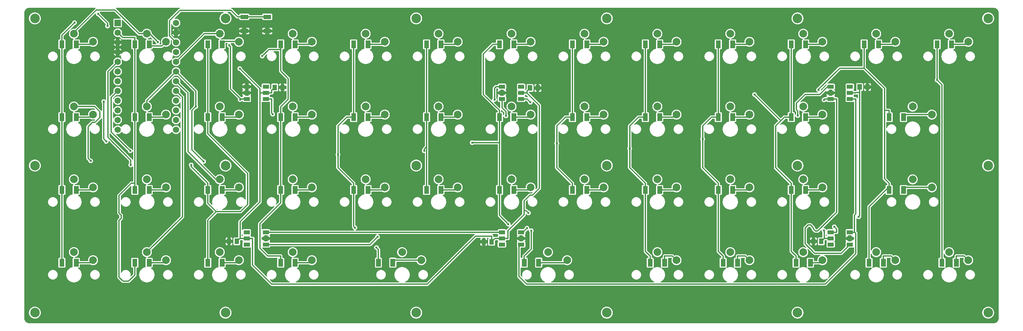
<source format=gbl>
G04 Layer: BottomLayer*
G04 EasyEDA v6.3.22, 2020-02-17T18:37:01+01:00*
G04 8ef9b12feb67497680a1b9269dc6658d,26ee6207a3b842de9ca16fdba9f4f307,10*
G04 Gerber Generator version 0.2*
G04 Scale: 100 percent, Rotated: No, Reflected: No *
G04 Dimensions in millimeters *
G04 leading zeros omitted , absolute positions ,3 integer and 3 decimal *
%FSLAX33Y33*%
%MOMM*%
G90*
G71D02*

%ADD11C,0.299999*%
%ADD12C,0.610006*%
%ADD13C,1.651000*%
%ADD14R,1.651000X1.651000*%
%ADD15C,1.999996*%
%ADD16C,2.499995*%

%LPD*%
G36*
G01X33229Y75052D02*
G01X33213Y75053D01*
G01X33197Y75052D01*
G01X33182Y75048D01*
G01X33168Y75043D01*
G01X33155Y75035D01*
G01X33143Y75025D01*
G01X33103Y74989D01*
G01X33062Y74955D01*
G01X33020Y74923D01*
G01X32976Y74892D01*
G01X32931Y74863D01*
G01X32885Y74836D01*
G01X32838Y74811D01*
G01X32789Y74788D01*
G01X32740Y74767D01*
G01X32690Y74748D01*
G01X32640Y74731D01*
G01X32588Y74716D01*
G01X32536Y74703D01*
G01X32522Y74698D01*
G01X32508Y74692D01*
G01X32495Y74683D01*
G01X32484Y74673D01*
G01X32475Y74661D01*
G01X32467Y74648D01*
G01X32462Y74634D01*
G01X32458Y74619D01*
G01X32457Y74604D01*
G01X32458Y74589D01*
G01X32461Y74575D01*
G01X32466Y74561D01*
G01X32473Y74549D01*
G01X32482Y74537D01*
G01X32492Y74527D01*
G01X32504Y74518D01*
G01X32516Y74511D01*
G01X32530Y74506D01*
G01X32544Y74503D01*
G01X32559Y74502D01*
G01X33490Y74502D01*
G01X33519Y74501D01*
G01X33548Y74496D01*
G01X33568Y74494D01*
G01X33583Y74495D01*
G01X33597Y74498D01*
G01X33610Y74503D01*
G01X33623Y74510D01*
G01X33635Y74519D01*
G01X33645Y74529D01*
G01X33654Y74541D01*
G01X33661Y74554D01*
G01X33666Y74567D01*
G01X33669Y74581D01*
G01X33670Y74596D01*
G01X33668Y74612D01*
G01X33665Y74627D01*
G01X33659Y74642D01*
G01X33650Y74656D01*
G01X33640Y74668D01*
G01X33285Y75023D01*
G01X33272Y75034D01*
G01X33259Y75042D01*
G01X33244Y75048D01*
G01X33229Y75052D01*
G37*

%LPD*%
G36*
G01X33902Y74378D02*
G01X33886Y74380D01*
G01X33871Y74379D01*
G01X33857Y74376D01*
G01X33844Y74371D01*
G01X33831Y74364D01*
G01X33819Y74355D01*
G01X33809Y74345D01*
G01X33800Y74333D01*
G01X33793Y74320D01*
G01X33788Y74307D01*
G01X33785Y74293D01*
G01X33784Y74278D01*
G01X33786Y74258D01*
G01X33791Y74229D01*
G01X33792Y74200D01*
G01X33792Y73325D01*
G01X33793Y73311D01*
G01X33796Y73296D01*
G01X33801Y73283D01*
G01X33808Y73270D01*
G01X33817Y73259D01*
G01X33827Y73248D01*
G01X33839Y73240D01*
G01X33851Y73233D01*
G01X33865Y73228D01*
G01X33879Y73224D01*
G01X33894Y73223D01*
G01X34620Y73223D01*
G01X34634Y73224D01*
G01X34648Y73228D01*
G01X34662Y73233D01*
G01X34675Y73240D01*
G01X34686Y73248D01*
G01X34697Y73259D01*
G01X34705Y73270D01*
G01X34712Y73283D01*
G01X34717Y73296D01*
G01X34720Y73311D01*
G01X34721Y73325D01*
G01X34720Y73341D01*
G01X34716Y73357D01*
G01X34710Y73371D01*
G01X34702Y73385D01*
G01X34691Y73397D01*
G01X34666Y73424D01*
G01X34642Y73453D01*
G01X34620Y73483D01*
G01X34600Y73514D01*
G01X34581Y73547D01*
G01X34565Y73580D01*
G01X34551Y73615D01*
G01X34539Y73650D01*
G01X34529Y73686D01*
G01X34522Y73723D01*
G01X34516Y73760D01*
G01X34513Y73777D01*
G01X34507Y73793D01*
G01X34498Y73807D01*
G01X34487Y73820D01*
G01X33958Y74350D01*
G01X33946Y74360D01*
G01X33932Y74369D01*
G01X33917Y74375D01*
G01X33902Y74378D01*
G37*

%LPD*%
G36*
G01X40792Y82743D02*
G01X24311Y82743D01*
G01X24297Y82742D01*
G01X24282Y82739D01*
G01X24269Y82734D01*
G01X24256Y82727D01*
G01X24244Y82718D01*
G01X24234Y82708D01*
G01X24226Y82696D01*
G01X24219Y82684D01*
G01X24214Y82670D01*
G01X24210Y82656D01*
G01X24209Y82641D01*
G01X24211Y82626D01*
G01X24214Y82611D01*
G01X24220Y82597D01*
G01X24227Y82584D01*
G01X24237Y82572D01*
G01X24248Y82562D01*
G01X24287Y82527D01*
G01X30358Y76456D01*
G01X30370Y76446D01*
G01X30383Y76437D01*
G01X30398Y76431D01*
G01X30414Y76428D01*
G01X30430Y76426D01*
G01X30960Y76426D01*
G01X30975Y76427D01*
G01X30989Y76431D01*
G01X31003Y76436D01*
G01X31016Y76443D01*
G01X31028Y76452D01*
G01X31038Y76463D01*
G01X31046Y76475D01*
G01X31053Y76488D01*
G01X31075Y76535D01*
G01X31098Y76582D01*
G01X31124Y76628D01*
G01X31151Y76673D01*
G01X31180Y76716D01*
G01X31211Y76759D01*
G01X31243Y76800D01*
G01X31277Y76839D01*
G01X31313Y76878D01*
G01X31350Y76915D01*
G01X31388Y76950D01*
G01X31428Y76984D01*
G01X31469Y77016D01*
G01X31512Y77047D01*
G01X31555Y77075D01*
G01X31600Y77102D01*
G01X31646Y77128D01*
G01X31693Y77151D01*
G01X31741Y77172D01*
G01X31789Y77192D01*
G01X31839Y77209D01*
G01X31888Y77225D01*
G01X31939Y77238D01*
G01X31990Y77250D01*
G01X32042Y77259D01*
G01X32093Y77266D01*
G01X32145Y77272D01*
G01X32198Y77275D01*
G01X32250Y77276D01*
G01X32302Y77275D01*
G01X32355Y77272D01*
G01X32407Y77266D01*
G01X32459Y77259D01*
G01X32511Y77249D01*
G01X32562Y77238D01*
G01X32613Y77224D01*
G01X32663Y77209D01*
G01X32713Y77191D01*
G01X32762Y77171D01*
G01X32809Y77150D01*
G01X32856Y77126D01*
G01X32903Y77101D01*
G01X32947Y77073D01*
G01X32991Y77044D01*
G01X33034Y77013D01*
G01X33075Y76981D01*
G01X33115Y76947D01*
G01X33154Y76911D01*
G01X33191Y76874D01*
G01X33227Y76835D01*
G01X33261Y76795D01*
G01X33293Y76754D01*
G01X33323Y76711D01*
G01X33352Y76667D01*
G01X33379Y76622D01*
G01X33405Y76576D01*
G01X33428Y76529D01*
G01X33450Y76481D01*
G01X33469Y76432D01*
G01X33487Y76382D01*
G01X33502Y76332D01*
G01X33516Y76281D01*
G01X33527Y76230D01*
G01X33536Y76178D01*
G01X33543Y76126D01*
G01X33549Y76074D01*
G01X33551Y76059D01*
G01X33555Y76046D01*
G01X33561Y76033D01*
G01X33569Y76020D01*
G01X33578Y76010D01*
G01X35127Y74460D01*
G01X35140Y74449D01*
G01X35155Y74441D01*
G01X35171Y74435D01*
G01X35188Y74431D01*
G01X35223Y74426D01*
G01X35258Y74419D01*
G01X35292Y74410D01*
G01X35326Y74399D01*
G01X35359Y74386D01*
G01X35391Y74371D01*
G01X35422Y74355D01*
G01X35452Y74336D01*
G01X35481Y74316D01*
G01X35509Y74294D01*
G01X35536Y74271D01*
G01X35561Y74246D01*
G01X35585Y74219D01*
G01X35607Y74191D01*
G01X35627Y74162D01*
G01X35646Y74132D01*
G01X35663Y74101D01*
G01X35678Y74069D01*
G01X35691Y74036D01*
G01X35702Y74002D01*
G01X35711Y73968D01*
G01X35718Y73933D01*
G01X35723Y73898D01*
G01X35727Y73863D01*
G01X35728Y73828D01*
G01X35726Y73791D01*
G01X35723Y73754D01*
G01X35718Y73718D01*
G01X35710Y73682D01*
G01X35700Y73646D01*
G01X35688Y73612D01*
G01X35674Y73578D01*
G01X35658Y73545D01*
G01X35640Y73512D01*
G01X35598Y73452D01*
G01X35574Y73424D01*
G01X35549Y73397D01*
G01X35538Y73385D01*
G01X35530Y73371D01*
G01X35524Y73357D01*
G01X35520Y73341D01*
G01X35519Y73325D01*
G01X35520Y73311D01*
G01X35523Y73296D01*
G01X35528Y73283D01*
G01X35535Y73270D01*
G01X35544Y73259D01*
G01X35554Y73248D01*
G01X35565Y73240D01*
G01X35578Y73233D01*
G01X35592Y73228D01*
G01X35606Y73224D01*
G01X35620Y73223D01*
G01X35917Y73223D01*
G01X35933Y73225D01*
G01X35948Y73228D01*
G01X35963Y73234D01*
G01X35977Y73243D01*
G01X35989Y73253D01*
G01X36017Y73282D01*
G01X36028Y73294D01*
G01X36036Y73307D01*
G01X36042Y73322D01*
G01X36046Y73338D01*
G01X36047Y73354D01*
G01X36045Y73373D01*
G01X36040Y73391D01*
G01X36021Y73443D01*
G01X36004Y73495D01*
G01X35989Y73548D01*
G01X35976Y73601D01*
G01X35966Y73655D01*
G01X35958Y73709D01*
G01X35952Y73764D01*
G01X35949Y73819D01*
G01X35947Y73874D01*
G01X35948Y73926D01*
G01X35952Y73978D01*
G01X35957Y74031D01*
G01X35964Y74082D01*
G01X35974Y74134D01*
G01X35985Y74185D01*
G01X35999Y74236D01*
G01X36014Y74286D01*
G01X36032Y74335D01*
G01X36052Y74384D01*
G01X36073Y74432D01*
G01X36097Y74479D01*
G01X36122Y74525D01*
G01X36149Y74570D01*
G01X36178Y74613D01*
G01X36209Y74656D01*
G01X36241Y74697D01*
G01X36275Y74737D01*
G01X36310Y74776D01*
G01X36348Y74813D01*
G01X36386Y74848D01*
G01X36426Y74882D01*
G01X36467Y74915D01*
G01X36510Y74945D01*
G01X36554Y74974D01*
G01X36599Y75002D01*
G01X36645Y75027D01*
G01X36691Y75050D01*
G01X36739Y75072D01*
G01X36788Y75091D01*
G01X36837Y75109D01*
G01X36887Y75125D01*
G01X36938Y75138D01*
G01X36989Y75150D01*
G01X37041Y75159D01*
G01X37093Y75167D01*
G01X37145Y75172D01*
G01X37197Y75175D01*
G01X37250Y75176D01*
G01X37306Y75175D01*
G01X37362Y75171D01*
G01X37418Y75165D01*
G01X37473Y75157D01*
G01X37528Y75146D01*
G01X37583Y75133D01*
G01X37637Y75117D01*
G01X37652Y75114D01*
G01X37667Y75113D01*
G01X37681Y75114D01*
G01X37696Y75117D01*
G01X37709Y75122D01*
G01X37722Y75129D01*
G01X37733Y75138D01*
G01X37744Y75148D01*
G01X37752Y75159D01*
G01X37759Y75172D01*
G01X37764Y75186D01*
G01X37767Y75200D01*
G01X37768Y75214D01*
G01X37767Y75234D01*
G01X37761Y75253D01*
G01X37748Y75287D01*
G01X37738Y75321D01*
G01X37731Y75356D01*
G01X37727Y75392D01*
G01X37726Y75428D01*
G01X37726Y79385D01*
G01X37727Y79417D01*
G01X37730Y79449D01*
G01X37736Y79481D01*
G01X37744Y79513D01*
G01X37754Y79543D01*
G01X37767Y79573D01*
G01X37781Y79602D01*
G01X37797Y79630D01*
G01X37816Y79656D01*
G01X37836Y79681D01*
G01X37858Y79705D01*
G01X40566Y82415D01*
G01X40588Y82436D01*
G01X40612Y82456D01*
G01X40638Y82474D01*
G01X40664Y82490D01*
G01X40692Y82504D01*
G01X40720Y82516D01*
G01X40749Y82527D01*
G01X40779Y82535D01*
G01X40809Y82541D01*
G01X40825Y82545D01*
G01X40839Y82551D01*
G01X40852Y82560D01*
G01X40864Y82570D01*
G01X40875Y82582D01*
G01X40883Y82596D01*
G01X40889Y82610D01*
G01X40892Y82626D01*
G01X40894Y82641D01*
G01X40893Y82656D01*
G01X40889Y82670D01*
G01X40884Y82684D01*
G01X40877Y82696D01*
G01X40869Y82708D01*
G01X40859Y82718D01*
G01X40847Y82727D01*
G01X40834Y82734D01*
G01X40821Y82739D01*
G01X40806Y82742D01*
G01X40792Y82743D01*
G37*

%LPD*%
G36*
G01X18728Y82743D02*
G01X1499Y82743D01*
G01X1448Y82742D01*
G01X1397Y82739D01*
G01X1346Y82733D01*
G01X1295Y82726D01*
G01X1244Y82717D01*
G01X1194Y82705D01*
G01X1145Y82691D01*
G01X1096Y82676D01*
G01X1047Y82658D01*
G01X1000Y82638D01*
G01X953Y82617D01*
G01X908Y82593D01*
G01X863Y82568D01*
G01X819Y82540D01*
G01X777Y82512D01*
G01X736Y82481D01*
G01X696Y82448D01*
G01X657Y82414D01*
G01X620Y82379D01*
G01X585Y82342D01*
G01X551Y82303D01*
G01X518Y82263D01*
G01X488Y82222D01*
G01X459Y82180D01*
G01X431Y82136D01*
G01X406Y82091D01*
G01X382Y82046D01*
G01X361Y81999D01*
G01X341Y81952D01*
G01X323Y81903D01*
G01X308Y81854D01*
G01X294Y81805D01*
G01X283Y81755D01*
G01X273Y81704D01*
G01X266Y81653D01*
G01X260Y81602D01*
G01X257Y81551D01*
G01X256Y81500D01*
G01X256Y1499D01*
G01X257Y1448D01*
G01X260Y1397D01*
G01X266Y1346D01*
G01X273Y1295D01*
G01X283Y1244D01*
G01X294Y1194D01*
G01X308Y1145D01*
G01X323Y1096D01*
G01X341Y1047D01*
G01X361Y1000D01*
G01X382Y953D01*
G01X406Y908D01*
G01X431Y863D01*
G01X459Y819D01*
G01X488Y777D01*
G01X518Y736D01*
G01X551Y696D01*
G01X585Y657D01*
G01X620Y620D01*
G01X657Y585D01*
G01X696Y551D01*
G01X736Y518D01*
G01X777Y488D01*
G01X819Y459D01*
G01X863Y431D01*
G01X908Y406D01*
G01X953Y382D01*
G01X1000Y361D01*
G01X1047Y341D01*
G01X1096Y323D01*
G01X1145Y308D01*
G01X1194Y294D01*
G01X1244Y283D01*
G01X1295Y273D01*
G01X1346Y266D01*
G01X1397Y260D01*
G01X1448Y257D01*
G01X1499Y256D01*
G01X253500Y256D01*
G01X253551Y257D01*
G01X253602Y260D01*
G01X253653Y266D01*
G01X253704Y273D01*
G01X253755Y283D01*
G01X253805Y294D01*
G01X253854Y308D01*
G01X253903Y323D01*
G01X253952Y341D01*
G01X253999Y361D01*
G01X254046Y382D01*
G01X254091Y406D01*
G01X254136Y431D01*
G01X254180Y459D01*
G01X254222Y488D01*
G01X254263Y518D01*
G01X254303Y551D01*
G01X254342Y585D01*
G01X254379Y620D01*
G01X254414Y657D01*
G01X254448Y696D01*
G01X254481Y736D01*
G01X254511Y777D01*
G01X254540Y819D01*
G01X254568Y863D01*
G01X254593Y908D01*
G01X254617Y953D01*
G01X254638Y1000D01*
G01X254658Y1047D01*
G01X254676Y1096D01*
G01X254691Y1145D01*
G01X254705Y1194D01*
G01X254716Y1244D01*
G01X254726Y1295D01*
G01X254733Y1346D01*
G01X254739Y1397D01*
G01X254742Y1448D01*
G01X254743Y1499D01*
G01X254743Y81500D01*
G01X254742Y81551D01*
G01X254739Y81602D01*
G01X254733Y81653D01*
G01X254726Y81704D01*
G01X254716Y81755D01*
G01X254705Y81805D01*
G01X254691Y81854D01*
G01X254676Y81903D01*
G01X254658Y81952D01*
G01X254638Y81999D01*
G01X254617Y82046D01*
G01X254593Y82091D01*
G01X254568Y82136D01*
G01X254540Y82180D01*
G01X254511Y82222D01*
G01X254481Y82263D01*
G01X254448Y82303D01*
G01X254414Y82342D01*
G01X254379Y82379D01*
G01X254342Y82414D01*
G01X254303Y82448D01*
G01X254263Y82481D01*
G01X254222Y82512D01*
G01X254180Y82540D01*
G01X254136Y82568D01*
G01X254091Y82593D01*
G01X254046Y82617D01*
G01X253999Y82638D01*
G01X253952Y82658D01*
G01X253903Y82676D01*
G01X253854Y82691D01*
G01X253805Y82705D01*
G01X253755Y82717D01*
G01X253704Y82726D01*
G01X253653Y82733D01*
G01X253602Y82739D01*
G01X253551Y82742D01*
G01X253500Y82743D01*
G01X54358Y82743D01*
G01X54343Y82742D01*
G01X54329Y82739D01*
G01X54316Y82734D01*
G01X54303Y82727D01*
G01X54291Y82718D01*
G01X54281Y82708D01*
G01X54272Y82696D01*
G01X54266Y82684D01*
G01X54260Y82670D01*
G01X54257Y82656D01*
G01X54256Y82641D01*
G01X54258Y82626D01*
G01X54261Y82610D01*
G01X54267Y82596D01*
G01X54275Y82582D01*
G01X54286Y82570D01*
G01X54298Y82560D01*
G01X54311Y82551D01*
G01X54325Y82545D01*
G01X54341Y82541D01*
G01X54371Y82535D01*
G01X54401Y82527D01*
G01X54430Y82516D01*
G01X54458Y82504D01*
G01X54486Y82490D01*
G01X54512Y82474D01*
G01X54538Y82456D01*
G01X54562Y82436D01*
G01X54584Y82415D01*
G01X56111Y80886D01*
G01X56123Y80876D01*
G01X56137Y80867D01*
G01X56152Y80861D01*
G01X56167Y80857D01*
G01X56183Y80856D01*
G01X56301Y80856D01*
G01X56316Y80857D01*
G01X56330Y80860D01*
G01X56343Y80865D01*
G01X56356Y80872D01*
G01X56368Y80881D01*
G01X56378Y80891D01*
G01X56387Y80902D01*
G01X56394Y80915D01*
G01X56399Y80928D01*
G01X56402Y80943D01*
G01X56403Y80957D01*
G01X56404Y80982D01*
G01X56408Y81006D01*
G01X56413Y81031D01*
G01X56420Y81054D01*
G01X56429Y81078D01*
G01X56440Y81100D01*
G01X56453Y81121D01*
G01X56468Y81141D01*
G01X56484Y81160D01*
G01X56502Y81178D01*
G01X56521Y81194D01*
G01X56541Y81208D01*
G01X56562Y81221D01*
G01X56585Y81232D01*
G01X56608Y81241D01*
G01X56632Y81248D01*
G01X56656Y81253D01*
G01X56681Y81256D01*
G01X56706Y81257D01*
G01X58706Y81257D01*
G01X58730Y81256D01*
G01X58755Y81253D01*
G01X58779Y81248D01*
G01X58803Y81241D01*
G01X58826Y81232D01*
G01X58849Y81221D01*
G01X58870Y81208D01*
G01X58891Y81194D01*
G01X58910Y81178D01*
G01X58927Y81160D01*
G01X58943Y81141D01*
G01X58958Y81121D01*
G01X58971Y81100D01*
G01X58982Y81078D01*
G01X58991Y81054D01*
G01X58998Y81031D01*
G01X59004Y81006D01*
G01X59007Y80982D01*
G01X59008Y80957D01*
G01X59009Y80943D01*
G01X59012Y80928D01*
G01X59017Y80915D01*
G01X59024Y80902D01*
G01X59033Y80891D01*
G01X59043Y80881D01*
G01X59055Y80872D01*
G01X59068Y80865D01*
G01X59081Y80860D01*
G01X59095Y80857D01*
G01X59110Y80856D01*
G01X62301Y80856D01*
G01X62316Y80857D01*
G01X62330Y80860D01*
G01X62343Y80865D01*
G01X62356Y80872D01*
G01X62368Y80881D01*
G01X62378Y80891D01*
G01X62387Y80902D01*
G01X62394Y80915D01*
G01X62399Y80928D01*
G01X62402Y80943D01*
G01X62403Y80957D01*
G01X62404Y80982D01*
G01X62408Y81006D01*
G01X62413Y81031D01*
G01X62420Y81054D01*
G01X62429Y81078D01*
G01X62440Y81100D01*
G01X62453Y81121D01*
G01X62468Y81141D01*
G01X62484Y81160D01*
G01X62502Y81178D01*
G01X62521Y81194D01*
G01X62541Y81208D01*
G01X62562Y81221D01*
G01X62585Y81232D01*
G01X62608Y81241D01*
G01X62632Y81248D01*
G01X62656Y81253D01*
G01X62681Y81256D01*
G01X62706Y81257D01*
G01X64706Y81257D01*
G01X64731Y81256D01*
G01X64755Y81253D01*
G01X64780Y81248D01*
G01X64804Y81241D01*
G01X64827Y81231D01*
G01X64850Y81220D01*
G01X64871Y81208D01*
G01X64891Y81193D01*
G01X64910Y81177D01*
G01X64928Y81159D01*
G01X64944Y81140D01*
G01X64959Y81120D01*
G01X64972Y81098D01*
G01X64983Y81076D01*
G01X64992Y81053D01*
G01X64999Y81029D01*
G01X65004Y81004D01*
G01X65007Y80979D01*
G01X65008Y80954D01*
G01X65008Y79854D01*
G01X65007Y79829D01*
G01X65004Y79805D01*
G01X64999Y79780D01*
G01X64992Y79756D01*
G01X64983Y79733D01*
G01X64972Y79710D01*
G01X64959Y79689D01*
G01X64944Y79669D01*
G01X64928Y79650D01*
G01X64910Y79632D01*
G01X64891Y79616D01*
G01X64871Y79601D01*
G01X64850Y79588D01*
G01X64827Y79577D01*
G01X64804Y79568D01*
G01X64780Y79561D01*
G01X64755Y79556D01*
G01X64731Y79553D01*
G01X64706Y79552D01*
G01X62706Y79552D01*
G01X62681Y79553D01*
G01X62656Y79556D01*
G01X62632Y79561D01*
G01X62608Y79568D01*
G01X62585Y79577D01*
G01X62563Y79588D01*
G01X62541Y79600D01*
G01X62521Y79615D01*
G01X62502Y79631D01*
G01X62484Y79648D01*
G01X62468Y79667D01*
G01X62454Y79687D01*
G01X62441Y79708D01*
G01X62430Y79730D01*
G01X62420Y79753D01*
G01X62413Y79777D01*
G01X62408Y79801D01*
G01X62404Y79826D01*
G01X62403Y79851D01*
G01X62402Y79865D01*
G01X62399Y79879D01*
G01X62394Y79893D01*
G01X62387Y79905D01*
G01X62378Y79917D01*
G01X62368Y79927D01*
G01X62356Y79935D01*
G01X62343Y79942D01*
G01X62330Y79947D01*
G01X62316Y79950D01*
G01X62301Y79951D01*
G01X59110Y79951D01*
G01X59095Y79950D01*
G01X59081Y79947D01*
G01X59068Y79942D01*
G01X59055Y79935D01*
G01X59044Y79927D01*
G01X59033Y79917D01*
G01X59025Y79905D01*
G01X59018Y79893D01*
G01X59012Y79879D01*
G01X59009Y79865D01*
G01X59008Y79851D01*
G01X59007Y79826D01*
G01X59003Y79801D01*
G01X58998Y79777D01*
G01X58991Y79753D01*
G01X58981Y79730D01*
G01X58970Y79708D01*
G01X58958Y79687D01*
G01X58943Y79667D01*
G01X58927Y79648D01*
G01X58909Y79631D01*
G01X58890Y79615D01*
G01X58870Y79600D01*
G01X58849Y79588D01*
G01X58826Y79577D01*
G01X58803Y79568D01*
G01X58779Y79561D01*
G01X58755Y79556D01*
G01X58730Y79553D01*
G01X58706Y79552D01*
G01X56706Y79552D01*
G01X56681Y79553D01*
G01X56656Y79556D01*
G01X56632Y79561D01*
G01X56608Y79568D01*
G01X56585Y79577D01*
G01X56563Y79588D01*
G01X56541Y79600D01*
G01X56521Y79615D01*
G01X56502Y79631D01*
G01X56484Y79648D01*
G01X56468Y79667D01*
G01X56454Y79687D01*
G01X56441Y79708D01*
G01X56430Y79730D01*
G01X56420Y79753D01*
G01X56413Y79777D01*
G01X56408Y79801D01*
G01X56404Y79826D01*
G01X56403Y79851D01*
G01X56402Y79865D01*
G01X56399Y79879D01*
G01X56394Y79893D01*
G01X56387Y79905D01*
G01X56378Y79917D01*
G01X56368Y79927D01*
G01X56356Y79935D01*
G01X56343Y79942D01*
G01X56330Y79947D01*
G01X56316Y79950D01*
G01X56301Y79951D01*
G01X55953Y79951D01*
G01X55921Y79952D01*
G01X55889Y79956D01*
G01X55857Y79961D01*
G01X55826Y79969D01*
G01X55795Y79980D01*
G01X55765Y79992D01*
G01X55736Y80007D01*
G01X55708Y80023D01*
G01X55682Y80042D01*
G01X55657Y80062D01*
G01X55633Y80084D01*
G01X54106Y81613D01*
G01X54094Y81623D01*
G01X54080Y81632D01*
G01X54066Y81638D01*
G01X54050Y81642D01*
G01X54034Y81643D01*
G01X53399Y81643D01*
G01X53384Y81642D01*
G01X53370Y81639D01*
G01X53356Y81634D01*
G01X53344Y81627D01*
G01X53332Y81618D01*
G01X53322Y81608D01*
G01X53313Y81596D01*
G01X53306Y81583D01*
G01X53301Y81570D01*
G01X53298Y81556D01*
G01X53297Y81541D01*
G01X53298Y81526D01*
G01X53302Y81511D01*
G01X53307Y81497D01*
G01X53315Y81484D01*
G01X53324Y81472D01*
G01X53335Y81462D01*
G01X53348Y81453D01*
G01X53362Y81446D01*
G01X53414Y81425D01*
G01X53465Y81402D01*
G01X53516Y81377D01*
G01X53565Y81350D01*
G01X53614Y81321D01*
G01X53661Y81290D01*
G01X53708Y81258D01*
G01X53753Y81224D01*
G01X53797Y81189D01*
G01X53839Y81152D01*
G01X53881Y81113D01*
G01X53920Y81073D01*
G01X53959Y81032D01*
G01X53995Y80989D01*
G01X54030Y80945D01*
G01X54064Y80899D01*
G01X54096Y80853D01*
G01X54126Y80805D01*
G01X54154Y80756D01*
G01X54181Y80706D01*
G01X54206Y80656D01*
G01X54229Y80604D01*
G01X54250Y80552D01*
G01X54269Y80499D01*
G01X54286Y80445D01*
G01X54301Y80391D01*
G01X54314Y80336D01*
G01X54325Y80280D01*
G01X54335Y80225D01*
G01X54342Y80169D01*
G01X54347Y80113D01*
G01X54350Y80056D01*
G01X54351Y80000D01*
G01X54350Y79943D01*
G01X54347Y79886D01*
G01X54342Y79830D01*
G01X54334Y79774D01*
G01X54325Y79718D01*
G01X54314Y79662D01*
G01X54301Y79607D01*
G01X54285Y79552D01*
G01X54268Y79498D01*
G01X54249Y79445D01*
G01X54227Y79393D01*
G01X54204Y79341D01*
G01X54179Y79290D01*
G01X54152Y79240D01*
G01X54124Y79191D01*
G01X54093Y79143D01*
G01X54061Y79096D01*
G01X54027Y79051D01*
G01X53992Y79007D01*
G01X53955Y78964D01*
G01X53916Y78922D01*
G01X53876Y78882D01*
G01X53835Y78844D01*
G01X53792Y78806D01*
G01X53747Y78771D01*
G01X53702Y78737D01*
G01X53655Y78705D01*
G01X53607Y78675D01*
G01X53558Y78646D01*
G01X53508Y78619D01*
G01X53457Y78594D01*
G01X53406Y78571D01*
G01X53353Y78550D01*
G01X53300Y78530D01*
G01X53246Y78513D01*
G01X53191Y78498D01*
G01X53136Y78484D01*
G01X53080Y78473D01*
G01X53025Y78464D01*
G01X52968Y78457D01*
G01X52912Y78451D01*
G01X52855Y78448D01*
G01X52798Y78447D01*
G01X52742Y78448D01*
G01X52685Y78451D01*
G01X52629Y78457D01*
G01X52572Y78464D01*
G01X52516Y78473D01*
G01X52461Y78484D01*
G01X52406Y78498D01*
G01X52351Y78513D01*
G01X52297Y78530D01*
G01X52244Y78550D01*
G01X52191Y78571D01*
G01X52140Y78594D01*
G01X52089Y78619D01*
G01X52039Y78646D01*
G01X51990Y78675D01*
G01X51942Y78705D01*
G01X51895Y78737D01*
G01X51850Y78771D01*
G01X51805Y78806D01*
G01X51762Y78844D01*
G01X51721Y78882D01*
G01X51681Y78922D01*
G01X51642Y78964D01*
G01X51605Y79007D01*
G01X51570Y79051D01*
G01X51536Y79096D01*
G01X51504Y79143D01*
G01X51473Y79191D01*
G01X51445Y79240D01*
G01X51418Y79290D01*
G01X51393Y79341D01*
G01X51370Y79393D01*
G01X51348Y79445D01*
G01X51329Y79498D01*
G01X51312Y79552D01*
G01X51296Y79607D01*
G01X51283Y79662D01*
G01X51272Y79718D01*
G01X51263Y79774D01*
G01X51255Y79830D01*
G01X51250Y79886D01*
G01X51247Y79943D01*
G01X51246Y80000D01*
G01X51247Y80056D01*
G01X51250Y80113D01*
G01X51255Y80169D01*
G01X51262Y80225D01*
G01X51272Y80280D01*
G01X51283Y80336D01*
G01X51296Y80391D01*
G01X51311Y80445D01*
G01X51328Y80499D01*
G01X51347Y80552D01*
G01X51368Y80604D01*
G01X51391Y80656D01*
G01X51416Y80706D01*
G01X51443Y80756D01*
G01X51471Y80805D01*
G01X51501Y80853D01*
G01X51533Y80899D01*
G01X51567Y80945D01*
G01X51602Y80989D01*
G01X51638Y81032D01*
G01X51677Y81073D01*
G01X51716Y81113D01*
G01X51758Y81152D01*
G01X51800Y81189D01*
G01X51844Y81224D01*
G01X51889Y81258D01*
G01X51935Y81290D01*
G01X51983Y81321D01*
G01X52032Y81350D01*
G01X52081Y81377D01*
G01X52132Y81402D01*
G01X52183Y81425D01*
G01X52235Y81446D01*
G01X52249Y81453D01*
G01X52261Y81462D01*
G01X52273Y81472D01*
G01X52282Y81484D01*
G01X52290Y81497D01*
G01X52295Y81511D01*
G01X52299Y81526D01*
G01X52300Y81541D01*
G01X52299Y81556D01*
G01X52296Y81570D01*
G01X52291Y81583D01*
G01X52284Y81596D01*
G01X52275Y81608D01*
G01X52265Y81618D01*
G01X52253Y81627D01*
G01X52241Y81634D01*
G01X52227Y81639D01*
G01X52213Y81642D01*
G01X52198Y81643D01*
G01X41116Y81643D01*
G01X41100Y81642D01*
G01X41084Y81638D01*
G01X41069Y81632D01*
G01X41056Y81623D01*
G01X41044Y81613D01*
G01X39505Y80073D01*
G01X39494Y80060D01*
G01X39486Y80047D01*
G01X39480Y80032D01*
G01X39476Y80017D01*
G01X39475Y80001D01*
G01X39476Y79986D01*
G01X39479Y79972D01*
G01X39484Y79959D01*
G01X39491Y79946D01*
G01X39500Y79934D01*
G01X39510Y79924D01*
G01X39522Y79915D01*
G01X39534Y79908D01*
G01X39548Y79903D01*
G01X39562Y79900D01*
G01X39577Y79899D01*
G01X39601Y79902D01*
G01X39656Y79915D01*
G01X39711Y79924D01*
G01X39766Y79931D01*
G01X39822Y79935D01*
G01X39878Y79937D01*
G01X39925Y79936D01*
G01X39973Y79932D01*
G01X40021Y79927D01*
G01X40068Y79920D01*
G01X40115Y79911D01*
G01X40162Y79900D01*
G01X40208Y79887D01*
G01X40253Y79872D01*
G01X40298Y79855D01*
G01X40342Y79836D01*
G01X40385Y79816D01*
G01X40428Y79793D01*
G01X40469Y79769D01*
G01X40509Y79743D01*
G01X40548Y79715D01*
G01X40586Y79686D01*
G01X40623Y79655D01*
G01X40658Y79623D01*
G01X40692Y79589D01*
G01X40724Y79554D01*
G01X40755Y79517D01*
G01X40784Y79479D01*
G01X40812Y79440D01*
G01X40838Y79400D01*
G01X40862Y79359D01*
G01X40885Y79316D01*
G01X40905Y79273D01*
G01X40924Y79229D01*
G01X40941Y79184D01*
G01X40956Y79139D01*
G01X40969Y79093D01*
G01X40980Y79046D01*
G01X40989Y78999D01*
G01X40996Y78952D01*
G01X41001Y78904D01*
G01X41004Y78856D01*
G01X41006Y78809D01*
G01X41004Y78761D01*
G01X41001Y78713D01*
G01X40996Y78665D01*
G01X40989Y78618D01*
G01X40980Y78571D01*
G01X40969Y78524D01*
G01X40956Y78478D01*
G01X40941Y78433D01*
G01X40924Y78388D01*
G01X40905Y78344D01*
G01X40885Y78301D01*
G01X40862Y78258D01*
G01X40838Y78217D01*
G01X40812Y78177D01*
G01X40784Y78138D01*
G01X40755Y78100D01*
G01X40724Y78063D01*
G01X40692Y78028D01*
G01X40658Y77994D01*
G01X40623Y77962D01*
G01X40586Y77931D01*
G01X40548Y77902D01*
G01X40509Y77874D01*
G01X40469Y77848D01*
G01X40428Y77824D01*
G01X40385Y77801D01*
G01X40342Y77781D01*
G01X40298Y77762D01*
G01X40253Y77745D01*
G01X40208Y77730D01*
G01X40162Y77717D01*
G01X40115Y77706D01*
G01X40068Y77697D01*
G01X40021Y77690D01*
G01X39973Y77685D01*
G01X39925Y77682D01*
G01X39878Y77680D01*
G01X39829Y77682D01*
G01X39781Y77685D01*
G01X39733Y77690D01*
G01X39685Y77697D01*
G01X39638Y77706D01*
G01X39591Y77717D01*
G01X39545Y77731D01*
G01X39499Y77746D01*
G01X39454Y77763D01*
G01X39409Y77782D01*
G01X39366Y77803D01*
G01X39323Y77826D01*
G01X39282Y77851D01*
G01X39242Y77877D01*
G01X39202Y77905D01*
G01X39164Y77935D01*
G01X39127Y77966D01*
G01X39092Y77999D01*
G01X39058Y78033D01*
G01X39026Y78069D01*
G01X38995Y78106D01*
G01X38966Y78144D01*
G01X38938Y78184D01*
G01X38912Y78225D01*
G01X38888Y78267D01*
G01X38866Y78309D01*
G01X38846Y78353D01*
G01X38827Y78398D01*
G01X38820Y78411D01*
G01X38812Y78424D01*
G01X38802Y78435D01*
G01X38790Y78445D01*
G01X38776Y78452D01*
G01X38762Y78458D01*
G01X38748Y78461D01*
G01X38732Y78462D01*
G01X38718Y78461D01*
G01X38704Y78458D01*
G01X38690Y78453D01*
G01X38677Y78446D01*
G01X38666Y78437D01*
G01X38656Y78427D01*
G01X38647Y78416D01*
G01X38640Y78403D01*
G01X38635Y78389D01*
G01X38632Y78375D01*
G01X38631Y78361D01*
G01X38631Y76716D01*
G01X38632Y76698D01*
G01X38638Y76680D01*
G01X38632Y76662D01*
G01X38631Y76643D01*
G01X38631Y75894D01*
G01X38632Y75875D01*
G01X38638Y75857D01*
G01X38632Y75839D01*
G01X38631Y75821D01*
G01X38631Y75657D01*
G01X38632Y75641D01*
G01X38636Y75626D01*
G01X38642Y75611D01*
G01X38650Y75598D01*
G01X38661Y75585D01*
G01X39421Y74825D01*
G01X39433Y74814D01*
G01X39447Y74806D01*
G01X39462Y74800D01*
G01X39477Y74796D01*
G01X39493Y74795D01*
G01X39509Y74796D01*
G01X39525Y74800D01*
G01X39574Y74815D01*
G01X39624Y74828D01*
G01X39674Y74838D01*
G01X39724Y74846D01*
G01X39775Y74852D01*
G01X39826Y74855D01*
G01X39878Y74857D01*
G01X39925Y74856D01*
G01X39973Y74852D01*
G01X40021Y74847D01*
G01X40068Y74840D01*
G01X40115Y74831D01*
G01X40162Y74820D01*
G01X40208Y74807D01*
G01X40253Y74792D01*
G01X40298Y74775D01*
G01X40342Y74756D01*
G01X40385Y74736D01*
G01X40428Y74713D01*
G01X40469Y74689D01*
G01X40509Y74663D01*
G01X40548Y74635D01*
G01X40586Y74606D01*
G01X40623Y74575D01*
G01X40658Y74543D01*
G01X40692Y74509D01*
G01X40724Y74474D01*
G01X40755Y74437D01*
G01X40784Y74399D01*
G01X40812Y74360D01*
G01X40838Y74320D01*
G01X40862Y74279D01*
G01X40885Y74236D01*
G01X40905Y74193D01*
G01X40924Y74149D01*
G01X40941Y74104D01*
G01X40956Y74059D01*
G01X40969Y74013D01*
G01X40980Y73966D01*
G01X40989Y73919D01*
G01X40996Y73872D01*
G01X41001Y73824D01*
G01X41004Y73776D01*
G01X41006Y73729D01*
G01X41004Y73681D01*
G01X41001Y73633D01*
G01X40996Y73585D01*
G01X40989Y73538D01*
G01X40980Y73491D01*
G01X40969Y73444D01*
G01X40956Y73398D01*
G01X40941Y73353D01*
G01X40924Y73308D01*
G01X40905Y73264D01*
G01X40885Y73221D01*
G01X40862Y73178D01*
G01X40838Y73137D01*
G01X40812Y73097D01*
G01X40784Y73058D01*
G01X40755Y73020D01*
G01X40724Y72983D01*
G01X40692Y72948D01*
G01X40658Y72914D01*
G01X40623Y72882D01*
G01X40586Y72851D01*
G01X40548Y72822D01*
G01X40509Y72794D01*
G01X40469Y72768D01*
G01X40428Y72744D01*
G01X40385Y72721D01*
G01X40342Y72701D01*
G01X40298Y72682D01*
G01X40253Y72665D01*
G01X40208Y72650D01*
G01X40162Y72637D01*
G01X40115Y72626D01*
G01X40068Y72617D01*
G01X40021Y72610D01*
G01X39973Y72605D01*
G01X39925Y72602D01*
G01X39878Y72600D01*
G01X39830Y72602D01*
G01X39782Y72605D01*
G01X39734Y72610D01*
G01X39687Y72617D01*
G01X39640Y72626D01*
G01X39593Y72637D01*
G01X39547Y72650D01*
G01X39502Y72665D01*
G01X39457Y72682D01*
G01X39413Y72701D01*
G01X39370Y72721D01*
G01X39327Y72744D01*
G01X39286Y72768D01*
G01X39246Y72794D01*
G01X39207Y72822D01*
G01X39169Y72851D01*
G01X39132Y72882D01*
G01X39097Y72914D01*
G01X39063Y72948D01*
G01X39031Y72983D01*
G01X39000Y73020D01*
G01X38971Y73058D01*
G01X38943Y73097D01*
G01X38917Y73137D01*
G01X38893Y73178D01*
G01X38870Y73221D01*
G01X38850Y73264D01*
G01X38831Y73308D01*
G01X38814Y73353D01*
G01X38799Y73398D01*
G01X38786Y73444D01*
G01X38775Y73491D01*
G01X38766Y73538D01*
G01X38759Y73585D01*
G01X38754Y73633D01*
G01X38751Y73681D01*
G01X38749Y73729D01*
G01X38750Y73743D01*
G01X38750Y73744D01*
G01X38748Y73760D01*
G01X38744Y73776D01*
G01X38738Y73791D01*
G01X38746Y73806D01*
G01X38752Y73822D01*
G01X38755Y73839D01*
G01X38761Y73888D01*
G01X38769Y73937D01*
G01X38779Y73986D01*
G01X38792Y74034D01*
G01X38806Y74081D01*
G01X38810Y74097D01*
G01X38811Y74113D01*
G01X38810Y74129D01*
G01X38806Y74144D01*
G01X38800Y74159D01*
G01X38792Y74173D01*
G01X38781Y74185D01*
G01X38685Y74281D01*
G01X38673Y74291D01*
G01X38659Y74300D01*
G01X38645Y74306D01*
G01X38629Y74309D01*
G01X38613Y74311D01*
G01X38599Y74310D01*
G01X38585Y74307D01*
G01X38571Y74301D01*
G01X38558Y74295D01*
G01X38547Y74286D01*
G01X38537Y74276D01*
G01X38528Y74264D01*
G01X38521Y74251D01*
G01X38516Y74238D01*
G01X38513Y74224D01*
G01X38512Y74209D01*
G01X38515Y74185D01*
G01X38526Y74134D01*
G01X38536Y74082D01*
G01X38543Y74030D01*
G01X38548Y73978D01*
G01X38551Y73926D01*
G01X38552Y73874D01*
G01X38552Y73848D01*
G01X38553Y73832D01*
G01X38557Y73816D01*
G01X38564Y73801D01*
G01X38556Y73786D01*
G01X38550Y73770D01*
G01X38547Y73753D01*
G01X38541Y73702D01*
G01X38533Y73650D01*
G01X38523Y73599D01*
G01X38511Y73548D01*
G01X38497Y73498D01*
G01X38481Y73449D01*
G01X38463Y73400D01*
G01X38443Y73352D01*
G01X38422Y73305D01*
G01X38398Y73258D01*
G01X38372Y73213D01*
G01X38345Y73169D01*
G01X38316Y73125D01*
G01X38285Y73083D01*
G01X38253Y73043D01*
G01X38219Y73003D01*
G01X38183Y72965D01*
G01X38146Y72929D01*
G01X38108Y72894D01*
G01X38068Y72860D01*
G01X38027Y72828D01*
G01X37985Y72798D01*
G01X37941Y72770D01*
G01X37896Y72743D01*
G01X37851Y72718D01*
G01X37804Y72695D01*
G01X37757Y72674D01*
G01X37708Y72654D01*
G01X37659Y72637D01*
G01X37609Y72622D01*
G01X37559Y72608D01*
G01X37508Y72597D01*
G01X37457Y72588D01*
G01X37406Y72580D01*
G01X37354Y72575D01*
G01X37302Y72572D01*
G01X37250Y72571D01*
G01X37195Y72572D01*
G01X37140Y72576D01*
G01X37085Y72581D01*
G01X37031Y72590D01*
G01X36977Y72600D01*
G01X36923Y72613D01*
G01X36870Y72628D01*
G01X36818Y72645D01*
G01X36767Y72664D01*
G01X36748Y72669D01*
G01X36729Y72671D01*
G01X36713Y72670D01*
G01X36698Y72666D01*
G01X36683Y72660D01*
G01X36669Y72652D01*
G01X36657Y72642D01*
G01X36466Y72451D01*
G01X36442Y72429D01*
G01X36417Y72408D01*
G01X36391Y72390D01*
G01X36363Y72374D01*
G01X36334Y72359D01*
G01X36304Y72347D01*
G01X36274Y72337D01*
G01X36242Y72329D01*
G01X36211Y72323D01*
G01X36178Y72320D01*
G01X36146Y72318D01*
G01X33894Y72318D01*
G01X33879Y72317D01*
G01X33865Y72314D01*
G01X33851Y72309D01*
G01X33839Y72302D01*
G01X33827Y72294D01*
G01X33817Y72283D01*
G01X33808Y72272D01*
G01X33801Y72259D01*
G01X33796Y72245D01*
G01X33793Y72231D01*
G01X33792Y72217D01*
G01X33792Y72200D01*
G01X33791Y72175D01*
G01X33788Y72150D01*
G01X33783Y72125D01*
G01X33776Y72101D01*
G01X33767Y72078D01*
G01X33756Y72056D01*
G01X33743Y72034D01*
G01X33728Y72014D01*
G01X33712Y71995D01*
G01X33694Y71977D01*
G01X33675Y71961D01*
G01X33655Y71946D01*
G01X33633Y71933D01*
G01X33611Y71922D01*
G01X33588Y71913D01*
G01X33564Y71906D01*
G01X33539Y71901D01*
G01X33514Y71898D01*
G01X33490Y71897D01*
G01X33459Y71897D01*
G01X33445Y71896D01*
G01X33431Y71893D01*
G01X33417Y71888D01*
G01X33404Y71881D01*
G01X33393Y71872D01*
G01X33382Y71862D01*
G01X33374Y71850D01*
G01X33367Y71838D01*
G01X33362Y71824D01*
G01X33359Y71810D01*
G01X33358Y71795D01*
G01X33359Y71779D01*
G01X33363Y71763D01*
G01X33369Y71749D01*
G01X33378Y71735D01*
G01X33388Y71723D01*
G01X33401Y71712D01*
G01X33453Y71675D01*
G01X33503Y71635D01*
G01X33552Y71595D01*
G01X33600Y71552D01*
G01X33647Y71508D01*
G01X33692Y71463D01*
G01X33736Y71416D01*
G01X33778Y71368D01*
G01X33818Y71319D01*
G01X33857Y71268D01*
G01X33895Y71216D01*
G01X33930Y71163D01*
G01X33964Y71108D01*
G01X33996Y71053D01*
G01X34027Y70997D01*
G01X34055Y70940D01*
G01X34082Y70882D01*
G01X34107Y70823D01*
G01X34130Y70763D01*
G01X34151Y70702D01*
G01X34170Y70641D01*
G01X34187Y70580D01*
G01X34203Y70518D01*
G01X34216Y70455D01*
G01X34227Y70392D01*
G01X34236Y70329D01*
G01X34243Y70265D01*
G01X34248Y70201D01*
G01X34251Y70137D01*
G01X34252Y70073D01*
G01X34251Y70009D01*
G01X34248Y69945D01*
G01X34243Y69881D01*
G01X34236Y69817D01*
G01X34227Y69754D01*
G01X34215Y69691D01*
G01X34202Y69628D01*
G01X34187Y69565D01*
G01X34170Y69504D01*
G01X34150Y69442D01*
G01X34129Y69382D01*
G01X34106Y69322D01*
G01X34081Y69263D01*
G01X34054Y69205D01*
G01X34025Y69147D01*
G01X33995Y69091D01*
G01X33962Y69035D01*
G01X33928Y68981D01*
G01X33892Y68928D01*
G01X33855Y68876D01*
G01X33816Y68825D01*
G01X33775Y68775D01*
G01X33732Y68727D01*
G01X33688Y68680D01*
G01X33643Y68635D01*
G01X33596Y68591D01*
G01X33548Y68549D01*
G01X33498Y68508D01*
G01X33448Y68469D01*
G01X33396Y68431D01*
G01X33342Y68395D01*
G01X33288Y68361D01*
G01X33233Y68329D01*
G01X33176Y68298D01*
G01X33119Y68269D01*
G01X33060Y68242D01*
G01X33001Y68217D01*
G01X32941Y68194D01*
G01X32881Y68173D01*
G01X32820Y68154D01*
G01X32758Y68136D01*
G01X32695Y68121D01*
G01X32633Y68108D01*
G01X32569Y68097D01*
G01X32506Y68087D01*
G01X32442Y68080D01*
G01X32378Y68075D01*
G01X32314Y68072D01*
G01X32250Y68071D01*
G01X32186Y68072D01*
G01X32122Y68075D01*
G01X32058Y68080D01*
G01X31994Y68087D01*
G01X31930Y68097D01*
G01X31867Y68108D01*
G01X31804Y68121D01*
G01X31742Y68136D01*
G01X31680Y68154D01*
G01X31619Y68173D01*
G01X31558Y68194D01*
G01X31498Y68217D01*
G01X31439Y68242D01*
G01X31381Y68269D01*
G01X31324Y68298D01*
G01X31267Y68329D01*
G01X31212Y68361D01*
G01X31157Y68395D01*
G01X31104Y68431D01*
G01X31052Y68469D01*
G01X31001Y68508D01*
G01X30952Y68549D01*
G01X30904Y68591D01*
G01X30857Y68635D01*
G01X30811Y68680D01*
G01X30767Y68727D01*
G01X30725Y68775D01*
G01X30684Y68825D01*
G01X30645Y68876D01*
G01X30607Y68928D01*
G01X30572Y68981D01*
G01X30537Y69035D01*
G01X30505Y69091D01*
G01X30474Y69147D01*
G01X30446Y69205D01*
G01X30419Y69263D01*
G01X30394Y69322D01*
G01X30371Y69382D01*
G01X30349Y69442D01*
G01X30330Y69504D01*
G01X30313Y69565D01*
G01X30298Y69628D01*
G01X30284Y69691D01*
G01X30273Y69754D01*
G01X30264Y69817D01*
G01X30257Y69881D01*
G01X30251Y69945D01*
G01X30248Y70009D01*
G01X30247Y70073D01*
G01X30248Y70137D01*
G01X30251Y70201D01*
G01X30257Y70265D01*
G01X30264Y70329D01*
G01X30273Y70392D01*
G01X30284Y70455D01*
G01X30297Y70518D01*
G01X30312Y70580D01*
G01X30330Y70642D01*
G01X30349Y70703D01*
G01X30370Y70763D01*
G01X30393Y70823D01*
G01X30418Y70882D01*
G01X30445Y70940D01*
G01X30473Y70997D01*
G01X30504Y71054D01*
G01X30536Y71109D01*
G01X30570Y71163D01*
G01X30606Y71217D01*
G01X30643Y71268D01*
G01X30682Y71319D01*
G01X30723Y71369D01*
G01X30765Y71417D01*
G01X30809Y71464D01*
G01X30854Y71509D01*
G01X30900Y71553D01*
G01X30948Y71595D01*
G01X30998Y71636D01*
G01X31048Y71675D01*
G01X31100Y71713D01*
G01X31153Y71749D01*
G01X31207Y71783D01*
G01X31262Y71816D01*
G01X31319Y71846D01*
G01X31376Y71875D01*
G01X31434Y71902D01*
G01X31493Y71927D01*
G01X31552Y71951D01*
G01X31613Y71972D01*
G01X31674Y71991D01*
G01X31735Y72009D01*
G01X31797Y72024D01*
G01X31860Y72038D01*
G01X31875Y72042D01*
G01X31889Y72048D01*
G01X31902Y72057D01*
G01X31914Y72067D01*
G01X31923Y72079D01*
G01X31931Y72092D01*
G01X31937Y72107D01*
G01X31941Y72122D01*
G01X31942Y72137D01*
G01X31941Y72153D01*
G01X31937Y72200D01*
G01X31937Y74200D01*
G01X31938Y74226D01*
G01X31942Y74252D01*
G01X31947Y74277D01*
G01X31955Y74302D01*
G01X31965Y74326D01*
G01X31977Y74349D01*
G01X31991Y74372D01*
G01X32006Y74392D01*
G01X32024Y74412D01*
G01X32043Y74430D01*
G01X32064Y74446D01*
G01X32086Y74460D01*
G01X32109Y74472D01*
G01X32133Y74483D01*
G01X32147Y74489D01*
G01X32159Y74498D01*
G01X32171Y74508D01*
G01X32180Y74520D01*
G01X32188Y74533D01*
G01X32194Y74547D01*
G01X32197Y74562D01*
G01X32198Y74578D01*
G01X32197Y74592D01*
G01X32194Y74607D01*
G01X32189Y74621D01*
G01X32182Y74634D01*
G01X32173Y74645D01*
G01X32162Y74656D01*
G01X32150Y74664D01*
G01X32137Y74671D01*
G01X32123Y74676D01*
G01X32108Y74679D01*
G01X32055Y74685D01*
G01X32003Y74694D01*
G01X31952Y74705D01*
G01X31900Y74719D01*
G01X31850Y74734D01*
G01X31800Y74751D01*
G01X31750Y74770D01*
G01X31702Y74792D01*
G01X31654Y74815D01*
G01X31608Y74840D01*
G01X31562Y74867D01*
G01X31518Y74896D01*
G01X31475Y74927D01*
G01X31433Y74959D01*
G01X31392Y74993D01*
G01X31353Y75029D01*
G01X31316Y75066D01*
G01X31280Y75104D01*
G01X31245Y75145D01*
G01X31212Y75186D01*
G01X31181Y75229D01*
G01X31152Y75273D01*
G01X31124Y75318D01*
G01X31099Y75364D01*
G01X31075Y75412D01*
G01X31053Y75460D01*
G01X31046Y75473D01*
G01X31037Y75485D01*
G01X31027Y75496D01*
G01X31015Y75505D01*
G01X31003Y75512D01*
G01X30989Y75517D01*
G01X30974Y75520D01*
G01X30960Y75521D01*
G01X30200Y75521D01*
G01X30168Y75523D01*
G01X30136Y75526D01*
G01X30104Y75532D01*
G01X30073Y75540D01*
G01X30042Y75550D01*
G01X30012Y75562D01*
G01X29983Y75577D01*
G01X29955Y75593D01*
G01X29929Y75612D01*
G01X29904Y75632D01*
G01X29880Y75654D01*
G01X25939Y79595D01*
G01X25927Y79605D01*
G01X25913Y79614D01*
G01X25899Y79620D01*
G01X25883Y79624D01*
G01X25867Y79625D01*
G01X25853Y79624D01*
G01X25838Y79621D01*
G01X25825Y79616D01*
G01X25812Y79609D01*
G01X25801Y79600D01*
G01X25790Y79590D01*
G01X25782Y79578D01*
G01X25775Y79565D01*
G01X25770Y79552D01*
G01X25767Y79538D01*
G01X25766Y79523D01*
G01X25766Y77983D01*
G01X25764Y77958D01*
G01X25761Y77933D01*
G01X25756Y77909D01*
G01X25749Y77885D01*
G01X25740Y77861D01*
G01X25729Y77839D01*
G01X25716Y77818D01*
G01X25702Y77797D01*
G01X25686Y77778D01*
G01X25668Y77760D01*
G01X25649Y77744D01*
G01X25628Y77730D01*
G01X25607Y77717D01*
G01X25585Y77706D01*
G01X25561Y77697D01*
G01X25537Y77690D01*
G01X25513Y77685D01*
G01X25488Y77682D01*
G01X25463Y77680D01*
G01X23812Y77680D01*
G01X23787Y77682D01*
G01X23762Y77685D01*
G01X23738Y77690D01*
G01X23714Y77697D01*
G01X23690Y77706D01*
G01X23668Y77717D01*
G01X23647Y77730D01*
G01X23626Y77744D01*
G01X23607Y77760D01*
G01X23589Y77778D01*
G01X23573Y77797D01*
G01X23559Y77818D01*
G01X23546Y77839D01*
G01X23535Y77861D01*
G01X23526Y77885D01*
G01X23519Y77909D01*
G01X23514Y77933D01*
G01X23511Y77958D01*
G01X23509Y77983D01*
G01X23509Y79634D01*
G01X23511Y79659D01*
G01X23514Y79684D01*
G01X23519Y79708D01*
G01X23526Y79732D01*
G01X23535Y79756D01*
G01X23546Y79778D01*
G01X23559Y79799D01*
G01X23573Y79820D01*
G01X23589Y79839D01*
G01X23607Y79857D01*
G01X23626Y79873D01*
G01X23647Y79887D01*
G01X23668Y79900D01*
G01X23690Y79911D01*
G01X23714Y79920D01*
G01X23738Y79927D01*
G01X23762Y79932D01*
G01X23787Y79935D01*
G01X23812Y79937D01*
G01X25352Y79937D01*
G01X25367Y79938D01*
G01X25381Y79941D01*
G01X25394Y79946D01*
G01X25407Y79953D01*
G01X25419Y79961D01*
G01X25429Y79972D01*
G01X25438Y79983D01*
G01X25445Y79996D01*
G01X25450Y80010D01*
G01X25453Y80024D01*
G01X25454Y80038D01*
G01X25453Y80054D01*
G01X25449Y80070D01*
G01X25443Y80084D01*
G01X25434Y80098D01*
G01X25424Y80110D01*
G01X23809Y81725D01*
G01X23797Y81735D01*
G01X23784Y81743D01*
G01X23769Y81750D01*
G01X23753Y81753D01*
G01X23737Y81755D01*
G01X20010Y81755D01*
G01X19995Y81753D01*
G01X19981Y81750D01*
G01X19967Y81745D01*
G01X19955Y81738D01*
G01X19943Y81730D01*
G01X19933Y81719D01*
G01X19924Y81708D01*
G01X19917Y81695D01*
G01X19912Y81682D01*
G01X19909Y81667D01*
G01X19908Y81653D01*
G01X19909Y81637D01*
G01X19913Y81621D01*
G01X19919Y81606D01*
G01X19928Y81593D01*
G01X19938Y81581D01*
G01X19964Y81553D01*
G01X19988Y81525D01*
G01X20011Y81494D01*
G01X20031Y81463D01*
G01X20050Y81430D01*
G01X20066Y81396D01*
G01X20081Y81361D01*
G01X20093Y81326D01*
G01X20103Y81289D01*
G01X20110Y81252D01*
G01X20116Y81215D01*
G01X20119Y81198D01*
G01X20125Y81182D01*
G01X20134Y81168D01*
G01X20145Y81155D01*
G01X22293Y79004D01*
G01X22315Y78980D01*
G01X22335Y78955D01*
G01X22354Y78929D01*
G01X22370Y78901D01*
G01X22385Y78872D01*
G01X22397Y78842D01*
G01X22407Y78811D01*
G01X22415Y78780D01*
G01X22421Y78748D01*
G01X22424Y78716D01*
G01X22426Y78684D01*
G01X22426Y78441D01*
G01X22427Y78424D01*
G01X22431Y78407D01*
G01X22438Y78392D01*
G01X22448Y78377D01*
G01X22470Y78348D01*
G01X22491Y78316D01*
G01X22509Y78284D01*
G01X22526Y78251D01*
G01X22540Y78217D01*
G01X22552Y78181D01*
G01X22562Y78146D01*
G01X22570Y78109D01*
G01X22576Y78072D01*
G01X22579Y78035D01*
G01X22581Y77998D01*
G01X22580Y77963D01*
G01X22576Y77928D01*
G01X22571Y77893D01*
G01X22564Y77858D01*
G01X22555Y77824D01*
G01X22544Y77790D01*
G01X22531Y77758D01*
G01X22516Y77726D01*
G01X22499Y77694D01*
G01X22481Y77664D01*
G01X22460Y77635D01*
G01X22438Y77608D01*
G01X22415Y77581D01*
G01X22390Y77556D01*
G01X22364Y77533D01*
G01X22336Y77511D01*
G01X22307Y77491D01*
G01X22277Y77472D01*
G01X22246Y77455D01*
G01X22214Y77440D01*
G01X22181Y77427D01*
G01X22147Y77416D01*
G01X22113Y77407D01*
G01X22079Y77400D01*
G01X22044Y77395D01*
G01X22008Y77392D01*
G01X21973Y77391D01*
G01X21938Y77392D01*
G01X21903Y77395D01*
G01X21868Y77400D01*
G01X21833Y77407D01*
G01X21799Y77416D01*
G01X21765Y77427D01*
G01X21732Y77440D01*
G01X21700Y77455D01*
G01X21669Y77472D01*
G01X21639Y77491D01*
G01X21610Y77511D01*
G01X21583Y77533D01*
G01X21556Y77556D01*
G01X21531Y77581D01*
G01X21508Y77608D01*
G01X21486Y77635D01*
G01X21465Y77664D01*
G01X21447Y77694D01*
G01X21430Y77726D01*
G01X21415Y77758D01*
G01X21402Y77790D01*
G01X21391Y77824D01*
G01X21382Y77858D01*
G01X21375Y77893D01*
G01X21370Y77928D01*
G01X21367Y77963D01*
G01X21366Y77998D01*
G01X21367Y78035D01*
G01X21370Y78072D01*
G01X21376Y78109D01*
G01X21384Y78146D01*
G01X21394Y78181D01*
G01X21406Y78217D01*
G01X21421Y78251D01*
G01X21437Y78284D01*
G01X21456Y78316D01*
G01X21476Y78348D01*
G01X21498Y78377D01*
G01X21508Y78392D01*
G01X21515Y78407D01*
G01X21519Y78424D01*
G01X21521Y78441D01*
G01X21521Y78455D01*
G01X21519Y78471D01*
G01X21516Y78486D01*
G01X21509Y78501D01*
G01X21501Y78514D01*
G01X21491Y78527D01*
G01X19504Y80515D01*
G01X19491Y80526D01*
G01X19477Y80535D01*
G01X19461Y80541D01*
G01X19444Y80544D01*
G01X19409Y80549D01*
G01X19374Y80556D01*
G01X19340Y80565D01*
G01X19306Y80576D01*
G01X19273Y80589D01*
G01X19241Y80604D01*
G01X19210Y80621D01*
G01X19179Y80639D01*
G01X19150Y80660D01*
G01X19122Y80681D01*
G01X19096Y80705D01*
G01X19071Y80730D01*
G01X19047Y80756D01*
G01X19025Y80784D01*
G01X19005Y80813D01*
G01X18986Y80843D01*
G01X18969Y80874D01*
G01X18954Y80907D01*
G01X18941Y80939D01*
G01X18930Y80973D01*
G01X18921Y81007D01*
G01X18914Y81042D01*
G01X18908Y81077D01*
G01X18905Y81112D01*
G01X18904Y81148D01*
G01X18904Y81153D01*
G01X18903Y81168D01*
G01X18900Y81182D01*
G01X18895Y81196D01*
G01X18888Y81208D01*
G01X18879Y81220D01*
G01X18869Y81230D01*
G01X18858Y81239D01*
G01X18845Y81246D01*
G01X18831Y81251D01*
G01X18817Y81254D01*
G01X18803Y81255D01*
G01X18787Y81254D01*
G01X18771Y81250D01*
G01X18757Y81244D01*
G01X18743Y81236D01*
G01X18731Y81225D01*
G01X14310Y76803D01*
G01X14300Y76791D01*
G01X14292Y76777D01*
G01X14285Y76762D01*
G01X14282Y76747D01*
G01X14280Y76731D01*
G01X14282Y76717D01*
G01X14285Y76702D01*
G01X14290Y76689D01*
G01X14297Y76676D01*
G01X14324Y76631D01*
G01X14350Y76585D01*
G01X14374Y76537D01*
G01X14396Y76489D01*
G01X14416Y76440D01*
G01X14434Y76390D01*
G01X14450Y76340D01*
G01X14464Y76288D01*
G01X14476Y76237D01*
G01X14485Y76185D01*
G01X14493Y76132D01*
G01X14498Y76079D01*
G01X14501Y76026D01*
G01X14502Y75973D01*
G01X14501Y75922D01*
G01X14498Y75870D01*
G01X14493Y75819D01*
G01X14486Y75767D01*
G01X14477Y75717D01*
G01X14466Y75666D01*
G01X14452Y75616D01*
G01X14437Y75567D01*
G01X14420Y75518D01*
G01X14401Y75470D01*
G01X14380Y75423D01*
G01X14358Y75376D01*
G01X14333Y75331D01*
G01X14307Y75286D01*
G01X14278Y75243D01*
G01X14249Y75201D01*
G01X14217Y75160D01*
G01X14184Y75120D01*
G01X14149Y75082D01*
G01X14113Y75045D01*
G01X14076Y75009D01*
G01X14037Y74975D01*
G01X13997Y74943D01*
G01X13955Y74912D01*
G01X13912Y74883D01*
G01X13869Y74856D01*
G01X13824Y74830D01*
G01X13778Y74806D01*
G01X13731Y74784D01*
G01X13684Y74764D01*
G01X13635Y74746D01*
G01X13586Y74729D01*
G01X13536Y74715D01*
G01X13486Y74703D01*
G01X13472Y74698D01*
G01X13458Y74692D01*
G01X13445Y74683D01*
G01X13434Y74673D01*
G01X13425Y74661D01*
G01X13417Y74648D01*
G01X13412Y74634D01*
G01X13408Y74619D01*
G01X13407Y74604D01*
G01X13408Y74589D01*
G01X13411Y74575D01*
G01X13416Y74561D01*
G01X13423Y74549D01*
G01X13432Y74537D01*
G01X13442Y74527D01*
G01X13454Y74518D01*
G01X13466Y74511D01*
G01X13480Y74506D01*
G01X13494Y74503D01*
G01X13509Y74502D01*
G01X14440Y74502D01*
G01X14464Y74501D01*
G01X14489Y74498D01*
G01X14514Y74493D01*
G01X14538Y74486D01*
G01X14561Y74477D01*
G01X14583Y74466D01*
G01X14605Y74453D01*
G01X14625Y74438D01*
G01X14644Y74422D01*
G01X14662Y74404D01*
G01X14678Y74385D01*
G01X14693Y74365D01*
G01X14706Y74343D01*
G01X14717Y74321D01*
G01X14726Y74298D01*
G01X14733Y74274D01*
G01X14738Y74249D01*
G01X14741Y74224D01*
G01X14742Y74200D01*
G01X14742Y73754D01*
G01X14743Y73740D01*
G01X14746Y73726D01*
G01X14751Y73712D01*
G01X14758Y73699D01*
G01X14767Y73688D01*
G01X14777Y73678D01*
G01X14789Y73669D01*
G01X14801Y73662D01*
G01X14815Y73657D01*
G01X14829Y73654D01*
G01X14844Y73653D01*
G01X16801Y73653D01*
G01X16815Y73654D01*
G01X16829Y73657D01*
G01X16843Y73662D01*
G01X16856Y73669D01*
G01X16867Y73678D01*
G01X16878Y73688D01*
G01X16886Y73699D01*
G01X16893Y73712D01*
G01X16898Y73726D01*
G01X16901Y73740D01*
G01X16902Y73754D01*
G01X16902Y73763D01*
G01X16899Y73818D01*
G01X16897Y73874D01*
G01X16898Y73926D01*
G01X16902Y73978D01*
G01X16907Y74031D01*
G01X16914Y74082D01*
G01X16924Y74134D01*
G01X16935Y74185D01*
G01X16949Y74236D01*
G01X16964Y74286D01*
G01X16982Y74335D01*
G01X17002Y74384D01*
G01X17023Y74432D01*
G01X17047Y74479D01*
G01X17072Y74525D01*
G01X17099Y74570D01*
G01X17128Y74613D01*
G01X17159Y74656D01*
G01X17191Y74697D01*
G01X17225Y74737D01*
G01X17260Y74776D01*
G01X17298Y74813D01*
G01X17336Y74848D01*
G01X17376Y74882D01*
G01X17417Y74915D01*
G01X17460Y74945D01*
G01X17504Y74974D01*
G01X17549Y75002D01*
G01X17595Y75027D01*
G01X17641Y75050D01*
G01X17689Y75072D01*
G01X17738Y75091D01*
G01X17787Y75109D01*
G01X17837Y75125D01*
G01X17888Y75138D01*
G01X17939Y75150D01*
G01X17991Y75159D01*
G01X18043Y75167D01*
G01X18095Y75172D01*
G01X18147Y75175D01*
G01X18200Y75176D01*
G01X18252Y75175D01*
G01X18305Y75172D01*
G01X18357Y75167D01*
G01X18409Y75159D01*
G01X18460Y75150D01*
G01X18512Y75138D01*
G01X18562Y75125D01*
G01X18612Y75109D01*
G01X18662Y75091D01*
G01X18710Y75072D01*
G01X18758Y75050D01*
G01X18805Y75027D01*
G01X18851Y75002D01*
G01X18896Y74974D01*
G01X18940Y74945D01*
G01X18982Y74915D01*
G01X19024Y74882D01*
G01X19064Y74848D01*
G01X19102Y74813D01*
G01X19139Y74776D01*
G01X19175Y74737D01*
G01X19209Y74697D01*
G01X19241Y74656D01*
G01X19272Y74613D01*
G01X19301Y74570D01*
G01X19328Y74525D01*
G01X19353Y74479D01*
G01X19377Y74432D01*
G01X19398Y74384D01*
G01X19418Y74335D01*
G01X19435Y74286D01*
G01X19451Y74236D01*
G01X19465Y74185D01*
G01X19476Y74134D01*
G01X19486Y74082D01*
G01X19493Y74031D01*
G01X19498Y73978D01*
G01X19501Y73926D01*
G01X19502Y73874D01*
G01X19501Y73821D01*
G01X19498Y73769D01*
G01X19493Y73717D01*
G01X19486Y73665D01*
G01X19476Y73613D01*
G01X19465Y73562D01*
G01X19451Y73511D01*
G01X19435Y73461D01*
G01X19418Y73412D01*
G01X19398Y73363D01*
G01X19377Y73315D01*
G01X19353Y73268D01*
G01X19328Y73222D01*
G01X19301Y73177D01*
G01X19272Y73134D01*
G01X19241Y73091D01*
G01X19209Y73050D01*
G01X19175Y73010D01*
G01X19139Y72971D01*
G01X19102Y72934D01*
G01X19064Y72899D01*
G01X19024Y72865D01*
G01X18982Y72832D01*
G01X18940Y72802D01*
G01X18896Y72773D01*
G01X18851Y72746D01*
G01X18805Y72720D01*
G01X18758Y72697D01*
G01X18710Y72675D01*
G01X18662Y72656D01*
G01X18612Y72638D01*
G01X18562Y72622D01*
G01X18512Y72609D01*
G01X18460Y72597D01*
G01X18409Y72588D01*
G01X18357Y72581D01*
G01X18305Y72575D01*
G01X18252Y72572D01*
G01X18200Y72571D01*
G01X18145Y72572D01*
G01X18090Y72576D01*
G01X18035Y72581D01*
G01X17981Y72590D01*
G01X17927Y72600D01*
G01X17873Y72613D01*
G01X17820Y72628D01*
G01X17768Y72645D01*
G01X17716Y72664D01*
G01X17666Y72686D01*
G01X17616Y72709D01*
G01X17567Y72735D01*
G01X17552Y72742D01*
G01X17535Y72746D01*
G01X17518Y72748D01*
G01X14844Y72748D01*
G01X14829Y72747D01*
G01X14815Y72744D01*
G01X14801Y72738D01*
G01X14789Y72732D01*
G01X14777Y72723D01*
G01X14767Y72713D01*
G01X14758Y72701D01*
G01X14751Y72688D01*
G01X14746Y72675D01*
G01X14743Y72661D01*
G01X14742Y72646D01*
G01X14742Y72200D01*
G01X14741Y72175D01*
G01X14738Y72150D01*
G01X14733Y72125D01*
G01X14726Y72101D01*
G01X14717Y72078D01*
G01X14706Y72056D01*
G01X14693Y72034D01*
G01X14678Y72014D01*
G01X14662Y71995D01*
G01X14644Y71977D01*
G01X14625Y71961D01*
G01X14605Y71946D01*
G01X14583Y71933D01*
G01X14561Y71922D01*
G01X14538Y71913D01*
G01X14514Y71906D01*
G01X14489Y71901D01*
G01X14464Y71898D01*
G01X14440Y71897D01*
G01X14409Y71897D01*
G01X14395Y71896D01*
G01X14381Y71893D01*
G01X14367Y71888D01*
G01X14354Y71881D01*
G01X14343Y71872D01*
G01X14332Y71862D01*
G01X14324Y71850D01*
G01X14317Y71838D01*
G01X14312Y71824D01*
G01X14309Y71810D01*
G01X14308Y71795D01*
G01X14309Y71779D01*
G01X14313Y71763D01*
G01X14319Y71749D01*
G01X14328Y71735D01*
G01X14338Y71723D01*
G01X14351Y71712D01*
G01X14403Y71675D01*
G01X14453Y71635D01*
G01X14502Y71595D01*
G01X14550Y71552D01*
G01X14597Y71508D01*
G01X14642Y71463D01*
G01X14686Y71416D01*
G01X14728Y71368D01*
G01X14768Y71319D01*
G01X14807Y71268D01*
G01X14845Y71216D01*
G01X14880Y71163D01*
G01X14914Y71108D01*
G01X14946Y71053D01*
G01X14977Y70997D01*
G01X15005Y70940D01*
G01X15032Y70882D01*
G01X15057Y70823D01*
G01X15080Y70763D01*
G01X15101Y70702D01*
G01X15120Y70641D01*
G01X15137Y70580D01*
G01X15153Y70518D01*
G01X15166Y70455D01*
G01X15177Y70392D01*
G01X15186Y70329D01*
G01X15193Y70265D01*
G01X15198Y70201D01*
G01X15201Y70137D01*
G01X15202Y70073D01*
G01X15201Y70009D01*
G01X15198Y69945D01*
G01X15193Y69881D01*
G01X15186Y69817D01*
G01X15177Y69754D01*
G01X15165Y69691D01*
G01X15152Y69628D01*
G01X15137Y69565D01*
G01X15120Y69504D01*
G01X15100Y69442D01*
G01X15079Y69382D01*
G01X15056Y69322D01*
G01X15031Y69263D01*
G01X15004Y69205D01*
G01X14975Y69147D01*
G01X14945Y69091D01*
G01X14912Y69035D01*
G01X14878Y68981D01*
G01X14842Y68928D01*
G01X14805Y68876D01*
G01X14766Y68825D01*
G01X14725Y68775D01*
G01X14682Y68727D01*
G01X14638Y68680D01*
G01X14593Y68635D01*
G01X14546Y68591D01*
G01X14498Y68549D01*
G01X14448Y68508D01*
G01X14398Y68469D01*
G01X14346Y68431D01*
G01X14292Y68395D01*
G01X14238Y68361D01*
G01X14183Y68329D01*
G01X14126Y68298D01*
G01X14069Y68269D01*
G01X14010Y68242D01*
G01X13951Y68217D01*
G01X13891Y68194D01*
G01X13831Y68173D01*
G01X13770Y68154D01*
G01X13708Y68136D01*
G01X13645Y68121D01*
G01X13583Y68108D01*
G01X13519Y68097D01*
G01X13456Y68087D01*
G01X13392Y68080D01*
G01X13328Y68075D01*
G01X13264Y68072D01*
G01X13200Y68071D01*
G01X13136Y68072D01*
G01X13072Y68075D01*
G01X13008Y68080D01*
G01X12944Y68087D01*
G01X12880Y68097D01*
G01X12817Y68108D01*
G01X12754Y68121D01*
G01X12692Y68136D01*
G01X12630Y68154D01*
G01X12569Y68173D01*
G01X12508Y68194D01*
G01X12448Y68217D01*
G01X12389Y68242D01*
G01X12331Y68269D01*
G01X12274Y68298D01*
G01X12217Y68329D01*
G01X12162Y68361D01*
G01X12107Y68395D01*
G01X12054Y68431D01*
G01X12002Y68469D01*
G01X11951Y68508D01*
G01X11902Y68549D01*
G01X11854Y68591D01*
G01X11807Y68635D01*
G01X11761Y68680D01*
G01X11717Y68727D01*
G01X11675Y68775D01*
G01X11634Y68825D01*
G01X11595Y68876D01*
G01X11557Y68928D01*
G01X11522Y68981D01*
G01X11487Y69035D01*
G01X11455Y69091D01*
G01X11424Y69147D01*
G01X11396Y69205D01*
G01X11369Y69263D01*
G01X11344Y69322D01*
G01X11321Y69382D01*
G01X11299Y69442D01*
G01X11280Y69504D01*
G01X11263Y69565D01*
G01X11248Y69628D01*
G01X11234Y69691D01*
G01X11223Y69754D01*
G01X11214Y69817D01*
G01X11207Y69881D01*
G01X11201Y69945D01*
G01X11198Y70009D01*
G01X11197Y70073D01*
G01X11198Y70137D01*
G01X11201Y70201D01*
G01X11207Y70265D01*
G01X11214Y70329D01*
G01X11223Y70392D01*
G01X11234Y70455D01*
G01X11247Y70518D01*
G01X11262Y70580D01*
G01X11280Y70642D01*
G01X11299Y70703D01*
G01X11320Y70763D01*
G01X11343Y70823D01*
G01X11368Y70882D01*
G01X11395Y70940D01*
G01X11423Y70997D01*
G01X11454Y71054D01*
G01X11486Y71109D01*
G01X11520Y71163D01*
G01X11556Y71217D01*
G01X11593Y71268D01*
G01X11632Y71319D01*
G01X11673Y71369D01*
G01X11715Y71417D01*
G01X11759Y71464D01*
G01X11804Y71509D01*
G01X11850Y71553D01*
G01X11898Y71595D01*
G01X11948Y71636D01*
G01X11998Y71675D01*
G01X12050Y71713D01*
G01X12103Y71749D01*
G01X12157Y71783D01*
G01X12212Y71816D01*
G01X12269Y71846D01*
G01X12326Y71875D01*
G01X12384Y71902D01*
G01X12443Y71927D01*
G01X12502Y71951D01*
G01X12563Y71972D01*
G01X12624Y71991D01*
G01X12685Y72009D01*
G01X12747Y72024D01*
G01X12810Y72038D01*
G01X12825Y72042D01*
G01X12839Y72048D01*
G01X12852Y72057D01*
G01X12864Y72067D01*
G01X12873Y72079D01*
G01X12881Y72092D01*
G01X12887Y72107D01*
G01X12891Y72122D01*
G01X12892Y72137D01*
G01X12891Y72153D01*
G01X12887Y72200D01*
G01X12887Y74200D01*
G01X12888Y74226D01*
G01X12892Y74252D01*
G01X12897Y74277D01*
G01X12905Y74302D01*
G01X12915Y74326D01*
G01X12927Y74349D01*
G01X12941Y74372D01*
G01X12956Y74392D01*
G01X12974Y74412D01*
G01X12993Y74430D01*
G01X13014Y74446D01*
G01X13036Y74460D01*
G01X13059Y74472D01*
G01X13083Y74483D01*
G01X13097Y74489D01*
G01X13109Y74498D01*
G01X13121Y74508D01*
G01X13130Y74520D01*
G01X13138Y74533D01*
G01X13144Y74547D01*
G01X13147Y74562D01*
G01X13148Y74578D01*
G01X13147Y74592D01*
G01X13144Y74607D01*
G01X13139Y74621D01*
G01X13132Y74634D01*
G01X13123Y74645D01*
G01X13112Y74656D01*
G01X13100Y74664D01*
G01X13087Y74671D01*
G01X13073Y74676D01*
G01X13058Y74679D01*
G01X13007Y74685D01*
G01X12956Y74694D01*
G01X12906Y74704D01*
G01X12856Y74717D01*
G01X12807Y74732D01*
G01X12758Y74748D01*
G01X12710Y74767D01*
G01X12663Y74787D01*
G01X12616Y74809D01*
G01X12571Y74833D01*
G01X12526Y74859D01*
G01X12483Y74886D01*
G01X12440Y74915D01*
G01X12399Y74946D01*
G01X12359Y74979D01*
G01X12320Y75013D01*
G01X12283Y75048D01*
G01X12247Y75085D01*
G01X12213Y75123D01*
G01X12180Y75163D01*
G01X12149Y75204D01*
G01X12119Y75246D01*
G01X12092Y75289D01*
G01X12065Y75333D01*
G01X12041Y75379D01*
G01X12018Y75425D01*
G01X11998Y75472D01*
G01X11979Y75520D01*
G01X11962Y75569D01*
G01X11947Y75618D01*
G01X11934Y75668D01*
G01X11923Y75718D01*
G01X11914Y75768D01*
G01X11907Y75819D01*
G01X11901Y75871D01*
G01X11898Y75922D01*
G01X11897Y75973D01*
G01X11898Y76025D01*
G01X11902Y76077D01*
G01X11907Y76129D01*
G01X11914Y76180D01*
G01X11923Y76231D01*
G01X11935Y76282D01*
G01X11948Y76332D01*
G01X11963Y76382D01*
G01X11980Y76431D01*
G01X12000Y76479D01*
G01X12021Y76527D01*
G01X12044Y76573D01*
G01X12069Y76619D01*
G01X12095Y76664D01*
G01X12124Y76707D01*
G01X12131Y76720D01*
G01X12137Y76734D01*
G01X12140Y76749D01*
G01X12141Y76764D01*
G01X12140Y76779D01*
G01X12137Y76793D01*
G01X12132Y76807D01*
G01X12125Y76819D01*
G01X12117Y76831D01*
G01X12106Y76841D01*
G01X12095Y76850D01*
G01X12082Y76857D01*
G01X12068Y76862D01*
G01X12054Y76865D01*
G01X12040Y76866D01*
G01X12024Y76865D01*
G01X12008Y76861D01*
G01X11994Y76855D01*
G01X11980Y76847D01*
G01X11968Y76836D01*
G01X10548Y75415D01*
G01X10537Y75403D01*
G01X10529Y75389D01*
G01X10523Y75375D01*
G01X10519Y75359D01*
G01X10518Y75343D01*
G01X10518Y74604D01*
G01X10519Y74589D01*
G01X10522Y74575D01*
G01X10527Y74561D01*
G01X10534Y74549D01*
G01X10543Y74537D01*
G01X10553Y74527D01*
G01X10565Y74518D01*
G01X10577Y74511D01*
G01X10591Y74506D01*
G01X10605Y74503D01*
G01X10620Y74502D01*
G01X10689Y74502D01*
G01X10714Y74501D01*
G01X10739Y74498D01*
G01X10764Y74493D01*
G01X10788Y74486D01*
G01X10811Y74477D01*
G01X10833Y74466D01*
G01X10855Y74453D01*
G01X10875Y74438D01*
G01X10894Y74422D01*
G01X10912Y74404D01*
G01X10928Y74385D01*
G01X10943Y74365D01*
G01X10956Y74343D01*
G01X10967Y74321D01*
G01X10976Y74298D01*
G01X10983Y74274D01*
G01X10988Y74249D01*
G01X10991Y74224D01*
G01X10992Y74200D01*
G01X10992Y72200D01*
G01X10991Y72175D01*
G01X10988Y72150D01*
G01X10983Y72125D01*
G01X10976Y72101D01*
G01X10967Y72078D01*
G01X10956Y72056D01*
G01X10943Y72034D01*
G01X10928Y72014D01*
G01X10912Y71995D01*
G01X10894Y71977D01*
G01X10875Y71961D01*
G01X10855Y71946D01*
G01X10833Y71933D01*
G01X10811Y71922D01*
G01X10788Y71913D01*
G01X10764Y71906D01*
G01X10739Y71901D01*
G01X10714Y71898D01*
G01X10689Y71897D01*
G01X10620Y71897D01*
G01X10605Y71896D01*
G01X10591Y71893D01*
G01X10577Y71888D01*
G01X10565Y71881D01*
G01X10553Y71872D01*
G01X10543Y71862D01*
G01X10534Y71850D01*
G01X10527Y71838D01*
G01X10522Y71824D01*
G01X10519Y71810D01*
G01X10518Y71795D01*
G01X10518Y55554D01*
G01X10519Y55539D01*
G01X10522Y55525D01*
G01X10527Y55511D01*
G01X10534Y55499D01*
G01X10543Y55487D01*
G01X10553Y55477D01*
G01X10565Y55468D01*
G01X10577Y55461D01*
G01X10591Y55456D01*
G01X10605Y55453D01*
G01X10620Y55452D01*
G01X10689Y55452D01*
G01X10714Y55451D01*
G01X10739Y55448D01*
G01X10764Y55443D01*
G01X10788Y55436D01*
G01X10811Y55427D01*
G01X10833Y55416D01*
G01X10855Y55403D01*
G01X10875Y55388D01*
G01X10894Y55372D01*
G01X10912Y55354D01*
G01X10928Y55335D01*
G01X10943Y55315D01*
G01X10956Y55293D01*
G01X10967Y55271D01*
G01X10976Y55248D01*
G01X10983Y55224D01*
G01X10988Y55199D01*
G01X10991Y55174D01*
G01X10992Y55150D01*
G01X10992Y53150D01*
G01X10991Y53125D01*
G01X10988Y53100D01*
G01X10983Y53075D01*
G01X10976Y53051D01*
G01X10967Y53028D01*
G01X10956Y53006D01*
G01X10943Y52984D01*
G01X10928Y52964D01*
G01X10912Y52945D01*
G01X10894Y52927D01*
G01X10875Y52911D01*
G01X10855Y52896D01*
G01X10833Y52883D01*
G01X10811Y52872D01*
G01X10788Y52863D01*
G01X10764Y52856D01*
G01X10739Y52851D01*
G01X10714Y52848D01*
G01X10689Y52847D01*
G01X10620Y52847D01*
G01X10605Y52846D01*
G01X10591Y52843D01*
G01X10577Y52838D01*
G01X10565Y52831D01*
G01X10553Y52822D01*
G01X10543Y52812D01*
G01X10534Y52800D01*
G01X10527Y52788D01*
G01X10522Y52774D01*
G01X10519Y52760D01*
G01X10518Y52745D01*
G01X10518Y36504D01*
G01X10519Y36489D01*
G01X10522Y36475D01*
G01X10527Y36461D01*
G01X10534Y36449D01*
G01X10543Y36437D01*
G01X10553Y36427D01*
G01X10565Y36418D01*
G01X10577Y36411D01*
G01X10591Y36406D01*
G01X10605Y36403D01*
G01X10620Y36402D01*
G01X10689Y36402D01*
G01X10714Y36401D01*
G01X10739Y36398D01*
G01X10764Y36393D01*
G01X10788Y36386D01*
G01X10811Y36377D01*
G01X10833Y36366D01*
G01X10855Y36353D01*
G01X10875Y36338D01*
G01X10894Y36322D01*
G01X10912Y36304D01*
G01X10928Y36285D01*
G01X10943Y36265D01*
G01X10956Y36243D01*
G01X10967Y36221D01*
G01X10976Y36198D01*
G01X10983Y36174D01*
G01X10988Y36149D01*
G01X10991Y36124D01*
G01X10992Y36100D01*
G01X10992Y34100D01*
G01X10991Y34075D01*
G01X10988Y34050D01*
G01X10983Y34025D01*
G01X10976Y34001D01*
G01X10967Y33978D01*
G01X10956Y33956D01*
G01X10943Y33934D01*
G01X10928Y33914D01*
G01X10912Y33895D01*
G01X10894Y33877D01*
G01X10875Y33861D01*
G01X10855Y33846D01*
G01X10833Y33833D01*
G01X10811Y33822D01*
G01X10788Y33813D01*
G01X10764Y33806D01*
G01X10739Y33801D01*
G01X10714Y33798D01*
G01X10689Y33797D01*
G01X10620Y33797D01*
G01X10605Y33796D01*
G01X10591Y33793D01*
G01X10577Y33788D01*
G01X10565Y33781D01*
G01X10553Y33772D01*
G01X10543Y33762D01*
G01X10534Y33750D01*
G01X10527Y33738D01*
G01X10522Y33724D01*
G01X10519Y33710D01*
G01X10518Y33695D01*
G01X10518Y17454D01*
G01X10519Y17439D01*
G01X10522Y17425D01*
G01X10527Y17411D01*
G01X10534Y17399D01*
G01X10543Y17387D01*
G01X10553Y17377D01*
G01X10565Y17368D01*
G01X10577Y17361D01*
G01X10591Y17356D01*
G01X10605Y17353D01*
G01X10620Y17352D01*
G01X10689Y17352D01*
G01X10714Y17351D01*
G01X10739Y17348D01*
G01X10764Y17343D01*
G01X10788Y17336D01*
G01X10811Y17327D01*
G01X10833Y17316D01*
G01X10855Y17303D01*
G01X10875Y17288D01*
G01X10894Y17272D01*
G01X10912Y17254D01*
G01X10928Y17235D01*
G01X10943Y17215D01*
G01X10956Y17193D01*
G01X10967Y17171D01*
G01X10976Y17148D01*
G01X10983Y17124D01*
G01X10988Y17099D01*
G01X10991Y17074D01*
G01X10992Y17050D01*
G01X10992Y15050D01*
G01X10991Y15025D01*
G01X10988Y15000D01*
G01X10983Y14975D01*
G01X10976Y14951D01*
G01X10967Y14928D01*
G01X10956Y14906D01*
G01X10943Y14884D01*
G01X10928Y14864D01*
G01X10912Y14845D01*
G01X10894Y14827D01*
G01X10875Y14811D01*
G01X10855Y14796D01*
G01X10833Y14783D01*
G01X10811Y14772D01*
G01X10788Y14763D01*
G01X10764Y14756D01*
G01X10739Y14751D01*
G01X10714Y14748D01*
G01X10689Y14747D01*
G01X9440Y14747D01*
G01X9415Y14748D01*
G01X9390Y14751D01*
G01X9365Y14756D01*
G01X9341Y14763D01*
G01X9318Y14772D01*
G01X9296Y14783D01*
G01X9274Y14796D01*
G01X9254Y14811D01*
G01X9235Y14827D01*
G01X9217Y14845D01*
G01X9201Y14864D01*
G01X9186Y14884D01*
G01X9173Y14906D01*
G01X9162Y14928D01*
G01X9153Y14951D01*
G01X9146Y14975D01*
G01X9141Y15000D01*
G01X9138Y15025D01*
G01X9137Y15050D01*
G01X9137Y17050D01*
G01X9138Y17074D01*
G01X9141Y17099D01*
G01X9146Y17124D01*
G01X9153Y17148D01*
G01X9162Y17171D01*
G01X9173Y17193D01*
G01X9186Y17215D01*
G01X9201Y17235D01*
G01X9217Y17254D01*
G01X9235Y17272D01*
G01X9254Y17288D01*
G01X9274Y17303D01*
G01X9296Y17316D01*
G01X9318Y17327D01*
G01X9341Y17336D01*
G01X9365Y17343D01*
G01X9390Y17348D01*
G01X9415Y17351D01*
G01X9440Y17352D01*
G01X9511Y17352D01*
G01X9526Y17353D01*
G01X9540Y17356D01*
G01X9554Y17361D01*
G01X9566Y17368D01*
G01X9578Y17377D01*
G01X9588Y17387D01*
G01X9597Y17399D01*
G01X9604Y17411D01*
G01X9609Y17425D01*
G01X9612Y17439D01*
G01X9613Y17454D01*
G01X9613Y33695D01*
G01X9612Y33710D01*
G01X9609Y33724D01*
G01X9604Y33738D01*
G01X9597Y33750D01*
G01X9588Y33762D01*
G01X9578Y33772D01*
G01X9566Y33781D01*
G01X9554Y33788D01*
G01X9540Y33793D01*
G01X9526Y33796D01*
G01X9511Y33797D01*
G01X9440Y33797D01*
G01X9415Y33798D01*
G01X9390Y33801D01*
G01X9365Y33806D01*
G01X9341Y33813D01*
G01X9318Y33822D01*
G01X9296Y33833D01*
G01X9274Y33846D01*
G01X9254Y33861D01*
G01X9235Y33877D01*
G01X9217Y33895D01*
G01X9201Y33914D01*
G01X9186Y33934D01*
G01X9173Y33956D01*
G01X9162Y33978D01*
G01X9153Y34001D01*
G01X9146Y34025D01*
G01X9141Y34050D01*
G01X9138Y34075D01*
G01X9137Y34100D01*
G01X9137Y36100D01*
G01X9138Y36124D01*
G01X9141Y36149D01*
G01X9146Y36174D01*
G01X9153Y36198D01*
G01X9162Y36221D01*
G01X9173Y36243D01*
G01X9186Y36265D01*
G01X9201Y36285D01*
G01X9217Y36304D01*
G01X9235Y36322D01*
G01X9254Y36338D01*
G01X9274Y36353D01*
G01X9296Y36366D01*
G01X9318Y36377D01*
G01X9341Y36386D01*
G01X9365Y36393D01*
G01X9390Y36398D01*
G01X9415Y36401D01*
G01X9440Y36402D01*
G01X9511Y36402D01*
G01X9526Y36403D01*
G01X9540Y36406D01*
G01X9554Y36411D01*
G01X9566Y36418D01*
G01X9578Y36427D01*
G01X9588Y36437D01*
G01X9597Y36449D01*
G01X9604Y36461D01*
G01X9609Y36475D01*
G01X9612Y36489D01*
G01X9613Y36504D01*
G01X9613Y52745D01*
G01X9612Y52760D01*
G01X9609Y52774D01*
G01X9604Y52788D01*
G01X9597Y52800D01*
G01X9588Y52812D01*
G01X9578Y52822D01*
G01X9566Y52831D01*
G01X9554Y52838D01*
G01X9540Y52843D01*
G01X9526Y52846D01*
G01X9511Y52847D01*
G01X9440Y52847D01*
G01X9415Y52848D01*
G01X9390Y52851D01*
G01X9365Y52856D01*
G01X9341Y52863D01*
G01X9318Y52872D01*
G01X9296Y52883D01*
G01X9274Y52896D01*
G01X9254Y52911D01*
G01X9235Y52927D01*
G01X9217Y52945D01*
G01X9201Y52964D01*
G01X9186Y52984D01*
G01X9173Y53006D01*
G01X9162Y53028D01*
G01X9153Y53051D01*
G01X9146Y53075D01*
G01X9141Y53100D01*
G01X9138Y53125D01*
G01X9137Y53150D01*
G01X9137Y55150D01*
G01X9138Y55174D01*
G01X9141Y55199D01*
G01X9146Y55224D01*
G01X9153Y55248D01*
G01X9162Y55271D01*
G01X9173Y55293D01*
G01X9186Y55315D01*
G01X9201Y55335D01*
G01X9217Y55354D01*
G01X9235Y55372D01*
G01X9254Y55388D01*
G01X9274Y55403D01*
G01X9296Y55416D01*
G01X9318Y55427D01*
G01X9341Y55436D01*
G01X9365Y55443D01*
G01X9390Y55448D01*
G01X9415Y55451D01*
G01X9440Y55452D01*
G01X9511Y55452D01*
G01X9526Y55453D01*
G01X9540Y55456D01*
G01X9554Y55461D01*
G01X9566Y55468D01*
G01X9578Y55477D01*
G01X9588Y55487D01*
G01X9597Y55499D01*
G01X9604Y55511D01*
G01X9609Y55525D01*
G01X9612Y55539D01*
G01X9613Y55554D01*
G01X9613Y71795D01*
G01X9612Y71810D01*
G01X9609Y71824D01*
G01X9604Y71838D01*
G01X9597Y71850D01*
G01X9588Y71862D01*
G01X9578Y71872D01*
G01X9566Y71881D01*
G01X9554Y71888D01*
G01X9540Y71893D01*
G01X9526Y71896D01*
G01X9511Y71897D01*
G01X9440Y71897D01*
G01X9415Y71898D01*
G01X9390Y71901D01*
G01X9365Y71906D01*
G01X9341Y71913D01*
G01X9318Y71922D01*
G01X9296Y71933D01*
G01X9274Y71946D01*
G01X9254Y71961D01*
G01X9235Y71977D01*
G01X9217Y71995D01*
G01X9201Y72014D01*
G01X9186Y72034D01*
G01X9173Y72056D01*
G01X9162Y72078D01*
G01X9153Y72101D01*
G01X9146Y72125D01*
G01X9141Y72150D01*
G01X9138Y72175D01*
G01X9137Y72200D01*
G01X9137Y74200D01*
G01X9138Y74224D01*
G01X9141Y74249D01*
G01X9146Y74274D01*
G01X9153Y74298D01*
G01X9162Y74321D01*
G01X9173Y74343D01*
G01X9186Y74365D01*
G01X9201Y74385D01*
G01X9217Y74404D01*
G01X9235Y74422D01*
G01X9254Y74438D01*
G01X9274Y74453D01*
G01X9296Y74466D01*
G01X9318Y74477D01*
G01X9341Y74486D01*
G01X9365Y74493D01*
G01X9390Y74498D01*
G01X9415Y74501D01*
G01X9440Y74502D01*
G01X9511Y74502D01*
G01X9526Y74503D01*
G01X9540Y74506D01*
G01X9554Y74511D01*
G01X9566Y74518D01*
G01X9578Y74527D01*
G01X9588Y74537D01*
G01X9597Y74549D01*
G01X9604Y74561D01*
G01X9609Y74575D01*
G01X9612Y74589D01*
G01X9613Y74604D01*
G01X9613Y75573D01*
G01X9614Y75605D01*
G01X9618Y75637D01*
G01X9623Y75669D01*
G01X9631Y75700D01*
G01X9642Y75731D01*
G01X9654Y75760D01*
G01X9668Y75789D01*
G01X9685Y75817D01*
G01X9703Y75844D01*
G01X9723Y75869D01*
G01X9745Y75892D01*
G01X12719Y78869D01*
G01X12730Y78882D01*
G01X12739Y78896D01*
G01X12745Y78912D01*
G01X12749Y78929D01*
G01X12753Y78964D01*
G01X12760Y78999D01*
G01X12769Y79033D01*
G01X12780Y79067D01*
G01X12793Y79100D01*
G01X12808Y79132D01*
G01X12825Y79164D01*
G01X12844Y79194D01*
G01X12864Y79223D01*
G01X12886Y79251D01*
G01X12909Y79277D01*
G01X12934Y79303D01*
G01X12961Y79326D01*
G01X12988Y79348D01*
G01X13017Y79369D01*
G01X13048Y79387D01*
G01X13079Y79404D01*
G01X13111Y79419D01*
G01X13144Y79432D01*
G01X13177Y79444D01*
G01X13212Y79453D01*
G01X13246Y79460D01*
G01X13282Y79465D01*
G01X13317Y79468D01*
G01X13352Y79469D01*
G01X13388Y79468D01*
G01X13423Y79465D01*
G01X13458Y79460D01*
G01X13492Y79453D01*
G01X13527Y79444D01*
G01X13560Y79433D01*
G01X13593Y79420D01*
G01X13625Y79405D01*
G01X13656Y79388D01*
G01X13686Y79369D01*
G01X13715Y79349D01*
G01X13743Y79327D01*
G01X13769Y79304D01*
G01X13794Y79279D01*
G01X13818Y79252D01*
G01X13840Y79225D01*
G01X13860Y79196D01*
G01X13878Y79166D01*
G01X13895Y79135D01*
G01X13910Y79102D01*
G01X13923Y79070D01*
G01X13934Y79036D01*
G01X13943Y79002D01*
G01X13951Y78967D01*
G01X13956Y78932D01*
G01X13959Y78897D01*
G01X13960Y78862D01*
G01X13959Y78826D01*
G01X13956Y78791D01*
G01X13951Y78756D01*
G01X13943Y78721D01*
G01X13934Y78687D01*
G01X13923Y78653D01*
G01X13910Y78621D01*
G01X13895Y78588D01*
G01X13878Y78557D01*
G01X13859Y78527D01*
G01X13839Y78498D01*
G01X13817Y78470D01*
G01X13793Y78444D01*
G01X13768Y78419D01*
G01X13742Y78395D01*
G01X13714Y78374D01*
G01X13685Y78353D01*
G01X13654Y78335D01*
G01X13623Y78318D01*
G01X13591Y78303D01*
G01X13558Y78290D01*
G01X13524Y78279D01*
G01X13490Y78270D01*
G01X13455Y78263D01*
G01X13420Y78258D01*
G01X13403Y78255D01*
G01X13387Y78249D01*
G01X13373Y78240D01*
G01X13360Y78229D01*
G01X12336Y77205D01*
G01X12326Y77192D01*
G01X12317Y77179D01*
G01X12311Y77164D01*
G01X12308Y77149D01*
G01X12306Y77133D01*
G01X12307Y77118D01*
G01X12310Y77104D01*
G01X12315Y77091D01*
G01X12322Y77078D01*
G01X12331Y77066D01*
G01X12341Y77056D01*
G01X12353Y77047D01*
G01X12366Y77040D01*
G01X12379Y77035D01*
G01X12393Y77032D01*
G01X12408Y77031D01*
G01X12423Y77032D01*
G01X12438Y77036D01*
G01X12452Y77041D01*
G01X12465Y77049D01*
G01X12509Y77077D01*
G01X12553Y77104D01*
G01X12599Y77129D01*
G01X12646Y77152D01*
G01X12693Y77173D01*
G01X12742Y77193D01*
G01X12791Y77210D01*
G01X12840Y77225D01*
G01X12891Y77239D01*
G01X12941Y77250D01*
G01X12993Y77259D01*
G01X13044Y77267D01*
G01X13096Y77272D01*
G01X13148Y77275D01*
G01X13200Y77276D01*
G01X13256Y77275D01*
G01X13312Y77271D01*
G01X13368Y77265D01*
G01X13423Y77257D01*
G01X13441Y77255D01*
G01X13457Y77256D01*
G01X13472Y77260D01*
G01X13487Y77266D01*
G01X13500Y77274D01*
G01X13512Y77285D01*
G01X18752Y82527D01*
G01X18791Y82562D01*
G01X18803Y82572D01*
G01X18812Y82584D01*
G01X18820Y82597D01*
G01X18825Y82611D01*
G01X18829Y82626D01*
G01X18830Y82641D01*
G01X18829Y82656D01*
G01X18826Y82670D01*
G01X18821Y82684D01*
G01X18814Y82696D01*
G01X18805Y82708D01*
G01X18795Y82718D01*
G01X18783Y82727D01*
G01X18770Y82734D01*
G01X18757Y82739D01*
G01X18743Y82742D01*
G01X18728Y82743D01*
G37*

%LPC*%
G36*
G01X163089Y74502D02*
G01X161840Y74502D01*
G01X161815Y74501D01*
G01X161790Y74498D01*
G01X161765Y74493D01*
G01X161741Y74486D01*
G01X161718Y74477D01*
G01X161696Y74466D01*
G01X161674Y74453D01*
G01X161654Y74438D01*
G01X161635Y74422D01*
G01X161617Y74404D01*
G01X161601Y74385D01*
G01X161586Y74365D01*
G01X161573Y74343D01*
G01X161562Y74321D01*
G01X161553Y74298D01*
G01X161546Y74274D01*
G01X161541Y74249D01*
G01X161538Y74224D01*
G01X161537Y74200D01*
G01X161537Y72200D01*
G01X161538Y72175D01*
G01X161541Y72150D01*
G01X161546Y72125D01*
G01X161553Y72101D01*
G01X161562Y72078D01*
G01X161573Y72056D01*
G01X161586Y72034D01*
G01X161601Y72014D01*
G01X161617Y71995D01*
G01X161635Y71977D01*
G01X161654Y71961D01*
G01X161674Y71946D01*
G01X161696Y71933D01*
G01X161718Y71922D01*
G01X161741Y71913D01*
G01X161765Y71906D01*
G01X161790Y71901D01*
G01X161815Y71898D01*
G01X161840Y71897D01*
G01X161911Y71897D01*
G01X161926Y71896D01*
G01X161940Y71893D01*
G01X161954Y71888D01*
G01X161966Y71881D01*
G01X161978Y71872D01*
G01X161988Y71862D01*
G01X161997Y71850D01*
G01X162004Y71838D01*
G01X162009Y71824D01*
G01X162012Y71810D01*
G01X162013Y71795D01*
G01X162013Y55554D01*
G01X162012Y55539D01*
G01X162009Y55525D01*
G01X162004Y55511D01*
G01X161997Y55499D01*
G01X161988Y55487D01*
G01X161978Y55477D01*
G01X161966Y55468D01*
G01X161954Y55461D01*
G01X161940Y55456D01*
G01X161926Y55453D01*
G01X161911Y55452D01*
G01X161840Y55452D01*
G01X161815Y55451D01*
G01X161790Y55448D01*
G01X161765Y55443D01*
G01X161741Y55436D01*
G01X161718Y55427D01*
G01X161696Y55416D01*
G01X161674Y55403D01*
G01X161654Y55388D01*
G01X161635Y55372D01*
G01X161617Y55354D01*
G01X161601Y55335D01*
G01X161586Y55315D01*
G01X161573Y55293D01*
G01X161562Y55271D01*
G01X161553Y55248D01*
G01X161546Y55224D01*
G01X161541Y55199D01*
G01X161538Y55174D01*
G01X161537Y55150D01*
G01X161537Y54704D01*
G01X161536Y54690D01*
G01X161533Y54676D01*
G01X161528Y54662D01*
G01X161521Y54649D01*
G01X161512Y54638D01*
G01X161502Y54628D01*
G01X161490Y54619D01*
G01X161478Y54612D01*
G01X161464Y54607D01*
G01X161450Y54604D01*
G01X161435Y54603D01*
G01X160660Y54603D01*
G01X160627Y54602D01*
G01X160595Y54598D01*
G01X160563Y54592D01*
G01X160532Y54584D01*
G01X160501Y54574D01*
G01X160472Y54562D01*
G01X160443Y54547D01*
G01X160415Y54531D01*
G01X160388Y54512D01*
G01X160363Y54492D01*
G01X160340Y54470D01*
G01X158043Y52174D01*
G01X158021Y52150D01*
G01X158001Y52125D01*
G01X157983Y52099D01*
G01X157966Y52071D01*
G01X157952Y52042D01*
G01X157939Y52012D01*
G01X157929Y51982D01*
G01X157921Y51950D01*
G01X157916Y51918D01*
G01X157912Y51886D01*
G01X157911Y51854D01*
G01X157911Y46414D01*
G01X157909Y46397D01*
G01X157905Y46380D01*
G01X157898Y46365D01*
G01X157889Y46350D01*
G01X157866Y46321D01*
G01X157846Y46290D01*
G01X157827Y46257D01*
G01X157811Y46224D01*
G01X157796Y46190D01*
G01X157784Y46155D01*
G01X157774Y46119D01*
G01X157766Y46082D01*
G01X157760Y46046D01*
G01X157757Y46009D01*
G01X157756Y45971D01*
G01X157757Y45934D01*
G01X157760Y45897D01*
G01X157766Y45860D01*
G01X157774Y45824D01*
G01X157784Y45788D01*
G01X157796Y45753D01*
G01X157811Y45719D01*
G01X157827Y45685D01*
G01X157846Y45653D01*
G01X157866Y45622D01*
G01X157889Y45592D01*
G01X157898Y45578D01*
G01X157905Y45562D01*
G01X157909Y45546D01*
G01X157911Y45529D01*
G01X157911Y40952D01*
G01X157912Y40920D01*
G01X157916Y40888D01*
G01X157921Y40856D01*
G01X157929Y40825D01*
G01X157939Y40794D01*
G01X157952Y40764D01*
G01X157966Y40735D01*
G01X157983Y40708D01*
G01X158001Y40681D01*
G01X158022Y40656D01*
G01X158044Y40632D01*
G01X161983Y36695D01*
G01X161994Y36683D01*
G01X162002Y36669D01*
G01X162008Y36655D01*
G01X162012Y36639D01*
G01X162013Y36623D01*
G01X162013Y36504D01*
G01X162012Y36489D01*
G01X162009Y36475D01*
G01X162004Y36461D01*
G01X161997Y36449D01*
G01X161988Y36437D01*
G01X161978Y36427D01*
G01X161966Y36418D01*
G01X161954Y36411D01*
G01X161940Y36406D01*
G01X161926Y36403D01*
G01X161911Y36402D01*
G01X161840Y36402D01*
G01X161815Y36401D01*
G01X161790Y36398D01*
G01X161765Y36393D01*
G01X161741Y36386D01*
G01X161718Y36377D01*
G01X161696Y36366D01*
G01X161674Y36353D01*
G01X161654Y36338D01*
G01X161635Y36322D01*
G01X161617Y36304D01*
G01X161601Y36285D01*
G01X161586Y36265D01*
G01X161573Y36243D01*
G01X161562Y36221D01*
G01X161553Y36198D01*
G01X161546Y36174D01*
G01X161541Y36149D01*
G01X161538Y36124D01*
G01X161537Y36100D01*
G01X161537Y34100D01*
G01X161538Y34075D01*
G01X161541Y34050D01*
G01X161546Y34025D01*
G01X161553Y34001D01*
G01X161562Y33978D01*
G01X161573Y33956D01*
G01X161586Y33934D01*
G01X161601Y33914D01*
G01X161617Y33895D01*
G01X161635Y33877D01*
G01X161654Y33861D01*
G01X161674Y33846D01*
G01X161696Y33833D01*
G01X161718Y33822D01*
G01X161741Y33813D01*
G01X161765Y33806D01*
G01X161790Y33801D01*
G01X161815Y33798D01*
G01X161840Y33797D01*
G01X161911Y33797D01*
G01X161926Y33796D01*
G01X161940Y33793D01*
G01X161954Y33788D01*
G01X161966Y33781D01*
G01X161978Y33772D01*
G01X161988Y33762D01*
G01X161997Y33750D01*
G01X162004Y33738D01*
G01X162009Y33724D01*
G01X162012Y33710D01*
G01X162013Y33695D01*
G01X162013Y19063D01*
G01X162014Y19030D01*
G01X162018Y18998D01*
G01X162023Y18966D01*
G01X162031Y18935D01*
G01X162042Y18904D01*
G01X162054Y18875D01*
G01X162068Y18846D01*
G01X162085Y18818D01*
G01X162103Y18791D01*
G01X162124Y18766D01*
G01X162146Y18743D01*
G01X163243Y17645D01*
G01X163253Y17633D01*
G01X163262Y17619D01*
G01X163268Y17605D01*
G01X163272Y17589D01*
G01X163273Y17573D01*
G01X163273Y17454D01*
G01X163272Y17439D01*
G01X163269Y17425D01*
G01X163264Y17411D01*
G01X163257Y17399D01*
G01X163248Y17387D01*
G01X163238Y17377D01*
G01X163226Y17368D01*
G01X163213Y17361D01*
G01X163200Y17356D01*
G01X163186Y17353D01*
G01X163171Y17352D01*
G01X163100Y17352D01*
G01X163075Y17351D01*
G01X163050Y17348D01*
G01X163025Y17343D01*
G01X163001Y17336D01*
G01X162978Y17327D01*
G01X162956Y17316D01*
G01X162934Y17303D01*
G01X162914Y17288D01*
G01X162895Y17272D01*
G01X162877Y17254D01*
G01X162861Y17235D01*
G01X162846Y17215D01*
G01X162833Y17193D01*
G01X162822Y17171D01*
G01X162813Y17148D01*
G01X162806Y17124D01*
G01X162801Y17099D01*
G01X162798Y17074D01*
G01X162797Y17050D01*
G01X162797Y15050D01*
G01X162798Y15025D01*
G01X162801Y15000D01*
G01X162806Y14975D01*
G01X162813Y14951D01*
G01X162822Y14928D01*
G01X162833Y14906D01*
G01X162846Y14884D01*
G01X162861Y14864D01*
G01X162877Y14845D01*
G01X162895Y14827D01*
G01X162914Y14811D01*
G01X162934Y14796D01*
G01X162956Y14783D01*
G01X162978Y14772D01*
G01X163001Y14763D01*
G01X163025Y14756D01*
G01X163050Y14751D01*
G01X163075Y14748D01*
G01X163100Y14747D01*
G01X164349Y14747D01*
G01X164383Y14749D01*
G01X164394Y14749D01*
G01X164409Y14748D01*
G01X164423Y14745D01*
G01X164436Y14740D01*
G01X164449Y14733D01*
G01X164461Y14725D01*
G01X164471Y14714D01*
G01X164480Y14703D01*
G01X164487Y14690D01*
G01X164492Y14676D01*
G01X164495Y14662D01*
G01X164496Y14648D01*
G01X164494Y14632D01*
G01X164491Y14616D01*
G01X164484Y14601D01*
G01X164476Y14587D01*
G01X164465Y14575D01*
G01X164452Y14565D01*
G01X164400Y14527D01*
G01X164350Y14488D01*
G01X164300Y14447D01*
G01X164252Y14405D01*
G01X164205Y14361D01*
G01X164160Y14315D01*
G01X164116Y14268D01*
G01X164074Y14220D01*
G01X164033Y14171D01*
G01X163994Y14120D01*
G01X163957Y14068D01*
G01X163921Y14015D01*
G01X163887Y13960D01*
G01X163854Y13905D01*
G01X163824Y13849D01*
G01X163795Y13791D01*
G01X163768Y13733D01*
G01X163743Y13674D01*
G01X163720Y13614D01*
G01X163699Y13554D01*
G01X163680Y13493D01*
G01X163663Y13431D01*
G01X163647Y13369D01*
G01X163634Y13306D01*
G01X163623Y13243D01*
G01X163614Y13179D01*
G01X163607Y13116D01*
G01X163601Y13052D01*
G01X163598Y12988D01*
G01X163597Y12923D01*
G01X163598Y12859D01*
G01X163602Y12794D01*
G01X163607Y12729D01*
G01X163614Y12665D01*
G01X163623Y12601D01*
G01X163635Y12537D01*
G01X163648Y12474D01*
G01X163664Y12411D01*
G01X163682Y12349D01*
G01X163701Y12287D01*
G01X163723Y12226D01*
G01X163746Y12166D01*
G01X163772Y12106D01*
G01X163799Y12048D01*
G01X163828Y11990D01*
G01X163859Y11933D01*
G01X163892Y11877D01*
G01X163927Y11823D01*
G01X163964Y11769D01*
G01X164002Y11717D01*
G01X164042Y11666D01*
G01X164083Y11616D01*
G01X164126Y11568D01*
G01X164171Y11521D01*
G01X164217Y11475D01*
G01X164264Y11431D01*
G01X164313Y11389D01*
G01X164364Y11348D01*
G01X164415Y11309D01*
G01X164468Y11271D01*
G01X164522Y11236D01*
G01X164577Y11202D01*
G01X164633Y11170D01*
G01X164691Y11139D01*
G01X164749Y11111D01*
G01X164761Y11104D01*
G01X164773Y11095D01*
G01X164783Y11085D01*
G01X164791Y11073D01*
G01X164798Y11061D01*
G01X164803Y11047D01*
G01X164806Y11033D01*
G01X164807Y11019D01*
G01X164806Y11004D01*
G01X164803Y10990D01*
G01X164798Y10977D01*
G01X164791Y10964D01*
G01X164782Y10952D01*
G01X164772Y10942D01*
G01X164760Y10933D01*
G01X164748Y10926D01*
G01X164734Y10921D01*
G01X164720Y10918D01*
G01X164706Y10917D01*
G01X137919Y10917D01*
G01X137905Y10918D01*
G01X137891Y10921D01*
G01X137877Y10926D01*
G01X137864Y10933D01*
G01X137853Y10942D01*
G01X137842Y10952D01*
G01X137834Y10964D01*
G01X137827Y10977D01*
G01X137822Y10990D01*
G01X137819Y11004D01*
G01X137818Y11019D01*
G01X137819Y11033D01*
G01X137822Y11047D01*
G01X137827Y11061D01*
G01X137833Y11073D01*
G01X137842Y11085D01*
G01X137852Y11095D01*
G01X137864Y11104D01*
G01X137876Y11111D01*
G01X137934Y11139D01*
G01X137991Y11170D01*
G01X138048Y11202D01*
G01X138103Y11236D01*
G01X138157Y11271D01*
G01X138210Y11309D01*
G01X138261Y11348D01*
G01X138311Y11389D01*
G01X138360Y11431D01*
G01X138408Y11475D01*
G01X138454Y11521D01*
G01X138499Y11568D01*
G01X138542Y11616D01*
G01X138583Y11666D01*
G01X138623Y11717D01*
G01X138661Y11769D01*
G01X138698Y11823D01*
G01X138732Y11877D01*
G01X138765Y11933D01*
G01X138796Y11990D01*
G01X138826Y12048D01*
G01X138853Y12106D01*
G01X138879Y12166D01*
G01X138902Y12226D01*
G01X138924Y12287D01*
G01X138943Y12349D01*
G01X138961Y12411D01*
G01X138976Y12474D01*
G01X138990Y12537D01*
G01X139001Y12601D01*
G01X139011Y12665D01*
G01X139018Y12729D01*
G01X139023Y12794D01*
G01X139026Y12859D01*
G01X139027Y12923D01*
G01X139026Y12988D01*
G01X139023Y13052D01*
G01X139018Y13116D01*
G01X139011Y13180D01*
G01X139002Y13243D01*
G01X138990Y13306D01*
G01X138977Y13369D01*
G01X138962Y13431D01*
G01X138945Y13493D01*
G01X138925Y13554D01*
G01X138904Y13615D01*
G01X138881Y13675D01*
G01X138856Y13734D01*
G01X138829Y13792D01*
G01X138800Y13850D01*
G01X138770Y13906D01*
G01X138737Y13962D01*
G01X138703Y14016D01*
G01X138667Y14069D01*
G01X138630Y14121D01*
G01X138591Y14172D01*
G01X138550Y14222D01*
G01X138507Y14270D01*
G01X138463Y14317D01*
G01X138418Y14362D01*
G01X138371Y14406D01*
G01X138323Y14448D01*
G01X138273Y14489D01*
G01X138223Y14528D01*
G01X138171Y14566D01*
G01X138117Y14602D01*
G01X138063Y14636D01*
G01X138008Y14668D01*
G01X137951Y14699D01*
G01X137894Y14728D01*
G01X137835Y14755D01*
G01X137776Y14780D01*
G01X137716Y14803D01*
G01X137656Y14824D01*
G01X137595Y14843D01*
G01X137533Y14860D01*
G01X137470Y14876D01*
G01X137408Y14889D01*
G01X137344Y14900D01*
G01X137281Y14910D01*
G01X137217Y14917D01*
G01X137153Y14922D01*
G01X137089Y14925D01*
G01X137025Y14926D01*
G01X136961Y14925D01*
G01X136897Y14922D01*
G01X136833Y14917D01*
G01X136769Y14910D01*
G01X136705Y14900D01*
G01X136642Y14889D01*
G01X136579Y14876D01*
G01X136517Y14860D01*
G01X136455Y14843D01*
G01X136394Y14824D01*
G01X136333Y14803D01*
G01X136273Y14780D01*
G01X136214Y14755D01*
G01X136156Y14728D01*
G01X136099Y14699D01*
G01X136042Y14668D01*
G01X135987Y14636D01*
G01X135932Y14602D01*
G01X135879Y14566D01*
G01X135827Y14528D01*
G01X135776Y14489D01*
G01X135727Y14448D01*
G01X135679Y14406D01*
G01X135632Y14362D01*
G01X135586Y14317D01*
G01X135542Y14270D01*
G01X135500Y14222D01*
G01X135459Y14172D01*
G01X135420Y14121D01*
G01X135382Y14069D01*
G01X135347Y14016D01*
G01X135312Y13962D01*
G01X135280Y13906D01*
G01X135249Y13850D01*
G01X135221Y13792D01*
G01X135194Y13734D01*
G01X135169Y13675D01*
G01X135146Y13615D01*
G01X135124Y13554D01*
G01X135105Y13493D01*
G01X135088Y13431D01*
G01X135073Y13369D01*
G01X135059Y13306D01*
G01X135048Y13243D01*
G01X135039Y13180D01*
G01X135032Y13116D01*
G01X135026Y13052D01*
G01X135023Y12988D01*
G01X135022Y12923D01*
G01X135023Y12859D01*
G01X135027Y12794D01*
G01X135032Y12729D01*
G01X135039Y12665D01*
G01X135048Y12601D01*
G01X135060Y12537D01*
G01X135073Y12474D01*
G01X135089Y12411D01*
G01X135107Y12349D01*
G01X135126Y12287D01*
G01X135148Y12226D01*
G01X135171Y12166D01*
G01X135197Y12106D01*
G01X135224Y12048D01*
G01X135253Y11990D01*
G01X135284Y11933D01*
G01X135317Y11877D01*
G01X135352Y11823D01*
G01X135389Y11769D01*
G01X135427Y11717D01*
G01X135467Y11666D01*
G01X135508Y11616D01*
G01X135551Y11568D01*
G01X135596Y11521D01*
G01X135642Y11475D01*
G01X135689Y11431D01*
G01X135738Y11389D01*
G01X135789Y11348D01*
G01X135840Y11309D01*
G01X135893Y11271D01*
G01X135947Y11236D01*
G01X136002Y11202D01*
G01X136058Y11170D01*
G01X136116Y11139D01*
G01X136174Y11111D01*
G01X136186Y11104D01*
G01X136198Y11095D01*
G01X136208Y11085D01*
G01X136216Y11073D01*
G01X136223Y11061D01*
G01X136228Y11047D01*
G01X136231Y11033D01*
G01X136232Y11019D01*
G01X136231Y11004D01*
G01X136228Y10990D01*
G01X136223Y10977D01*
G01X136216Y10964D01*
G01X136207Y10952D01*
G01X136197Y10942D01*
G01X136185Y10933D01*
G01X136173Y10926D01*
G01X136159Y10921D01*
G01X136145Y10918D01*
G01X136131Y10917D01*
G01X131697Y10917D01*
G01X131681Y10918D01*
G01X131665Y10922D01*
G01X131651Y10928D01*
G01X131637Y10937D01*
G01X131625Y10947D01*
G01X130995Y11577D01*
G01X130984Y11590D01*
G01X130976Y11603D01*
G01X130970Y11618D01*
G01X130966Y11633D01*
G01X130965Y11649D01*
G01X130966Y11664D01*
G01X130969Y11678D01*
G01X130974Y11692D01*
G01X130981Y11704D01*
G01X130990Y11716D01*
G01X131000Y11726D01*
G01X131011Y11735D01*
G01X131024Y11742D01*
G01X131038Y11747D01*
G01X131052Y11750D01*
G01X131066Y11751D01*
G01X131084Y11749D01*
G01X131101Y11745D01*
G01X131152Y11728D01*
G01X131204Y11713D01*
G01X131257Y11700D01*
G01X131310Y11690D01*
G01X131363Y11681D01*
G01X131417Y11676D01*
G01X131471Y11672D01*
G01X131525Y11671D01*
G01X131575Y11672D01*
G01X131626Y11675D01*
G01X131676Y11680D01*
G01X131726Y11687D01*
G01X131775Y11696D01*
G01X131825Y11707D01*
G01X131873Y11720D01*
G01X131921Y11735D01*
G01X131969Y11752D01*
G01X132016Y11771D01*
G01X132062Y11792D01*
G01X132107Y11814D01*
G01X132151Y11839D01*
G01X132194Y11865D01*
G01X132236Y11893D01*
G01X132277Y11922D01*
G01X132317Y11953D01*
G01X132355Y11986D01*
G01X132392Y12020D01*
G01X132428Y12056D01*
G01X132462Y12093D01*
G01X132495Y12131D01*
G01X132526Y12171D01*
G01X132556Y12212D01*
G01X132583Y12254D01*
G01X132609Y12297D01*
G01X132634Y12341D01*
G01X132656Y12387D01*
G01X132677Y12433D01*
G01X132696Y12479D01*
G01X132713Y12527D01*
G01X132728Y12575D01*
G01X132741Y12624D01*
G01X132752Y12673D01*
G01X132761Y12723D01*
G01X132768Y12772D01*
G01X132773Y12823D01*
G01X132776Y12873D01*
G01X132777Y12923D01*
G01X132776Y12974D01*
G01X132773Y13024D01*
G01X132768Y13074D01*
G01X132761Y13124D01*
G01X132752Y13174D01*
G01X132741Y13223D01*
G01X132728Y13272D01*
G01X132713Y13320D01*
G01X132696Y13368D01*
G01X132677Y13414D01*
G01X132656Y13460D01*
G01X132634Y13506D01*
G01X132609Y13550D01*
G01X132583Y13593D01*
G01X132556Y13635D01*
G01X132526Y13676D01*
G01X132495Y13716D01*
G01X132462Y13754D01*
G01X132428Y13791D01*
G01X132392Y13827D01*
G01X132355Y13861D01*
G01X132317Y13894D01*
G01X132277Y13925D01*
G01X132236Y13954D01*
G01X132194Y13982D01*
G01X132151Y14008D01*
G01X132107Y14032D01*
G01X132062Y14055D01*
G01X132016Y14076D01*
G01X131969Y14095D01*
G01X131921Y14111D01*
G01X131873Y14126D01*
G01X131825Y14140D01*
G01X131775Y14151D01*
G01X131726Y14160D01*
G01X131676Y14167D01*
G01X131626Y14172D01*
G01X131575Y14175D01*
G01X131525Y14176D01*
G01X131474Y14175D01*
G01X131424Y14172D01*
G01X131374Y14167D01*
G01X131324Y14160D01*
G01X131274Y14151D01*
G01X131225Y14140D01*
G01X131176Y14126D01*
G01X131128Y14111D01*
G01X131081Y14095D01*
G01X131034Y14076D01*
G01X130988Y14055D01*
G01X130943Y14032D01*
G01X130899Y14008D01*
G01X130855Y13982D01*
G01X130813Y13954D01*
G01X130772Y13925D01*
G01X130733Y13894D01*
G01X130694Y13861D01*
G01X130657Y13827D01*
G01X130621Y13791D01*
G01X130587Y13754D01*
G01X130555Y13716D01*
G01X130523Y13676D01*
G01X130494Y13635D01*
G01X130466Y13593D01*
G01X130440Y13550D01*
G01X130416Y13506D01*
G01X130393Y13460D01*
G01X130373Y13414D01*
G01X130354Y13368D01*
G01X130337Y13320D01*
G01X130322Y13272D01*
G01X130309Y13223D01*
G01X130298Y13174D01*
G01X130289Y13124D01*
G01X130281Y13074D01*
G01X130276Y13024D01*
G01X130273Y12974D01*
G01X130272Y12923D01*
G01X130273Y12869D01*
G01X130277Y12815D01*
G01X130283Y12762D01*
G01X130291Y12708D01*
G01X130301Y12655D01*
G01X130314Y12603D01*
G01X130329Y12551D01*
G01X130346Y12499D01*
G01X130351Y12483D01*
G01X130352Y12465D01*
G01X130351Y12451D01*
G01X130348Y12436D01*
G01X130343Y12423D01*
G01X130336Y12410D01*
G01X130327Y12399D01*
G01X130317Y12388D01*
G01X130306Y12380D01*
G01X130293Y12373D01*
G01X130279Y12368D01*
G01X130265Y12365D01*
G01X130251Y12364D01*
G01X130235Y12365D01*
G01X130219Y12368D01*
G01X130204Y12375D01*
G01X130191Y12383D01*
G01X130179Y12393D01*
G01X129938Y12634D01*
G01X129928Y12646D01*
G01X129919Y12660D01*
G01X129913Y12675D01*
G01X129909Y12690D01*
G01X129908Y12706D01*
G01X129908Y14722D01*
G01X129909Y14737D01*
G01X129912Y14751D01*
G01X129917Y14764D01*
G01X129924Y14777D01*
G01X129933Y14789D01*
G01X129943Y14799D01*
G01X129955Y14808D01*
G01X129968Y14815D01*
G01X129981Y14820D01*
G01X129995Y14823D01*
G01X130010Y14824D01*
G01X130028Y14822D01*
G01X130045Y14817D01*
G01X130061Y14810D01*
G01X130085Y14797D01*
G01X130110Y14787D01*
G01X130135Y14779D01*
G01X130161Y14773D01*
G01X130188Y14769D01*
G01X130215Y14768D01*
G01X131464Y14768D01*
G01X131489Y14769D01*
G01X131514Y14772D01*
G01X131539Y14777D01*
G01X131563Y14784D01*
G01X131586Y14793D01*
G01X131608Y14804D01*
G01X131630Y14817D01*
G01X131650Y14832D01*
G01X131669Y14848D01*
G01X131687Y14866D01*
G01X131703Y14885D01*
G01X131718Y14905D01*
G01X131731Y14927D01*
G01X131742Y14949D01*
G01X131751Y14972D01*
G01X131758Y14996D01*
G01X131763Y15021D01*
G01X131766Y15046D01*
G01X131767Y15071D01*
G01X131767Y17071D01*
G01X131766Y17095D01*
G01X131763Y17120D01*
G01X131758Y17145D01*
G01X131751Y17169D01*
G01X131742Y17192D01*
G01X131731Y17214D01*
G01X131718Y17236D01*
G01X131703Y17256D01*
G01X131687Y17275D01*
G01X131669Y17293D01*
G01X131650Y17309D01*
G01X131630Y17324D01*
G01X131608Y17337D01*
G01X131586Y17348D01*
G01X131563Y17357D01*
G01X131539Y17364D01*
G01X131514Y17369D01*
G01X131489Y17372D01*
G01X131464Y17373D01*
G01X131394Y17373D01*
G01X131380Y17374D01*
G01X131365Y17377D01*
G01X131352Y17382D01*
G01X131339Y17389D01*
G01X131328Y17398D01*
G01X131317Y17408D01*
G01X131309Y17420D01*
G01X131302Y17432D01*
G01X131297Y17446D01*
G01X131294Y17460D01*
G01X131292Y17475D01*
G01X131292Y17594D01*
G01X131294Y17609D01*
G01X131297Y17625D01*
G01X131304Y17640D01*
G01X131312Y17653D01*
G01X131322Y17665D01*
G01X132984Y19327D01*
G01X133006Y19350D01*
G01X133026Y19376D01*
G01X133044Y19402D01*
G01X133061Y19430D01*
G01X133075Y19459D01*
G01X133088Y19489D01*
G01X133098Y19519D01*
G01X133106Y19551D01*
G01X133112Y19582D01*
G01X133115Y19615D01*
G01X133116Y19647D01*
G01X133116Y24025D01*
G01X133118Y24042D01*
G01X133122Y24059D01*
G01X133129Y24074D01*
G01X133138Y24089D01*
G01X133161Y24118D01*
G01X133181Y24150D01*
G01X133200Y24182D01*
G01X133216Y24215D01*
G01X133231Y24249D01*
G01X133243Y24285D01*
G01X133253Y24320D01*
G01X133261Y24357D01*
G01X133267Y24394D01*
G01X133270Y24431D01*
G01X133271Y24468D01*
G01X133270Y24503D01*
G01X133267Y24538D01*
G01X133262Y24573D01*
G01X133255Y24608D01*
G01X133246Y24642D01*
G01X133235Y24676D01*
G01X133222Y24708D01*
G01X133207Y24740D01*
G01X133190Y24772D01*
G01X133171Y24802D01*
G01X133151Y24831D01*
G01X133129Y24858D01*
G01X133106Y24885D01*
G01X133081Y24910D01*
G01X133054Y24933D01*
G01X133026Y24955D01*
G01X132998Y24975D01*
G01X132967Y24994D01*
G01X132936Y25011D01*
G01X132904Y25026D01*
G01X132871Y25039D01*
G01X132838Y25050D01*
G01X132804Y25059D01*
G01X132769Y25066D01*
G01X132734Y25071D01*
G01X132699Y25074D01*
G01X132664Y25075D01*
G01X132626Y25074D01*
G01X132589Y25071D01*
G01X132552Y25065D01*
G01X132515Y25057D01*
G01X132479Y25047D01*
G01X132444Y25034D01*
G01X132409Y25020D01*
G01X132376Y25003D01*
G01X132344Y24984D01*
G01X132312Y24963D01*
G01X132299Y24955D01*
G01X132284Y24949D01*
G01X132269Y24946D01*
G01X132254Y24945D01*
G01X132239Y24946D01*
G01X132225Y24949D01*
G01X132211Y24954D01*
G01X132199Y24961D01*
G01X132187Y24969D01*
G01X132177Y24980D01*
G01X132168Y24991D01*
G01X132161Y25004D01*
G01X132156Y25018D01*
G01X132153Y25032D01*
G01X132152Y25046D01*
G01X132152Y25053D01*
G01X132154Y25095D01*
G01X132153Y25130D01*
G01X132150Y25166D01*
G01X132144Y25201D01*
G01X132137Y25235D01*
G01X132128Y25269D01*
G01X132117Y25303D01*
G01X132104Y25336D01*
G01X132089Y25368D01*
G01X132072Y25399D01*
G01X132054Y25429D01*
G01X132033Y25458D01*
G01X132011Y25486D01*
G01X131988Y25512D01*
G01X131963Y25537D01*
G01X131937Y25561D01*
G01X131909Y25582D01*
G01X131880Y25603D01*
G01X131850Y25621D01*
G01X131819Y25638D01*
G01X131787Y25653D01*
G01X131754Y25666D01*
G01X131720Y25677D01*
G01X131686Y25686D01*
G01X131652Y25693D01*
G01X131617Y25699D01*
G01X131581Y25702D01*
G01X131546Y25703D01*
G01X131511Y25702D01*
G01X131475Y25699D01*
G01X131440Y25693D01*
G01X131405Y25686D01*
G01X131371Y25677D01*
G01X131337Y25666D01*
G01X131305Y25653D01*
G01X131272Y25638D01*
G01X131241Y25621D01*
G01X131211Y25602D01*
G01X131182Y25581D01*
G01X131154Y25559D01*
G01X131128Y25536D01*
G01X131103Y25511D01*
G01X131079Y25484D01*
G01X131057Y25456D01*
G01X131037Y25427D01*
G01X131019Y25397D01*
G01X131002Y25365D01*
G01X130987Y25333D01*
G01X130974Y25300D01*
G01X130963Y25266D01*
G01X130954Y25232D01*
G01X130947Y25197D01*
G01X130942Y25162D01*
G01X130939Y25145D01*
G01X130933Y25129D01*
G01X130924Y25115D01*
G01X130913Y25101D01*
G01X130664Y24852D01*
G01X130652Y24842D01*
G01X130639Y24833D01*
G01X130624Y24827D01*
G01X130608Y24823D01*
G01X130592Y24822D01*
G01X129199Y24822D01*
G01X129174Y24821D01*
G01X129150Y24818D01*
G01X129125Y24813D01*
G01X129101Y24806D01*
G01X129078Y24797D01*
G01X129055Y24786D01*
G01X129034Y24773D01*
G01X129014Y24758D01*
G01X128995Y24742D01*
G01X128977Y24725D01*
G01X128961Y24705D01*
G01X128946Y24685D01*
G01X128933Y24664D01*
G01X128922Y24641D01*
G01X128913Y24618D01*
G01X128906Y24594D01*
G01X128901Y24569D01*
G01X128898Y24545D01*
G01X128897Y24520D01*
G01X128897Y23520D01*
G01X128898Y23494D01*
G01X128901Y23469D01*
G01X128906Y23444D01*
G01X128914Y23420D01*
G01X128923Y23397D01*
G01X128934Y23374D01*
G01X128947Y23352D01*
G01X128962Y23332D01*
G01X128979Y23313D01*
G01X128997Y23295D01*
G01X129008Y23283D01*
G01X129018Y23268D01*
G01X129025Y23253D01*
G01X129029Y23236D01*
G01X129030Y23220D01*
G01X129029Y23203D01*
G01X129025Y23186D01*
G01X129018Y23171D01*
G01X129008Y23156D01*
G01X128997Y23144D01*
G01X128979Y23126D01*
G01X128962Y23107D01*
G01X128947Y23087D01*
G01X128934Y23065D01*
G01X128923Y23042D01*
G01X128914Y23019D01*
G01X128906Y22995D01*
G01X128901Y22970D01*
G01X128898Y22945D01*
G01X128897Y22919D01*
G01X128897Y22733D01*
G01X129536Y22733D01*
G01X129536Y23116D01*
G01X129537Y23130D01*
G01X129540Y23144D01*
G01X129545Y23158D01*
G01X129552Y23170D01*
G01X129561Y23182D01*
G01X129571Y23192D01*
G01X129583Y23201D01*
G01X129595Y23208D01*
G01X129609Y23213D01*
G01X129623Y23216D01*
G01X129638Y23217D01*
G01X130361Y23217D01*
G01X130376Y23216D01*
G01X130390Y23213D01*
G01X130404Y23208D01*
G01X130416Y23201D01*
G01X130428Y23192D01*
G01X130438Y23182D01*
G01X130447Y23170D01*
G01X130454Y23158D01*
G01X130459Y23144D01*
G01X130462Y23130D01*
G01X130463Y23116D01*
G01X130463Y22733D01*
G01X131102Y22733D01*
G01X131102Y22919D01*
G01X131101Y22945D01*
G01X131098Y22970D01*
G01X131093Y22995D01*
G01X131085Y23019D01*
G01X131076Y23042D01*
G01X131065Y23065D01*
G01X131052Y23087D01*
G01X131037Y23107D01*
G01X131020Y23126D01*
G01X131002Y23144D01*
G01X130991Y23156D01*
G01X130981Y23171D01*
G01X130974Y23186D01*
G01X130970Y23203D01*
G01X130969Y23220D01*
G01X130970Y23236D01*
G01X130974Y23253D01*
G01X130981Y23268D01*
G01X130991Y23283D01*
G01X131002Y23295D01*
G01X131020Y23313D01*
G01X131037Y23332D01*
G01X131052Y23352D01*
G01X131065Y23374D01*
G01X131076Y23397D01*
G01X131085Y23420D01*
G01X131093Y23444D01*
G01X131098Y23469D01*
G01X131101Y23494D01*
G01X131102Y23520D01*
G01X131102Y23967D01*
G01X131103Y23983D01*
G01X131107Y23999D01*
G01X131113Y24013D01*
G01X131121Y24027D01*
G01X131132Y24039D01*
G01X131554Y24462D01*
G01X131567Y24473D01*
G01X131582Y24482D01*
G01X131598Y24488D01*
G01X131614Y24491D01*
G01X131652Y24497D01*
G01X131690Y24505D01*
G01X131727Y24515D01*
G01X131763Y24528D01*
G01X131798Y24542D01*
G01X131832Y24559D01*
G01X131866Y24578D01*
G01X131898Y24600D01*
G01X131911Y24608D01*
G01X131925Y24613D01*
G01X131941Y24617D01*
G01X131956Y24618D01*
G01X131971Y24617D01*
G01X131985Y24614D01*
G01X131998Y24609D01*
G01X132011Y24602D01*
G01X132023Y24593D01*
G01X132033Y24583D01*
G01X132042Y24572D01*
G01X132049Y24559D01*
G01X132054Y24545D01*
G01X132057Y24531D01*
G01X132058Y24517D01*
G01X132058Y24510D01*
G01X132056Y24468D01*
G01X132057Y24431D01*
G01X132061Y24394D01*
G01X132066Y24357D01*
G01X132074Y24320D01*
G01X132084Y24285D01*
G01X132097Y24249D01*
G01X132111Y24215D01*
G01X132128Y24182D01*
G01X132146Y24150D01*
G01X132167Y24118D01*
G01X132189Y24089D01*
G01X132198Y24074D01*
G01X132205Y24059D01*
G01X132210Y24042D01*
G01X132211Y24025D01*
G01X132211Y19876D01*
G01X132210Y19860D01*
G01X132206Y19845D01*
G01X132200Y19830D01*
G01X132192Y19817D01*
G01X132181Y19805D01*
G01X130520Y18143D01*
G01X130498Y18119D01*
G01X130478Y18094D01*
G01X130459Y18068D01*
G01X130443Y18040D01*
G01X130428Y18011D01*
G01X130416Y17981D01*
G01X130406Y17951D01*
G01X130398Y17919D01*
G01X130392Y17888D01*
G01X130389Y17855D01*
G01X130387Y17823D01*
G01X130387Y17475D01*
G01X130386Y17460D01*
G01X130383Y17446D01*
G01X130378Y17432D01*
G01X130371Y17420D01*
G01X130363Y17408D01*
G01X130352Y17398D01*
G01X130341Y17389D01*
G01X130328Y17382D01*
G01X130314Y17377D01*
G01X130300Y17374D01*
G01X130286Y17373D01*
G01X130215Y17373D01*
G01X130188Y17372D01*
G01X130161Y17368D01*
G01X130135Y17362D01*
G01X130110Y17354D01*
G01X130085Y17344D01*
G01X130061Y17331D01*
G01X130045Y17324D01*
G01X130028Y17319D01*
G01X130010Y17317D01*
G01X129995Y17318D01*
G01X129981Y17321D01*
G01X129955Y17333D01*
G01X129943Y17342D01*
G01X129933Y17352D01*
G01X129924Y17364D01*
G01X129917Y17377D01*
G01X129912Y17390D01*
G01X129909Y17404D01*
G01X129908Y17419D01*
G01X129908Y19915D01*
G01X129909Y19930D01*
G01X129912Y19944D01*
G01X129917Y19957D01*
G01X129924Y19970D01*
G01X129933Y19982D01*
G01X129943Y19992D01*
G01X129955Y20001D01*
G01X129968Y20008D01*
G01X129981Y20013D01*
G01X129995Y20016D01*
G01X130010Y20017D01*
G01X130800Y20017D01*
G01X130825Y20018D01*
G01X130849Y20021D01*
G01X130874Y20026D01*
G01X130898Y20033D01*
G01X130921Y20042D01*
G01X130944Y20053D01*
G01X130965Y20066D01*
G01X130985Y20081D01*
G01X131004Y20097D01*
G01X131022Y20115D01*
G01X131038Y20134D01*
G01X131053Y20154D01*
G01X131066Y20175D01*
G01X131077Y20198D01*
G01X131086Y20221D01*
G01X131093Y20245D01*
G01X131098Y20270D01*
G01X131101Y20294D01*
G01X131102Y20319D01*
G01X131102Y21320D01*
G01X131101Y21345D01*
G01X131098Y21370D01*
G01X131093Y21395D01*
G01X131085Y21419D01*
G01X131076Y21442D01*
G01X131065Y21465D01*
G01X131052Y21487D01*
G01X131037Y21507D01*
G01X131020Y21526D01*
G01X131002Y21544D01*
G01X130991Y21557D01*
G01X130981Y21571D01*
G01X130975Y21586D01*
G01X130970Y21603D01*
G01X130969Y21620D01*
G01X130970Y21636D01*
G01X130975Y21653D01*
G01X130981Y21668D01*
G01X130991Y21683D01*
G01X131002Y21695D01*
G01X131020Y21713D01*
G01X131037Y21732D01*
G01X131052Y21752D01*
G01X131065Y21774D01*
G01X131076Y21797D01*
G01X131085Y21820D01*
G01X131093Y21844D01*
G01X131098Y21869D01*
G01X131101Y21894D01*
G01X131102Y21919D01*
G01X131102Y22106D01*
G01X130463Y22106D01*
G01X130463Y21724D01*
G01X130462Y21709D01*
G01X130459Y21695D01*
G01X130454Y21682D01*
G01X130447Y21669D01*
G01X130438Y21657D01*
G01X130428Y21647D01*
G01X130416Y21638D01*
G01X130404Y21631D01*
G01X130390Y21626D01*
G01X130376Y21623D01*
G01X130361Y21622D01*
G01X129638Y21622D01*
G01X129623Y21623D01*
G01X129609Y21626D01*
G01X129595Y21631D01*
G01X129583Y21638D01*
G01X129571Y21647D01*
G01X129561Y21657D01*
G01X129552Y21669D01*
G01X129545Y21682D01*
G01X129540Y21695D01*
G01X129537Y21709D01*
G01X129536Y21724D01*
G01X129536Y22106D01*
G01X128897Y22106D01*
G01X128897Y21919D01*
G01X128898Y21894D01*
G01X128901Y21869D01*
G01X128906Y21844D01*
G01X128914Y21820D01*
G01X128923Y21797D01*
G01X128934Y21774D01*
G01X128947Y21752D01*
G01X128962Y21732D01*
G01X128979Y21713D01*
G01X128997Y21695D01*
G01X129008Y21683D01*
G01X129018Y21668D01*
G01X129024Y21653D01*
G01X129029Y21636D01*
G01X129030Y21620D01*
G01X129029Y21603D01*
G01X129024Y21586D01*
G01X129018Y21571D01*
G01X129008Y21557D01*
G01X128997Y21544D01*
G01X128979Y21526D01*
G01X128962Y21507D01*
G01X128947Y21487D01*
G01X128934Y21465D01*
G01X128923Y21442D01*
G01X128914Y21419D01*
G01X128906Y21395D01*
G01X128901Y21370D01*
G01X128898Y21345D01*
G01X128897Y21320D01*
G01X128897Y20319D01*
G01X128898Y20294D01*
G01X128901Y20270D01*
G01X128906Y20245D01*
G01X128913Y20221D01*
G01X128922Y20198D01*
G01X128933Y20176D01*
G01X128946Y20154D01*
G01X128960Y20134D01*
G01X128976Y20115D01*
G01X128986Y20103D01*
G01X128993Y20090D01*
G01X128999Y20076D01*
G01X129002Y20061D01*
G01X129003Y20046D01*
G01X129003Y12476D01*
G01X129004Y12444D01*
G01X129008Y12412D01*
G01X129014Y12380D01*
G01X129021Y12349D01*
G01X129032Y12318D01*
G01X129044Y12288D01*
G01X129059Y12260D01*
G01X129075Y12232D01*
G01X129093Y12205D01*
G01X129114Y12180D01*
G01X129136Y12156D01*
G01X131147Y10145D01*
G01X131171Y10123D01*
G01X131196Y10102D01*
G01X131223Y10084D01*
G01X131250Y10068D01*
G01X131279Y10053D01*
G01X131309Y10041D01*
G01X131340Y10031D01*
G01X131371Y10023D01*
G01X131403Y10017D01*
G01X131435Y10013D01*
G01X131467Y10012D01*
G01X209425Y10012D01*
G01X209457Y10013D01*
G01X209489Y10017D01*
G01X209521Y10023D01*
G01X209553Y10031D01*
G01X209583Y10041D01*
G01X209613Y10053D01*
G01X209642Y10068D01*
G01X209670Y10084D01*
G01X209696Y10102D01*
G01X209721Y10123D01*
G01X209745Y10145D01*
G01X217733Y18133D01*
G01X217755Y18157D01*
G01X217776Y18182D01*
G01X217794Y18208D01*
G01X217811Y18236D01*
G01X217825Y18265D01*
G01X217837Y18295D01*
G01X217848Y18326D01*
G01X217856Y18357D01*
G01X217861Y18389D01*
G01X217865Y18421D01*
G01X217866Y18453D01*
G01X217866Y23795D01*
G01X217865Y23827D01*
G01X217861Y23859D01*
G01X217856Y23891D01*
G01X217848Y23922D01*
G01X217837Y23953D01*
G01X217825Y23983D01*
G01X217811Y24012D01*
G01X217794Y24039D01*
G01X217776Y24066D01*
G01X217755Y24091D01*
G01X217733Y24115D01*
G01X217588Y24260D01*
G01X217578Y24272D01*
G01X217570Y24285D01*
G01X217563Y24300D01*
G01X217560Y24316D01*
G01X217559Y24332D01*
G01X217559Y27577D01*
G01X217560Y27591D01*
G01X217563Y27605D01*
G01X217568Y27619D01*
G01X217575Y27632D01*
G01X217583Y27643D01*
G01X217594Y27654D01*
G01X217605Y27662D01*
G01X217618Y27669D01*
G01X217631Y27674D01*
G01X217646Y27677D01*
G01X217660Y27678D01*
G01X217676Y27677D01*
G01X217692Y27673D01*
G01X217706Y27667D01*
G01X217720Y27659D01*
G01X217732Y27648D01*
G01X217759Y27623D01*
G01X217787Y27600D01*
G01X217817Y27578D01*
G01X217848Y27558D01*
G01X217880Y27540D01*
G01X217913Y27523D01*
G01X217947Y27509D01*
G01X217981Y27497D01*
G01X218017Y27487D01*
G01X218053Y27480D01*
G01X218089Y27474D01*
G01X218126Y27471D01*
G01X218163Y27470D01*
G01X218198Y27471D01*
G01X218234Y27474D01*
G01X218269Y27479D01*
G01X218304Y27486D01*
G01X218338Y27495D01*
G01X218372Y27507D01*
G01X218405Y27520D01*
G01X218437Y27535D01*
G01X218468Y27552D01*
G01X218499Y27571D01*
G01X218528Y27592D01*
G01X218556Y27614D01*
G01X218582Y27638D01*
G01X218607Y27663D01*
G01X218631Y27690D01*
G01X218652Y27718D01*
G01X218673Y27747D01*
G01X218691Y27777D01*
G01X218708Y27809D01*
G01X218723Y27841D01*
G01X218735Y27875D01*
G01X218746Y27908D01*
G01X218755Y27943D01*
G01X218762Y27978D01*
G01X218767Y28013D01*
G01X218769Y28028D01*
G01X218774Y28042D01*
G01X218781Y28055D01*
G01X218789Y28067D01*
G01X218808Y28092D01*
G01X218825Y28117D01*
G01X218841Y28145D01*
G01X218854Y28173D01*
G01X218866Y28201D01*
G01X218875Y28231D01*
G01X218882Y28261D01*
G01X218888Y28292D01*
G01X218891Y28323D01*
G01X218892Y28354D01*
G01X218892Y60915D01*
G01X218893Y60930D01*
G01X218896Y60944D01*
G01X218901Y60958D01*
G01X218908Y60970D01*
G01X218917Y60982D01*
G01X218927Y60992D01*
G01X218939Y61001D01*
G01X218951Y61008D01*
G01X218965Y61013D01*
G01X218979Y61016D01*
G01X218994Y61017D01*
G01X219020Y61017D01*
G01X219044Y61018D01*
G01X219069Y61021D01*
G01X219094Y61026D01*
G01X219118Y61033D01*
G01X219141Y61042D01*
G01X219163Y61053D01*
G01X219185Y61066D01*
G01X219205Y61081D01*
G01X219224Y61097D01*
G01X219242Y61115D01*
G01X219258Y61134D01*
G01X219273Y61154D01*
G01X219286Y61176D01*
G01X219297Y61198D01*
G01X219306Y61221D01*
G01X219313Y61245D01*
G01X219318Y61270D01*
G01X219321Y61295D01*
G01X219322Y61320D01*
G01X219322Y62770D01*
G01X219321Y62794D01*
G01X219318Y62819D01*
G01X219313Y62844D01*
G01X219306Y62868D01*
G01X219297Y62891D01*
G01X219286Y62913D01*
G01X219273Y62935D01*
G01X219258Y62955D01*
G01X219242Y62974D01*
G01X219224Y62992D01*
G01X219205Y63008D01*
G01X219185Y63023D01*
G01X219163Y63036D01*
G01X219141Y63047D01*
G01X219118Y63056D01*
G01X219094Y63063D01*
G01X219069Y63068D01*
G01X219044Y63071D01*
G01X219020Y63072D01*
G01X217859Y63072D01*
G01X217835Y63071D01*
G01X217810Y63068D01*
G01X217785Y63063D01*
G01X217761Y63056D01*
G01X217738Y63047D01*
G01X217716Y63036D01*
G01X217694Y63023D01*
G01X217674Y63008D01*
G01X217655Y62992D01*
G01X217637Y62974D01*
G01X217621Y62955D01*
G01X217606Y62935D01*
G01X217593Y62913D01*
G01X217582Y62891D01*
G01X217573Y62868D01*
G01X217566Y62844D01*
G01X217561Y62819D01*
G01X217558Y62794D01*
G01X217557Y62770D01*
G01X217557Y61320D01*
G01X217558Y61294D01*
G01X217561Y61268D01*
G01X217567Y61242D01*
G01X217575Y61218D01*
G01X217584Y61194D01*
G01X217596Y61170D01*
G01X217604Y61155D01*
G01X217608Y61138D01*
G01X217609Y61120D01*
G01X217608Y61106D01*
G01X217605Y61092D01*
G01X217600Y61078D01*
G01X217593Y61065D01*
G01X217585Y61054D01*
G01X217574Y61044D01*
G01X217563Y61035D01*
G01X217550Y61028D01*
G01X217536Y61023D01*
G01X217522Y61020D01*
G01X217508Y61019D01*
G01X217459Y61019D01*
G01X217428Y61018D01*
G01X217398Y61015D01*
G01X217367Y61009D01*
G01X217337Y61002D01*
G01X217308Y60993D01*
G01X217279Y60981D01*
G01X217259Y60975D01*
G01X217239Y60973D01*
G01X217060Y60973D01*
G01X217046Y60974D01*
G01X217031Y60977D01*
G01X217018Y60982D01*
G01X217005Y60989D01*
G01X216993Y60998D01*
G01X216983Y61008D01*
G01X216974Y61020D01*
G01X216967Y61033D01*
G01X216962Y61047D01*
G01X216959Y61061D01*
G01X216955Y61087D01*
G01X216948Y61113D01*
G01X216939Y61138D01*
G01X216927Y61162D01*
G01X216914Y61185D01*
G01X216898Y61206D01*
G01X216881Y61226D01*
G01X216862Y61245D01*
G01X216851Y61258D01*
G01X216841Y61272D01*
G01X216835Y61287D01*
G01X216830Y61304D01*
G01X216829Y61321D01*
G01X216830Y61337D01*
G01X216835Y61354D01*
G01X216841Y61369D01*
G01X216851Y61384D01*
G01X216862Y61396D01*
G01X216880Y61414D01*
G01X216897Y61433D01*
G01X216912Y61453D01*
G01X216925Y61475D01*
G01X216936Y61498D01*
G01X216945Y61521D01*
G01X216953Y61545D01*
G01X216958Y61570D01*
G01X216961Y61595D01*
G01X216962Y61620D01*
G01X216962Y62621D01*
G01X216961Y62646D01*
G01X216958Y62670D01*
G01X216953Y62695D01*
G01X216946Y62719D01*
G01X216937Y62742D01*
G01X216926Y62765D01*
G01X216913Y62786D01*
G01X216898Y62806D01*
G01X216882Y62826D01*
G01X216864Y62843D01*
G01X216845Y62859D01*
G01X216825Y62874D01*
G01X216804Y62887D01*
G01X216781Y62898D01*
G01X216758Y62907D01*
G01X216734Y62914D01*
G01X216709Y62919D01*
G01X216685Y62922D01*
G01X216660Y62923D01*
G01X215059Y62923D01*
G01X215034Y62922D01*
G01X215010Y62919D01*
G01X214985Y62914D01*
G01X214961Y62907D01*
G01X214938Y62898D01*
G01X214915Y62887D01*
G01X214894Y62874D01*
G01X214874Y62859D01*
G01X214855Y62843D01*
G01X214837Y62826D01*
G01X214821Y62806D01*
G01X214806Y62786D01*
G01X214793Y62765D01*
G01X214782Y62742D01*
G01X214773Y62719D01*
G01X214766Y62695D01*
G01X214761Y62670D01*
G01X214758Y62646D01*
G01X214757Y62621D01*
G01X214757Y61620D01*
G01X214758Y61595D01*
G01X214761Y61570D01*
G01X214766Y61545D01*
G01X214774Y61521D01*
G01X214783Y61498D01*
G01X214794Y61475D01*
G01X214807Y61453D01*
G01X214822Y61433D01*
G01X214839Y61414D01*
G01X214857Y61396D01*
G01X214868Y61384D01*
G01X214878Y61369D01*
G01X214884Y61354D01*
G01X214889Y61337D01*
G01X214890Y61321D01*
G01X214889Y61304D01*
G01X214884Y61287D01*
G01X214878Y61272D01*
G01X214868Y61258D01*
G01X214857Y61245D01*
G01X214839Y61227D01*
G01X214822Y61208D01*
G01X214807Y61188D01*
G01X214794Y61166D01*
G01X214783Y61143D01*
G01X214774Y61120D01*
G01X214766Y61096D01*
G01X214761Y61071D01*
G01X214758Y61046D01*
G01X214757Y61021D01*
G01X214757Y60021D01*
G01X214758Y59995D01*
G01X214761Y59970D01*
G01X214766Y59945D01*
G01X214774Y59921D01*
G01X214783Y59898D01*
G01X214794Y59875D01*
G01X214807Y59853D01*
G01X214822Y59833D01*
G01X214839Y59814D01*
G01X214857Y59796D01*
G01X214868Y59784D01*
G01X214878Y59769D01*
G01X214885Y59754D01*
G01X214889Y59737D01*
G01X214890Y59721D01*
G01X214889Y59704D01*
G01X214885Y59687D01*
G01X214878Y59672D01*
G01X214868Y59657D01*
G01X214857Y59645D01*
G01X214839Y59627D01*
G01X214822Y59608D01*
G01X214807Y59588D01*
G01X214794Y59566D01*
G01X214783Y59543D01*
G01X214774Y59520D01*
G01X214766Y59496D01*
G01X214761Y59471D01*
G01X214758Y59446D01*
G01X214757Y59420D01*
G01X214757Y58420D01*
G01X214758Y58395D01*
G01X214761Y58371D01*
G01X214766Y58346D01*
G01X214773Y58322D01*
G01X214782Y58299D01*
G01X214793Y58276D01*
G01X214806Y58255D01*
G01X214821Y58235D01*
G01X214837Y58216D01*
G01X214855Y58198D01*
G01X214874Y58182D01*
G01X214894Y58167D01*
G01X214915Y58154D01*
G01X214938Y58143D01*
G01X214961Y58134D01*
G01X214985Y58127D01*
G01X215010Y58122D01*
G01X215034Y58119D01*
G01X215059Y58118D01*
G01X216660Y58118D01*
G01X216686Y58119D01*
G01X216711Y58122D01*
G01X216737Y58128D01*
G01X216762Y58136D01*
G01X216786Y58145D01*
G01X216809Y58157D01*
G01X216825Y58165D01*
G01X216842Y58169D01*
G01X216859Y58171D01*
G01X216874Y58170D01*
G01X216888Y58167D01*
G01X216901Y58161D01*
G01X216914Y58154D01*
G01X216926Y58146D01*
G01X216936Y58136D01*
G01X216945Y58124D01*
G01X216952Y58111D01*
G01X216957Y58098D01*
G01X216960Y58083D01*
G01X216961Y58069D01*
G01X216961Y29052D01*
G01X216960Y29036D01*
G01X216956Y29021D01*
G01X216950Y29006D01*
G01X216941Y28992D01*
G01X216931Y28980D01*
G01X216787Y28838D01*
G01X216765Y28814D01*
G01X216745Y28789D01*
G01X216726Y28762D01*
G01X216709Y28734D01*
G01X216695Y28705D01*
G01X216682Y28675D01*
G01X216672Y28645D01*
G01X216664Y28613D01*
G01X216658Y28581D01*
G01X216655Y28549D01*
G01X216653Y28517D01*
G01X216653Y24925D01*
G01X216652Y24910D01*
G01X216649Y24896D01*
G01X216644Y24883D01*
G01X216637Y24870D01*
G01X216629Y24858D01*
G01X216618Y24848D01*
G01X216607Y24839D01*
G01X216594Y24832D01*
G01X216581Y24827D01*
G01X216566Y24824D01*
G01X216552Y24823D01*
G01X215059Y24823D01*
G01X215034Y24822D01*
G01X215010Y24819D01*
G01X214985Y24814D01*
G01X214961Y24807D01*
G01X214938Y24798D01*
G01X214915Y24787D01*
G01X214894Y24774D01*
G01X214874Y24759D01*
G01X214855Y24743D01*
G01X214837Y24726D01*
G01X214821Y24706D01*
G01X214806Y24686D01*
G01X214793Y24665D01*
G01X214782Y24642D01*
G01X214773Y24619D01*
G01X214766Y24595D01*
G01X214761Y24570D01*
G01X214758Y24546D01*
G01X214757Y24521D01*
G01X214757Y23521D01*
G01X214758Y23495D01*
G01X214761Y23470D01*
G01X214766Y23445D01*
G01X214774Y23421D01*
G01X214783Y23398D01*
G01X214794Y23375D01*
G01X214807Y23353D01*
G01X214822Y23333D01*
G01X214839Y23314D01*
G01X214857Y23296D01*
G01X214868Y23284D01*
G01X214878Y23269D01*
G01X214885Y23254D01*
G01X214889Y23237D01*
G01X214890Y23221D01*
G01X214889Y23204D01*
G01X214885Y23187D01*
G01X214878Y23172D01*
G01X214868Y23157D01*
G01X214857Y23145D01*
G01X214839Y23127D01*
G01X214822Y23108D01*
G01X214807Y23088D01*
G01X214794Y23066D01*
G01X214783Y23043D01*
G01X214774Y23020D01*
G01X214766Y22996D01*
G01X214761Y22971D01*
G01X214758Y22946D01*
G01X214757Y22920D01*
G01X214757Y22734D01*
G01X215396Y22734D01*
G01X215396Y23117D01*
G01X215397Y23131D01*
G01X215400Y23145D01*
G01X215405Y23159D01*
G01X215412Y23171D01*
G01X215421Y23183D01*
G01X215431Y23193D01*
G01X215443Y23202D01*
G01X215455Y23209D01*
G01X215469Y23214D01*
G01X215483Y23217D01*
G01X215498Y23218D01*
G01X216222Y23218D01*
G01X216236Y23217D01*
G01X216250Y23214D01*
G01X216264Y23209D01*
G01X216277Y23202D01*
G01X216288Y23193D01*
G01X216298Y23183D01*
G01X216307Y23171D01*
G01X216314Y23159D01*
G01X216319Y23145D01*
G01X216322Y23131D01*
G01X216323Y23117D01*
G01X216323Y22734D01*
G01X216859Y22734D01*
G01X216874Y22733D01*
G01X216888Y22730D01*
G01X216901Y22725D01*
G01X216914Y22718D01*
G01X216926Y22709D01*
G01X216936Y22699D01*
G01X216945Y22687D01*
G01X216952Y22674D01*
G01X216957Y22661D01*
G01X216960Y22647D01*
G01X216961Y22632D01*
G01X216961Y22208D01*
G01X216960Y22194D01*
G01X216957Y22180D01*
G01X216952Y22166D01*
G01X216945Y22153D01*
G01X216936Y22142D01*
G01X216926Y22132D01*
G01X216914Y22123D01*
G01X216901Y22116D01*
G01X216888Y22111D01*
G01X216874Y22108D01*
G01X216859Y22107D01*
G01X216323Y22107D01*
G01X216323Y21725D01*
G01X216322Y21710D01*
G01X216319Y21696D01*
G01X216314Y21683D01*
G01X216307Y21670D01*
G01X216298Y21658D01*
G01X216288Y21648D01*
G01X216277Y21639D01*
G01X216264Y21632D01*
G01X216250Y21627D01*
G01X216236Y21624D01*
G01X216222Y21623D01*
G01X215498Y21623D01*
G01X215483Y21624D01*
G01X215469Y21627D01*
G01X215455Y21632D01*
G01X215443Y21639D01*
G01X215431Y21648D01*
G01X215421Y21658D01*
G01X215412Y21670D01*
G01X215405Y21683D01*
G01X215400Y21696D01*
G01X215397Y21710D01*
G01X215396Y21725D01*
G01X215396Y22107D01*
G01X214757Y22107D01*
G01X214757Y21920D01*
G01X214758Y21895D01*
G01X214761Y21870D01*
G01X214766Y21845D01*
G01X214774Y21821D01*
G01X214783Y21798D01*
G01X214794Y21775D01*
G01X214807Y21753D01*
G01X214822Y21733D01*
G01X214839Y21714D01*
G01X214857Y21696D01*
G01X214868Y21684D01*
G01X214878Y21669D01*
G01X214884Y21654D01*
G01X214889Y21637D01*
G01X214890Y21621D01*
G01X214889Y21604D01*
G01X214884Y21587D01*
G01X214878Y21572D01*
G01X214868Y21558D01*
G01X214857Y21545D01*
G01X214839Y21527D01*
G01X214822Y21508D01*
G01X214807Y21488D01*
G01X214794Y21466D01*
G01X214783Y21443D01*
G01X214774Y21420D01*
G01X214766Y21396D01*
G01X214761Y21371D01*
G01X214758Y21346D01*
G01X214757Y21321D01*
G01X214757Y20400D01*
G01X214756Y20384D01*
G01X214752Y20369D01*
G01X214746Y20354D01*
G01X214737Y20341D01*
G01X214727Y20329D01*
G01X213433Y19034D01*
G01X213421Y19024D01*
G01X213407Y19016D01*
G01X213393Y19010D01*
G01X213377Y19006D01*
G01X213361Y19005D01*
G01X206922Y19005D01*
G01X206906Y19006D01*
G01X206890Y19010D01*
G01X206876Y19016D01*
G01X206862Y19024D01*
G01X206850Y19034D01*
G01X204690Y21196D01*
G01X204680Y21208D01*
G01X204671Y21222D01*
G01X204665Y21237D01*
G01X204662Y21252D01*
G01X204660Y21268D01*
G01X204660Y24912D01*
G01X204662Y24928D01*
G01X204665Y24943D01*
G01X204671Y24958D01*
G01X204680Y24971D01*
G01X204690Y24984D01*
G01X205161Y25456D01*
G01X205173Y25466D01*
G01X205187Y25475D01*
G01X205201Y25481D01*
G01X205217Y25485D01*
G01X205233Y25486D01*
G01X205377Y25486D01*
G01X205393Y25485D01*
G01X205409Y25481D01*
G01X205424Y25475D01*
G01X205437Y25466D01*
G01X205449Y25456D01*
G01X205839Y25065D01*
G01X205849Y25053D01*
G01X205858Y25039D01*
G01X205864Y25025D01*
G01X205867Y25009D01*
G01X205869Y24993D01*
G01X205869Y24948D01*
G01X205870Y24916D01*
G01X205873Y24883D01*
G01X205879Y24852D01*
G01X205887Y24820D01*
G01X205897Y24790D01*
G01X205910Y24760D01*
G01X205924Y24731D01*
G01X205940Y24703D01*
G01X205959Y24677D01*
G01X205979Y24651D01*
G01X206001Y24628D01*
G01X206598Y24031D01*
G01X206622Y24009D01*
G01X206647Y23989D01*
G01X206673Y23970D01*
G01X206701Y23954D01*
G01X206730Y23939D01*
G01X206760Y23927D01*
G01X206791Y23917D01*
G01X206822Y23909D01*
G01X206854Y23903D01*
G01X206886Y23900D01*
G01X206918Y23898D01*
G01X207462Y23898D01*
G01X207494Y23900D01*
G01X207526Y23903D01*
G01X207558Y23909D01*
G01X207589Y23917D01*
G01X207620Y23927D01*
G01X207650Y23939D01*
G01X207678Y23954D01*
G01X207706Y23970D01*
G01X207733Y23989D01*
G01X207758Y24009D01*
G01X207782Y24031D01*
G01X208309Y24558D01*
G01X208321Y24568D01*
G01X208335Y24577D01*
G01X208349Y24583D01*
G01X208365Y24587D01*
G01X208381Y24588D01*
G01X208395Y24587D01*
G01X208409Y24584D01*
G01X208423Y24579D01*
G01X208436Y24572D01*
G01X208447Y24563D01*
G01X208457Y24553D01*
G01X208466Y24541D01*
G01X208473Y24529D01*
G01X208478Y24515D01*
G01X208481Y24501D01*
G01X208482Y24486D01*
G01X208483Y24449D01*
G01X208487Y24413D01*
G01X208492Y24377D01*
G01X208499Y24342D01*
G01X208509Y24307D01*
G01X208521Y24272D01*
G01X208535Y24239D01*
G01X208550Y24206D01*
G01X208568Y24174D01*
G01X208587Y24144D01*
G01X208609Y24115D01*
G01X208632Y24086D01*
G01X208656Y24060D01*
G01X208682Y24035D01*
G01X208694Y24022D01*
G01X208703Y24008D01*
G01X208710Y23993D01*
G01X208715Y23976D01*
G01X208716Y23959D01*
G01X208716Y22788D01*
G01X208715Y22773D01*
G01X208712Y22759D01*
G01X208707Y22745D01*
G01X208700Y22733D01*
G01X208691Y22721D01*
G01X208681Y22711D01*
G01X208669Y22702D01*
G01X208657Y22695D01*
G01X208643Y22690D01*
G01X208629Y22687D01*
G01X208614Y22686D01*
G01X207826Y22686D01*
G01X207802Y22685D01*
G01X207777Y22682D01*
G01X207752Y22677D01*
G01X207728Y22670D01*
G01X207705Y22661D01*
G01X207683Y22650D01*
G01X207661Y22637D01*
G01X207641Y22622D01*
G01X207622Y22606D01*
G01X207604Y22588D01*
G01X207588Y22569D01*
G01X207573Y22549D01*
G01X207560Y22527D01*
G01X207549Y22505D01*
G01X207540Y22482D01*
G01X207533Y22458D01*
G01X207528Y22433D01*
G01X207525Y22408D01*
G01X207524Y22384D01*
G01X207524Y20934D01*
G01X207525Y20909D01*
G01X207528Y20884D01*
G01X207533Y20859D01*
G01X207540Y20835D01*
G01X207549Y20812D01*
G01X207560Y20790D01*
G01X207573Y20768D01*
G01X207588Y20748D01*
G01X207604Y20729D01*
G01X207622Y20711D01*
G01X207641Y20695D01*
G01X207661Y20680D01*
G01X207683Y20667D01*
G01X207705Y20656D01*
G01X207728Y20647D01*
G01X207752Y20640D01*
G01X207777Y20635D01*
G01X207802Y20632D01*
G01X207826Y20631D01*
G01X208987Y20631D01*
G01X209011Y20632D01*
G01X209036Y20635D01*
G01X209061Y20640D01*
G01X209085Y20647D01*
G01X209108Y20656D01*
G01X209130Y20667D01*
G01X209152Y20680D01*
G01X209172Y20695D01*
G01X209191Y20711D01*
G01X209209Y20729D01*
G01X209225Y20748D01*
G01X209240Y20768D01*
G01X209253Y20790D01*
G01X209264Y20812D01*
G01X209273Y20835D01*
G01X209280Y20859D01*
G01X209285Y20884D01*
G01X209288Y20909D01*
G01X209289Y20934D01*
G01X209289Y21859D01*
G01X209290Y21875D01*
G01X209294Y21890D01*
G01X209300Y21905D01*
G01X209308Y21919D01*
G01X209319Y21931D01*
G01X209326Y21938D01*
G01X209338Y21949D01*
G01X209352Y21957D01*
G01X209367Y21963D01*
G01X209382Y21967D01*
G01X209398Y21968D01*
G01X209659Y21968D01*
G01X209673Y21967D01*
G01X209688Y21964D01*
G01X209701Y21959D01*
G01X209714Y21952D01*
G01X209726Y21943D01*
G01X209736Y21933D01*
G01X209745Y21921D01*
G01X209752Y21908D01*
G01X209757Y21894D01*
G01X209760Y21880D01*
G01X209764Y21854D01*
G01X209771Y21828D01*
G01X209780Y21803D01*
G01X209792Y21779D01*
G01X209805Y21756D01*
G01X209821Y21735D01*
G01X209838Y21715D01*
G01X209857Y21696D01*
G01X209868Y21684D01*
G01X209878Y21669D01*
G01X209884Y21654D01*
G01X209889Y21637D01*
G01X209890Y21621D01*
G01X209889Y21604D01*
G01X209884Y21587D01*
G01X209878Y21572D01*
G01X209868Y21558D01*
G01X209857Y21545D01*
G01X209839Y21527D01*
G01X209822Y21508D01*
G01X209807Y21488D01*
G01X209794Y21466D01*
G01X209783Y21443D01*
G01X209774Y21420D01*
G01X209766Y21396D01*
G01X209761Y21371D01*
G01X209758Y21346D01*
G01X209757Y21321D01*
G01X209757Y20320D01*
G01X209758Y20295D01*
G01X209761Y20271D01*
G01X209766Y20246D01*
G01X209773Y20222D01*
G01X209782Y20199D01*
G01X209793Y20176D01*
G01X209806Y20155D01*
G01X209821Y20135D01*
G01X209837Y20116D01*
G01X209855Y20098D01*
G01X209874Y20082D01*
G01X209894Y20067D01*
G01X209915Y20054D01*
G01X209938Y20043D01*
G01X209961Y20034D01*
G01X209985Y20027D01*
G01X210010Y20022D01*
G01X210034Y20019D01*
G01X210059Y20018D01*
G01X211660Y20018D01*
G01X211685Y20019D01*
G01X211709Y20022D01*
G01X211734Y20027D01*
G01X211758Y20034D01*
G01X211781Y20043D01*
G01X211804Y20054D01*
G01X211825Y20067D01*
G01X211845Y20082D01*
G01X211864Y20098D01*
G01X211882Y20116D01*
G01X211898Y20135D01*
G01X211913Y20155D01*
G01X211926Y20176D01*
G01X211937Y20199D01*
G01X211946Y20222D01*
G01X211953Y20246D01*
G01X211958Y20271D01*
G01X211961Y20295D01*
G01X211962Y20320D01*
G01X211962Y21321D01*
G01X211961Y21346D01*
G01X211958Y21371D01*
G01X211953Y21396D01*
G01X211945Y21420D01*
G01X211936Y21443D01*
G01X211925Y21466D01*
G01X211912Y21488D01*
G01X211897Y21508D01*
G01X211880Y21527D01*
G01X211862Y21545D01*
G01X211851Y21558D01*
G01X211841Y21572D01*
G01X211835Y21587D01*
G01X211830Y21604D01*
G01X211829Y21621D01*
G01X211830Y21637D01*
G01X211835Y21654D01*
G01X211841Y21669D01*
G01X211851Y21684D01*
G01X211862Y21696D01*
G01X211880Y21714D01*
G01X211897Y21733D01*
G01X211912Y21753D01*
G01X211925Y21775D01*
G01X211936Y21798D01*
G01X211945Y21821D01*
G01X211953Y21845D01*
G01X211958Y21870D01*
G01X211961Y21895D01*
G01X211962Y21920D01*
G01X211962Y22920D01*
G01X211961Y22946D01*
G01X211958Y22971D01*
G01X211953Y22996D01*
G01X211945Y23020D01*
G01X211936Y23043D01*
G01X211925Y23066D01*
G01X211912Y23088D01*
G01X211897Y23108D01*
G01X211880Y23127D01*
G01X211862Y23145D01*
G01X211851Y23157D01*
G01X211841Y23172D01*
G01X211834Y23187D01*
G01X211830Y23204D01*
G01X211829Y23221D01*
G01X211830Y23237D01*
G01X211834Y23254D01*
G01X211841Y23269D01*
G01X211851Y23284D01*
G01X211862Y23296D01*
G01X211881Y23315D01*
G01X211898Y23335D01*
G01X211914Y23357D01*
G01X211927Y23379D01*
G01X211939Y23403D01*
G01X211948Y23428D01*
G01X211955Y23454D01*
G01X211959Y23480D01*
G01X211962Y23494D01*
G01X211967Y23508D01*
G01X211974Y23521D01*
G01X211983Y23533D01*
G01X211993Y23543D01*
G01X212005Y23552D01*
G01X212018Y23559D01*
G01X212031Y23564D01*
G01X212046Y23567D01*
G01X212060Y23568D01*
G01X212412Y23568D01*
G01X212443Y23569D01*
G01X212474Y23572D01*
G01X212504Y23578D01*
G01X212534Y23585D01*
G01X212564Y23594D01*
G01X212592Y23606D01*
G01X212620Y23619D01*
G01X212647Y23634D01*
G01X212673Y23651D01*
G01X212698Y23670D01*
G01X212721Y23690D01*
G01X212743Y23712D01*
G01X212763Y23735D01*
G01X212782Y23760D01*
G01X212799Y23786D01*
G01X212814Y23813D01*
G01X212827Y23840D01*
G01X212838Y23869D01*
G01X212848Y23899D01*
G01X212855Y23929D01*
G01X212860Y23959D01*
G01X212864Y23990D01*
G01X212865Y24021D01*
G01X212865Y24874D01*
G01X212863Y24906D01*
G01X212860Y24939D01*
G01X212854Y24970D01*
G01X212846Y25002D01*
G01X212836Y25032D01*
G01X212824Y25062D01*
G01X212809Y25091D01*
G01X212793Y25119D01*
G01X212774Y25145D01*
G01X212754Y25170D01*
G01X212732Y25194D01*
G01X212456Y25471D01*
G01X212445Y25484D01*
G01X212436Y25498D01*
G01X212430Y25514D01*
G01X212427Y25531D01*
G01X212422Y25566D01*
G01X212415Y25601D01*
G01X212406Y25635D01*
G01X212395Y25669D01*
G01X212382Y25702D01*
G01X212367Y25734D01*
G01X212350Y25765D01*
G01X212331Y25796D01*
G01X212311Y25825D01*
G01X212289Y25853D01*
G01X212266Y25879D01*
G01X212241Y25904D01*
G01X212214Y25928D01*
G01X212187Y25950D01*
G01X212158Y25970D01*
G01X212127Y25989D01*
G01X212096Y26006D01*
G01X212064Y26021D01*
G01X212031Y26034D01*
G01X211998Y26045D01*
G01X211963Y26054D01*
G01X211929Y26062D01*
G01X211894Y26067D01*
G01X211858Y26070D01*
G01X211823Y26071D01*
G01X211787Y26070D01*
G01X211752Y26067D01*
G01X211717Y26062D01*
G01X211683Y26055D01*
G01X211649Y26045D01*
G01X211615Y26034D01*
G01X211582Y26021D01*
G01X211550Y26006D01*
G01X211519Y25990D01*
G01X211489Y25971D01*
G01X211460Y25951D01*
G01X211432Y25929D01*
G01X211406Y25905D01*
G01X211381Y25880D01*
G01X211357Y25854D01*
G01X211335Y25826D01*
G01X211315Y25797D01*
G01X211297Y25767D01*
G01X211280Y25736D01*
G01X211265Y25704D01*
G01X211252Y25671D01*
G01X211241Y25638D01*
G01X211232Y25604D01*
G01X211225Y25569D01*
G01X211219Y25534D01*
G01X211216Y25499D01*
G01X211215Y25463D01*
G01X211216Y25426D01*
G01X211220Y25389D01*
G01X211226Y25352D01*
G01X211234Y25315D01*
G01X211244Y25279D01*
G01X211256Y25244D01*
G01X211271Y25209D01*
G01X211288Y25176D01*
G01X211306Y25143D01*
G01X211327Y25112D01*
G01X211350Y25082D01*
G01X211374Y25054D01*
G01X211400Y25027D01*
G01X211428Y25002D01*
G01X211438Y24992D01*
G01X211447Y24980D01*
G01X211454Y24967D01*
G01X211459Y24954D01*
G01X211462Y24939D01*
G01X211463Y24925D01*
G01X211462Y24910D01*
G01X211459Y24896D01*
G01X211454Y24883D01*
G01X211447Y24870D01*
G01X211438Y24858D01*
G01X211428Y24848D01*
G01X211417Y24839D01*
G01X211404Y24832D01*
G01X211390Y24827D01*
G01X211376Y24824D01*
G01X211362Y24823D01*
G01X210059Y24823D01*
G01X210034Y24822D01*
G01X210010Y24819D01*
G01X209985Y24814D01*
G01X209961Y24807D01*
G01X209938Y24798D01*
G01X209915Y24787D01*
G01X209894Y24774D01*
G01X209873Y24759D01*
G01X209854Y24743D01*
G01X209837Y24725D01*
G01X209820Y24706D01*
G01X209810Y24695D01*
G01X209798Y24685D01*
G01X209785Y24677D01*
G01X209770Y24671D01*
G01X209755Y24668D01*
G01X209740Y24667D01*
G01X209725Y24668D01*
G01X209711Y24671D01*
G01X209697Y24676D01*
G01X209684Y24683D01*
G01X209673Y24692D01*
G01X209662Y24703D01*
G01X209654Y24715D01*
G01X209647Y24728D01*
G01X209632Y24760D01*
G01X209615Y24791D01*
G01X209597Y24821D01*
G01X209576Y24849D01*
G01X209554Y24877D01*
G01X209531Y24903D01*
G01X209506Y24928D01*
G01X209479Y24952D01*
G01X209452Y24973D01*
G01X209423Y24994D01*
G01X209393Y25012D01*
G01X209362Y25029D01*
G01X209330Y25044D01*
G01X209297Y25057D01*
G01X209264Y25068D01*
G01X209230Y25077D01*
G01X209195Y25084D01*
G01X209160Y25089D01*
G01X209125Y25092D01*
G01X209090Y25093D01*
G01X209089Y25093D01*
G01X209075Y25094D01*
G01X209060Y25097D01*
G01X209047Y25102D01*
G01X209034Y25109D01*
G01X209022Y25118D01*
G01X209012Y25128D01*
G01X209004Y25140D01*
G01X208997Y25152D01*
G01X208992Y25166D01*
G01X208988Y25180D01*
G01X208987Y25195D01*
G01X208989Y25211D01*
G01X208992Y25226D01*
G01X208998Y25241D01*
G01X209007Y25254D01*
G01X209017Y25266D01*
G01X212732Y28981D01*
G01X212754Y29005D01*
G01X212774Y29030D01*
G01X212793Y29057D01*
G01X212809Y29085D01*
G01X212824Y29113D01*
G01X212836Y29143D01*
G01X212846Y29174D01*
G01X212854Y29205D01*
G01X212860Y29237D01*
G01X212863Y29269D01*
G01X212865Y29301D01*
G01X212865Y58920D01*
G01X212864Y58951D01*
G01X212860Y58982D01*
G01X212855Y59012D01*
G01X212848Y59042D01*
G01X212838Y59072D01*
G01X212827Y59101D01*
G01X212814Y59128D01*
G01X212799Y59155D01*
G01X212782Y59181D01*
G01X212763Y59206D01*
G01X212743Y59229D01*
G01X212721Y59251D01*
G01X212698Y59271D01*
G01X212673Y59290D01*
G01X212647Y59307D01*
G01X212620Y59322D01*
G01X212592Y59335D01*
G01X212564Y59347D01*
G01X212534Y59356D01*
G01X212504Y59363D01*
G01X212474Y59369D01*
G01X212443Y59372D01*
G01X212412Y59373D01*
G01X212060Y59373D01*
G01X212046Y59374D01*
G01X212031Y59377D01*
G01X212018Y59382D01*
G01X212005Y59389D01*
G01X211993Y59398D01*
G01X211983Y59408D01*
G01X211974Y59420D01*
G01X211967Y59433D01*
G01X211962Y59447D01*
G01X211959Y59461D01*
G01X211955Y59487D01*
G01X211948Y59513D01*
G01X211939Y59538D01*
G01X211927Y59562D01*
G01X211914Y59585D01*
G01X211898Y59606D01*
G01X211881Y59626D01*
G01X211862Y59645D01*
G01X211851Y59657D01*
G01X211841Y59672D01*
G01X211834Y59687D01*
G01X211830Y59704D01*
G01X211829Y59721D01*
G01X211830Y59737D01*
G01X211834Y59754D01*
G01X211841Y59769D01*
G01X211851Y59784D01*
G01X211862Y59796D01*
G01X211880Y59814D01*
G01X211897Y59833D01*
G01X211912Y59853D01*
G01X211925Y59875D01*
G01X211936Y59898D01*
G01X211945Y59921D01*
G01X211953Y59945D01*
G01X211958Y59970D01*
G01X211961Y59995D01*
G01X211962Y60021D01*
G01X211962Y60207D01*
G01X211323Y60207D01*
G01X211323Y59825D01*
G01X211322Y59810D01*
G01X211319Y59796D01*
G01X211314Y59782D01*
G01X211307Y59770D01*
G01X211298Y59758D01*
G01X211288Y59748D01*
G01X211276Y59739D01*
G01X211264Y59732D01*
G01X211250Y59727D01*
G01X211236Y59724D01*
G01X211221Y59723D01*
G01X210497Y59723D01*
G01X210483Y59724D01*
G01X210469Y59727D01*
G01X210455Y59732D01*
G01X210442Y59739D01*
G01X210431Y59748D01*
G01X210421Y59758D01*
G01X210412Y59770D01*
G01X210405Y59782D01*
G01X210400Y59796D01*
G01X210397Y59810D01*
G01X210396Y59825D01*
G01X210396Y60207D01*
G01X209757Y60207D01*
G01X209757Y60021D01*
G01X209758Y59995D01*
G01X209761Y59970D01*
G01X209766Y59945D01*
G01X209774Y59921D01*
G01X209783Y59898D01*
G01X209794Y59875D01*
G01X209807Y59853D01*
G01X209822Y59833D01*
G01X209839Y59814D01*
G01X209857Y59796D01*
G01X209868Y59784D01*
G01X209878Y59769D01*
G01X209885Y59754D01*
G01X209889Y59737D01*
G01X209890Y59721D01*
G01X209889Y59704D01*
G01X209885Y59687D01*
G01X209878Y59672D01*
G01X209868Y59657D01*
G01X209857Y59645D01*
G01X209838Y59626D01*
G01X209821Y59606D01*
G01X209805Y59585D01*
G01X209792Y59562D01*
G01X209781Y59538D01*
G01X209771Y59513D01*
G01X209764Y59487D01*
G01X209760Y59461D01*
G01X209757Y59447D01*
G01X209752Y59433D01*
G01X209745Y59420D01*
G01X209736Y59408D01*
G01X209726Y59398D01*
G01X209714Y59389D01*
G01X209701Y59382D01*
G01X209688Y59377D01*
G01X209673Y59374D01*
G01X209659Y59373D01*
G01X209308Y59373D01*
G01X209277Y59372D01*
G01X209247Y59369D01*
G01X209216Y59363D01*
G01X209186Y59356D01*
G01X209157Y59347D01*
G01X209128Y59336D01*
G01X209100Y59322D01*
G01X209073Y59307D01*
G01X209048Y59290D01*
G01X209035Y59283D01*
G01X209022Y59277D01*
G01X209008Y59274D01*
G01X208972Y59266D01*
G01X208937Y59256D01*
G01X208903Y59244D01*
G01X208869Y59230D01*
G01X208836Y59213D01*
G01X208804Y59195D01*
G01X208774Y59175D01*
G01X208744Y59154D01*
G01X208716Y59130D01*
G01X208690Y59105D01*
G01X208665Y59078D01*
G01X208641Y59050D01*
G01X208620Y59021D01*
G01X208600Y58990D01*
G01X208582Y58958D01*
G01X208566Y58925D01*
G01X208552Y58891D01*
G01X208540Y58857D01*
G01X208530Y58821D01*
G01X208523Y58786D01*
G01X208517Y58749D01*
G01X208514Y58713D01*
G01X208513Y58676D01*
G01X208514Y58641D01*
G01X208517Y58606D01*
G01X208522Y58571D01*
G01X208529Y58536D01*
G01X208538Y58502D01*
G01X208549Y58469D01*
G01X208562Y58436D01*
G01X208577Y58404D01*
G01X208594Y58373D01*
G01X208613Y58343D01*
G01X208633Y58314D01*
G01X208655Y58286D01*
G01X208678Y58260D01*
G01X208703Y58235D01*
G01X208730Y58211D01*
G01X208757Y58189D01*
G01X208786Y58169D01*
G01X208816Y58150D01*
G01X208848Y58134D01*
G01X208880Y58119D01*
G01X208912Y58106D01*
G01X208946Y58094D01*
G01X208980Y58085D01*
G01X209015Y58078D01*
G01X209050Y58073D01*
G01X209085Y58070D01*
G01X209120Y58069D01*
G01X209156Y58070D01*
G01X209191Y58073D01*
G01X209226Y58078D01*
G01X209261Y58085D01*
G01X209295Y58095D01*
G01X209329Y58106D01*
G01X209362Y58119D01*
G01X209394Y58134D01*
G01X209425Y58151D01*
G01X209455Y58170D01*
G01X209484Y58190D01*
G01X209512Y58212D01*
G01X209538Y58236D01*
G01X209563Y58261D01*
G01X209587Y58288D01*
G01X209609Y58316D01*
G01X209619Y58327D01*
G01X209631Y58338D01*
G01X209645Y58346D01*
G01X209659Y58352D01*
G01X209675Y58356D01*
G01X209691Y58357D01*
G01X209705Y58356D01*
G01X209719Y58353D01*
G01X209733Y58347D01*
G01X209746Y58340D01*
G01X209757Y58332D01*
G01X209768Y58321D01*
G01X209776Y58310D01*
G01X209783Y58297D01*
G01X209794Y58274D01*
G01X209807Y58253D01*
G01X209822Y58233D01*
G01X209838Y58214D01*
G01X209856Y58197D01*
G01X209875Y58181D01*
G01X209895Y58166D01*
G01X209916Y58154D01*
G01X209939Y58143D01*
G01X209962Y58134D01*
G01X209986Y58127D01*
G01X210010Y58122D01*
G01X210035Y58119D01*
G01X210059Y58118D01*
G01X211660Y58118D01*
G01X211685Y58119D01*
G01X211711Y58122D01*
G01X211736Y58128D01*
G01X211761Y58135D01*
G01X211785Y58145D01*
G01X211808Y58157D01*
G01X211824Y58164D01*
G01X211841Y58168D01*
G01X211858Y58170D01*
G01X211872Y58169D01*
G01X211887Y58166D01*
G01X211900Y58161D01*
G01X211913Y58154D01*
G01X211925Y58145D01*
G01X211935Y58135D01*
G01X211943Y58123D01*
G01X211950Y58111D01*
G01X211955Y58097D01*
G01X211959Y58083D01*
G01X211960Y58068D01*
G01X211960Y29531D01*
G01X211958Y29515D01*
G01X211955Y29499D01*
G01X211948Y29485D01*
G01X211940Y29471D01*
G01X211930Y29459D01*
G01X207304Y24833D01*
G01X207292Y24823D01*
G01X207278Y24814D01*
G01X207263Y24808D01*
G01X207248Y24805D01*
G01X207232Y24803D01*
G01X207148Y24803D01*
G01X207132Y24805D01*
G01X207116Y24808D01*
G01X207101Y24814D01*
G01X207088Y24823D01*
G01X207076Y24833D01*
G01X206803Y25105D01*
G01X206793Y25118D01*
G01X206785Y25131D01*
G01X206779Y25146D01*
G01X206775Y25161D01*
G01X206774Y25177D01*
G01X206774Y25222D01*
G01X206773Y25254D01*
G01X206769Y25286D01*
G01X206763Y25318D01*
G01X206755Y25349D01*
G01X206745Y25380D01*
G01X206733Y25410D01*
G01X206719Y25439D01*
G01X206702Y25466D01*
G01X206684Y25493D01*
G01X206664Y25518D01*
G01X206642Y25542D01*
G01X205928Y26258D01*
G01X205904Y26280D01*
G01X205879Y26300D01*
G01X205853Y26319D01*
G01X205825Y26335D01*
G01X205796Y26350D01*
G01X205766Y26362D01*
G01X205735Y26373D01*
G01X205704Y26381D01*
G01X205672Y26386D01*
G01X205640Y26390D01*
G01X205607Y26391D01*
G01X205003Y26391D01*
G01X204971Y26390D01*
G01X204938Y26386D01*
G01X204907Y26381D01*
G01X204875Y26373D01*
G01X204844Y26362D01*
G01X204815Y26350D01*
G01X204786Y26335D01*
G01X204758Y26319D01*
G01X204731Y26300D01*
G01X204706Y26280D01*
G01X204682Y26258D01*
G01X203887Y25460D01*
G01X203865Y25437D01*
G01X203845Y25412D01*
G01X203827Y25385D01*
G01X203810Y25357D01*
G01X203796Y25328D01*
G01X203784Y25299D01*
G01X203774Y25268D01*
G01X203766Y25237D01*
G01X203760Y25205D01*
G01X203757Y25173D01*
G01X203755Y25141D01*
G01X203755Y21039D01*
G01X203757Y21006D01*
G01X203760Y20974D01*
G01X203766Y20943D01*
G01X203774Y20911D01*
G01X203784Y20881D01*
G01X203796Y20851D01*
G01X203811Y20822D01*
G01X203827Y20794D01*
G01X203846Y20768D01*
G01X203866Y20743D01*
G01X203888Y20719D01*
G01X204527Y20079D01*
G01X204538Y20066D01*
G01X204546Y20053D01*
G01X204552Y20038D01*
G01X204556Y20023D01*
G01X204557Y20007D01*
G01X204556Y19992D01*
G01X204553Y19978D01*
G01X204548Y19965D01*
G01X204541Y19952D01*
G01X204532Y19940D01*
G01X204522Y19930D01*
G01X204510Y19921D01*
G01X204498Y19914D01*
G01X204484Y19909D01*
G01X204470Y19906D01*
G01X204456Y19905D01*
G01X204441Y19906D01*
G01X204427Y19909D01*
G01X204414Y19914D01*
G01X204401Y19921D01*
G01X204356Y19949D01*
G01X204310Y19974D01*
G01X204262Y19998D01*
G01X204214Y20020D01*
G01X204165Y20040D01*
G01X204115Y20058D01*
G01X204065Y20074D01*
G01X204014Y20087D01*
G01X203962Y20099D01*
G01X203910Y20109D01*
G01X203858Y20116D01*
G01X203806Y20122D01*
G01X203753Y20125D01*
G01X203700Y20126D01*
G01X203647Y20125D01*
G01X203595Y20122D01*
G01X203543Y20116D01*
G01X203491Y20109D01*
G01X203439Y20100D01*
G01X203388Y20088D01*
G01X203337Y20074D01*
G01X203287Y20059D01*
G01X203238Y20041D01*
G01X203189Y20022D01*
G01X203142Y20000D01*
G01X203095Y19977D01*
G01X203049Y19951D01*
G01X203004Y19924D01*
G01X202960Y19895D01*
G01X202917Y19865D01*
G01X202876Y19832D01*
G01X202836Y19798D01*
G01X202798Y19763D01*
G01X202761Y19726D01*
G01X202725Y19687D01*
G01X202691Y19647D01*
G01X202659Y19606D01*
G01X202628Y19563D01*
G01X202599Y19520D01*
G01X202572Y19475D01*
G01X202547Y19429D01*
G01X202523Y19382D01*
G01X202502Y19334D01*
G01X202482Y19285D01*
G01X202464Y19236D01*
G01X202449Y19186D01*
G01X202435Y19135D01*
G01X202424Y19084D01*
G01X202414Y19032D01*
G01X202407Y18980D01*
G01X202402Y18928D01*
G01X202398Y18876D01*
G01X202397Y18823D01*
G01X202398Y18771D01*
G01X202402Y18719D01*
G01X202407Y18666D01*
G01X202414Y18614D01*
G01X202424Y18563D01*
G01X202435Y18512D01*
G01X202449Y18461D01*
G01X202464Y18411D01*
G01X202482Y18361D01*
G01X202502Y18313D01*
G01X202523Y18265D01*
G01X202547Y18218D01*
G01X202572Y18172D01*
G01X202599Y18127D01*
G01X202628Y18083D01*
G01X202659Y18041D01*
G01X202691Y18000D01*
G01X202725Y17960D01*
G01X202761Y17921D01*
G01X202798Y17884D01*
G01X202836Y17848D01*
G01X202876Y17814D01*
G01X202917Y17782D01*
G01X202960Y17751D01*
G01X203004Y17722D01*
G01X203049Y17695D01*
G01X203095Y17670D01*
G01X203142Y17647D01*
G01X203189Y17625D01*
G01X203238Y17605D01*
G01X203287Y17588D01*
G01X203337Y17572D01*
G01X203388Y17559D01*
G01X203439Y17547D01*
G01X203491Y17538D01*
G01X203543Y17530D01*
G01X203595Y17525D01*
G01X203647Y17522D01*
G01X203700Y17521D01*
G01X203752Y17522D01*
G01X203805Y17525D01*
G01X203857Y17530D01*
G01X203909Y17538D01*
G01X203960Y17547D01*
G01X204012Y17559D01*
G01X204062Y17572D01*
G01X204112Y17588D01*
G01X204162Y17605D01*
G01X204210Y17625D01*
G01X204258Y17647D01*
G01X204305Y17670D01*
G01X204351Y17695D01*
G01X204396Y17722D01*
G01X204440Y17751D01*
G01X204482Y17782D01*
G01X204524Y17814D01*
G01X204564Y17848D01*
G01X204602Y17884D01*
G01X204639Y17921D01*
G01X204675Y17960D01*
G01X204709Y18000D01*
G01X204741Y18041D01*
G01X204772Y18083D01*
G01X204801Y18127D01*
G01X204828Y18172D01*
G01X204853Y18218D01*
G01X204877Y18265D01*
G01X204898Y18313D01*
G01X204918Y18361D01*
G01X204935Y18411D01*
G01X204951Y18461D01*
G01X204965Y18512D01*
G01X204976Y18563D01*
G01X204986Y18614D01*
G01X204993Y18666D01*
G01X204998Y18719D01*
G01X205001Y18771D01*
G01X205002Y18823D01*
G01X205001Y18876D01*
G01X204998Y18929D01*
G01X204993Y18981D01*
G01X204985Y19034D01*
G01X204976Y19085D01*
G01X204964Y19137D01*
G01X204950Y19188D01*
G01X204935Y19238D01*
G01X204917Y19288D01*
G01X204897Y19337D01*
G01X204875Y19385D01*
G01X204851Y19432D01*
G01X204826Y19478D01*
G01X204798Y19523D01*
G01X204792Y19536D01*
G01X204787Y19549D01*
G01X204783Y19563D01*
G01X204782Y19578D01*
G01X204784Y19592D01*
G01X204787Y19606D01*
G01X204792Y19620D01*
G01X204799Y19633D01*
G01X204807Y19644D01*
G01X204818Y19655D01*
G01X204829Y19663D01*
G01X204842Y19670D01*
G01X204855Y19675D01*
G01X204870Y19678D01*
G01X204884Y19679D01*
G01X204900Y19678D01*
G01X204915Y19674D01*
G01X204930Y19668D01*
G01X204944Y19660D01*
G01X204956Y19650D01*
G01X206372Y18232D01*
G01X206396Y18210D01*
G01X206421Y18190D01*
G01X206447Y18172D01*
G01X206475Y18155D01*
G01X206504Y18141D01*
G01X206534Y18128D01*
G01X206564Y18118D01*
G01X206596Y18110D01*
G01X206628Y18104D01*
G01X206660Y18101D01*
G01X206692Y18100D01*
G01X208111Y18100D01*
G01X208125Y18099D01*
G01X208139Y18095D01*
G01X208153Y18090D01*
G01X208165Y18083D01*
G01X208177Y18075D01*
G01X208187Y18065D01*
G01X208196Y18053D01*
G01X208203Y18040D01*
G01X208208Y18027D01*
G01X208211Y18012D01*
G01X208212Y17998D01*
G01X208211Y17984D01*
G01X208208Y17969D01*
G01X208203Y17956D01*
G01X208196Y17943D01*
G01X208187Y17932D01*
G01X208177Y17921D01*
G01X208166Y17913D01*
G01X208153Y17906D01*
G01X208106Y17883D01*
G01X208059Y17857D01*
G01X208013Y17831D01*
G01X207969Y17802D01*
G01X207926Y17771D01*
G01X207884Y17739D01*
G01X207843Y17705D01*
G01X207804Y17669D01*
G01X207767Y17632D01*
G01X207730Y17593D01*
G01X207696Y17553D01*
G01X207663Y17512D01*
G01X207632Y17469D01*
G01X207602Y17425D01*
G01X207575Y17380D01*
G01X207549Y17334D01*
G01X207525Y17286D01*
G01X207503Y17238D01*
G01X207483Y17189D01*
G01X207466Y17139D01*
G01X207450Y17089D01*
G01X207436Y17038D01*
G01X207424Y16986D01*
G01X207415Y16934D01*
G01X207407Y16882D01*
G01X207402Y16829D01*
G01X207398Y16776D01*
G01X207397Y16724D01*
G01X207399Y16668D01*
G01X207402Y16613D01*
G01X207402Y16604D01*
G01X207401Y16590D01*
G01X207398Y16576D01*
G01X207393Y16562D01*
G01X207386Y16549D01*
G01X207378Y16538D01*
G01X207367Y16528D01*
G01X207356Y16519D01*
G01X207343Y16512D01*
G01X207329Y16507D01*
G01X207315Y16504D01*
G01X207301Y16503D01*
G01X206604Y16503D01*
G01X206589Y16504D01*
G01X206575Y16507D01*
G01X206561Y16512D01*
G01X206549Y16519D01*
G01X206537Y16528D01*
G01X206527Y16538D01*
G01X206518Y16549D01*
G01X206511Y16562D01*
G01X206506Y16576D01*
G01X206503Y16590D01*
G01X206502Y16604D01*
G01X206502Y17050D01*
G01X206501Y17074D01*
G01X206498Y17099D01*
G01X206493Y17124D01*
G01X206486Y17148D01*
G01X206477Y17171D01*
G01X206466Y17193D01*
G01X206453Y17215D01*
G01X206438Y17235D01*
G01X206422Y17254D01*
G01X206404Y17272D01*
G01X206385Y17288D01*
G01X206365Y17303D01*
G01X206343Y17316D01*
G01X206321Y17327D01*
G01X206298Y17336D01*
G01X206274Y17343D01*
G01X206249Y17348D01*
G01X206224Y17351D01*
G01X206199Y17352D01*
G01X204950Y17352D01*
G01X204925Y17351D01*
G01X204900Y17348D01*
G01X204875Y17343D01*
G01X204851Y17336D01*
G01X204828Y17327D01*
G01X204806Y17316D01*
G01X204784Y17303D01*
G01X204764Y17288D01*
G01X204745Y17272D01*
G01X204727Y17254D01*
G01X204711Y17235D01*
G01X204696Y17215D01*
G01X204683Y17193D01*
G01X204672Y17171D01*
G01X204663Y17148D01*
G01X204656Y17124D01*
G01X204651Y17099D01*
G01X204648Y17074D01*
G01X204647Y17050D01*
G01X204647Y15050D01*
G01X204648Y15023D01*
G01X204652Y14996D01*
G01X204657Y14971D01*
G01X204666Y14945D01*
G01X204676Y14921D01*
G01X204688Y14897D01*
G01X204703Y14875D01*
G01X204711Y14861D01*
G01X204717Y14847D01*
G01X204720Y14831D01*
G01X204721Y14816D01*
G01X204720Y14801D01*
G01X204717Y14787D01*
G01X204712Y14774D01*
G01X204705Y14761D01*
G01X204697Y14749D01*
G01X204686Y14739D01*
G01X204675Y14730D01*
G01X204662Y14723D01*
G01X204648Y14718D01*
G01X204634Y14715D01*
G01X204620Y14714D01*
G01X204605Y14715D01*
G01X204590Y14719D01*
G01X204575Y14724D01*
G01X204517Y14752D01*
G01X204457Y14777D01*
G01X204397Y14801D01*
G01X204336Y14822D01*
G01X204274Y14842D01*
G01X204212Y14859D01*
G01X204149Y14875D01*
G01X204086Y14888D01*
G01X204022Y14900D01*
G01X203958Y14909D01*
G01X203894Y14917D01*
G01X203829Y14922D01*
G01X203765Y14925D01*
G01X203700Y14926D01*
G01X203635Y14925D01*
G01X203570Y14922D01*
G01X203506Y14917D01*
G01X203441Y14909D01*
G01X203377Y14900D01*
G01X203313Y14888D01*
G01X203250Y14875D01*
G01X203187Y14859D01*
G01X203125Y14842D01*
G01X203063Y14822D01*
G01X203002Y14800D01*
G01X202942Y14777D01*
G01X202882Y14751D01*
G01X202823Y14724D01*
G01X202809Y14718D01*
G01X202794Y14715D01*
G01X202779Y14714D01*
G01X202764Y14715D01*
G01X202750Y14718D01*
G01X202737Y14723D01*
G01X202724Y14730D01*
G01X202712Y14738D01*
G01X202702Y14749D01*
G01X202693Y14760D01*
G01X202686Y14773D01*
G01X202681Y14787D01*
G01X202678Y14801D01*
G01X202677Y14815D01*
G01X202678Y14831D01*
G01X202682Y14846D01*
G01X202688Y14861D01*
G01X202696Y14874D01*
G01X202711Y14897D01*
G01X202723Y14920D01*
G01X202733Y14945D01*
G01X202741Y14970D01*
G01X202747Y14996D01*
G01X202751Y15023D01*
G01X202752Y15050D01*
G01X202752Y17050D01*
G01X202751Y17074D01*
G01X202748Y17099D01*
G01X202743Y17124D01*
G01X202736Y17148D01*
G01X202727Y17171D01*
G01X202716Y17193D01*
G01X202703Y17215D01*
G01X202688Y17235D01*
G01X202672Y17254D01*
G01X202654Y17272D01*
G01X202635Y17288D01*
G01X202615Y17303D01*
G01X202593Y17316D01*
G01X202571Y17327D01*
G01X202548Y17336D01*
G01X202524Y17343D01*
G01X202499Y17348D01*
G01X202474Y17351D01*
G01X202449Y17352D01*
G01X202379Y17352D01*
G01X202365Y17353D01*
G01X202351Y17356D01*
G01X202337Y17361D01*
G01X202325Y17368D01*
G01X202313Y17377D01*
G01X202303Y17387D01*
G01X202294Y17399D01*
G01X202287Y17411D01*
G01X202282Y17425D01*
G01X202279Y17439D01*
G01X202278Y17454D01*
G01X202278Y17803D01*
G01X202277Y17835D01*
G01X202273Y17867D01*
G01X202268Y17899D01*
G01X202260Y17930D01*
G01X202249Y17961D01*
G01X202237Y17991D01*
G01X202223Y18020D01*
G01X202206Y18047D01*
G01X202188Y18074D01*
G01X202167Y18099D01*
G01X202145Y18123D01*
G01X201048Y19220D01*
G01X201037Y19232D01*
G01X201029Y19246D01*
G01X201023Y19261D01*
G01X201019Y19276D01*
G01X201018Y19292D01*
G01X201018Y33695D01*
G01X201019Y33710D01*
G01X201022Y33724D01*
G01X201027Y33738D01*
G01X201034Y33750D01*
G01X201043Y33762D01*
G01X201053Y33772D01*
G01X201065Y33781D01*
G01X201077Y33788D01*
G01X201091Y33793D01*
G01X201105Y33796D01*
G01X201120Y33797D01*
G01X201189Y33797D01*
G01X201214Y33798D01*
G01X201239Y33801D01*
G01X201264Y33806D01*
G01X201288Y33813D01*
G01X201311Y33822D01*
G01X201333Y33833D01*
G01X201355Y33846D01*
G01X201375Y33861D01*
G01X201394Y33877D01*
G01X201412Y33895D01*
G01X201428Y33914D01*
G01X201443Y33934D01*
G01X201456Y33956D01*
G01X201467Y33978D01*
G01X201476Y34001D01*
G01X201483Y34025D01*
G01X201488Y34050D01*
G01X201491Y34075D01*
G01X201492Y34100D01*
G01X201492Y36100D01*
G01X201491Y36124D01*
G01X201488Y36149D01*
G01X201483Y36174D01*
G01X201476Y36198D01*
G01X201467Y36221D01*
G01X201456Y36243D01*
G01X201443Y36265D01*
G01X201428Y36285D01*
G01X201412Y36304D01*
G01X201394Y36322D01*
G01X201375Y36338D01*
G01X201355Y36353D01*
G01X201333Y36366D01*
G01X201311Y36377D01*
G01X201288Y36386D01*
G01X201264Y36393D01*
G01X201239Y36398D01*
G01X201214Y36401D01*
G01X201189Y36402D01*
G01X201120Y36402D01*
G01X201105Y36403D01*
G01X201091Y36406D01*
G01X201077Y36411D01*
G01X201065Y36418D01*
G01X201053Y36427D01*
G01X201043Y36437D01*
G01X201034Y36449D01*
G01X201027Y36461D01*
G01X201022Y36475D01*
G01X201019Y36489D01*
G01X201018Y36504D01*
G01X201018Y36853D01*
G01X201017Y36885D01*
G01X201013Y36917D01*
G01X201008Y36949D01*
G01X201000Y36980D01*
G01X200989Y37011D01*
G01X200977Y37041D01*
G01X200963Y37070D01*
G01X200946Y37098D01*
G01X200928Y37124D01*
G01X200907Y37149D01*
G01X200885Y37173D01*
G01X196976Y41080D01*
G01X196966Y41092D01*
G01X196957Y41105D01*
G01X196951Y41120D01*
G01X196948Y41136D01*
G01X196946Y41151D01*
G01X196946Y50311D01*
G01X196947Y50326D01*
G01X196951Y50340D01*
G01X196956Y50354D01*
G01X196963Y50366D01*
G01X196971Y50378D01*
G01X196981Y50388D01*
G01X196993Y50397D01*
G01X197006Y50404D01*
G01X197019Y50409D01*
G01X197034Y50412D01*
G01X197048Y50413D01*
G01X197063Y50412D01*
G01X197077Y50409D01*
G01X197091Y50404D01*
G01X197104Y50396D01*
G01X197116Y50387D01*
G01X197126Y50377D01*
G01X197134Y50365D01*
G01X197162Y50322D01*
G01X197191Y50280D01*
G01X197223Y50240D01*
G01X197255Y50201D01*
G01X197289Y50163D01*
G01X197325Y50127D01*
G01X197362Y50092D01*
G01X197401Y50059D01*
G01X197441Y50027D01*
G01X197482Y49997D01*
G01X197524Y49969D01*
G01X197568Y49942D01*
G01X197612Y49917D01*
G01X197658Y49894D01*
G01X197704Y49873D01*
G01X197751Y49854D01*
G01X197799Y49837D01*
G01X197848Y49821D01*
G01X197897Y49808D01*
G01X197947Y49797D01*
G01X197997Y49788D01*
G01X198047Y49780D01*
G01X198098Y49775D01*
G01X198149Y49772D01*
G01X198200Y49771D01*
G01X198250Y49772D01*
G01X198301Y49775D01*
G01X198351Y49780D01*
G01X198401Y49787D01*
G01X198450Y49796D01*
G01X198500Y49807D01*
G01X198548Y49820D01*
G01X198596Y49835D01*
G01X198644Y49852D01*
G01X198691Y49871D01*
G01X198737Y49892D01*
G01X198782Y49914D01*
G01X198826Y49939D01*
G01X198869Y49965D01*
G01X198911Y49993D01*
G01X198952Y50022D01*
G01X198992Y50053D01*
G01X199030Y50086D01*
G01X199067Y50120D01*
G01X199103Y50156D01*
G01X199137Y50193D01*
G01X199170Y50231D01*
G01X199201Y50271D01*
G01X199231Y50312D01*
G01X199258Y50354D01*
G01X199284Y50397D01*
G01X199309Y50441D01*
G01X199331Y50487D01*
G01X199352Y50533D01*
G01X199371Y50579D01*
G01X199388Y50627D01*
G01X199403Y50675D01*
G01X199416Y50724D01*
G01X199427Y50773D01*
G01X199436Y50823D01*
G01X199443Y50872D01*
G01X199448Y50923D01*
G01X199451Y50973D01*
G01X199452Y51023D01*
G01X199451Y51074D01*
G01X199448Y51124D01*
G01X199443Y51174D01*
G01X199436Y51224D01*
G01X199427Y51274D01*
G01X199416Y51323D01*
G01X199403Y51372D01*
G01X199388Y51420D01*
G01X199371Y51468D01*
G01X199352Y51514D01*
G01X199331Y51560D01*
G01X199309Y51606D01*
G01X199284Y51650D01*
G01X199258Y51693D01*
G01X199231Y51735D01*
G01X199201Y51776D01*
G01X199170Y51816D01*
G01X199137Y51854D01*
G01X199103Y51891D01*
G01X199067Y51927D01*
G01X199030Y51961D01*
G01X198992Y51994D01*
G01X198952Y52025D01*
G01X198911Y52054D01*
G01X198869Y52082D01*
G01X198826Y52108D01*
G01X198782Y52132D01*
G01X198737Y52155D01*
G01X198691Y52176D01*
G01X198644Y52195D01*
G01X198596Y52211D01*
G01X198548Y52226D01*
G01X198500Y52240D01*
G01X198450Y52251D01*
G01X198401Y52260D01*
G01X198351Y52267D01*
G01X198301Y52272D01*
G01X198250Y52275D01*
G01X198200Y52276D01*
G01X198148Y52275D01*
G01X198096Y52272D01*
G01X198044Y52266D01*
G01X197992Y52259D01*
G01X197941Y52249D01*
G01X197890Y52237D01*
G01X197840Y52223D01*
G01X197791Y52207D01*
G01X197742Y52189D01*
G01X197694Y52169D01*
G01X197673Y52163D01*
G01X197652Y52160D01*
G01X197638Y52161D01*
G01X197624Y52165D01*
G01X197610Y52170D01*
G01X197598Y52177D01*
G01X197586Y52185D01*
G01X197576Y52195D01*
G01X197567Y52207D01*
G01X197560Y52220D01*
G01X197555Y52233D01*
G01X197552Y52248D01*
G01X197551Y52262D01*
G01X197552Y52278D01*
G01X197556Y52293D01*
G01X197562Y52308D01*
G01X197570Y52322D01*
G01X197581Y52334D01*
G01X198915Y53668D01*
G01X198927Y53678D01*
G01X198940Y53687D01*
G01X198955Y53693D01*
G01X198971Y53696D01*
G01X198987Y53698D01*
G01X199535Y53698D01*
G01X199550Y53697D01*
G01X199564Y53694D01*
G01X199578Y53688D01*
G01X199590Y53682D01*
G01X199602Y53673D01*
G01X199612Y53663D01*
G01X199621Y53651D01*
G01X199628Y53638D01*
G01X199633Y53625D01*
G01X199636Y53611D01*
G01X199637Y53596D01*
G01X199637Y53150D01*
G01X199638Y53125D01*
G01X199641Y53100D01*
G01X199646Y53075D01*
G01X199653Y53051D01*
G01X199662Y53028D01*
G01X199673Y53006D01*
G01X199686Y52984D01*
G01X199701Y52964D01*
G01X199717Y52945D01*
G01X199735Y52927D01*
G01X199754Y52911D01*
G01X199774Y52896D01*
G01X199796Y52883D01*
G01X199818Y52872D01*
G01X199841Y52863D01*
G01X199865Y52856D01*
G01X199890Y52851D01*
G01X199915Y52848D01*
G01X199940Y52847D01*
G01X201189Y52847D01*
G01X201214Y52848D01*
G01X201239Y52851D01*
G01X201264Y52856D01*
G01X201288Y52863D01*
G01X201311Y52872D01*
G01X201333Y52883D01*
G01X201355Y52896D01*
G01X201375Y52911D01*
G01X201394Y52927D01*
G01X201412Y52945D01*
G01X201428Y52964D01*
G01X201443Y52984D01*
G01X201456Y53006D01*
G01X201467Y53028D01*
G01X201476Y53051D01*
G01X201483Y53075D01*
G01X201488Y53100D01*
G01X201491Y53125D01*
G01X201492Y53150D01*
G01X201492Y54300D01*
G01X201493Y54314D01*
G01X201496Y54328D01*
G01X201501Y54342D01*
G01X201508Y54355D01*
G01X201517Y54366D01*
G01X201527Y54377D01*
G01X201539Y54385D01*
G01X201551Y54392D01*
G01X201565Y54397D01*
G01X201579Y54400D01*
G01X201594Y54401D01*
G01X201609Y54400D01*
G01X201624Y54397D01*
G01X201638Y54391D01*
G01X201651Y54384D01*
G01X201663Y54374D01*
G01X201673Y54363D01*
G01X201682Y54350D01*
G01X201688Y54337D01*
G01X201703Y54303D01*
G01X201719Y54270D01*
G01X201737Y54239D01*
G01X201757Y54208D01*
G01X201779Y54179D01*
G01X201802Y54151D01*
G01X201827Y54125D01*
G01X201854Y54100D01*
G01X201882Y54077D01*
G01X201912Y54055D01*
G01X201942Y54036D01*
G01X201974Y54018D01*
G01X202007Y54002D01*
G01X202041Y53988D01*
G01X202075Y53976D01*
G01X202110Y53966D01*
G01X202146Y53959D01*
G01X202182Y53953D01*
G01X202218Y53950D01*
G01X202255Y53949D01*
G01X202290Y53950D01*
G01X202325Y53953D01*
G01X202360Y53958D01*
G01X202395Y53965D01*
G01X202429Y53975D01*
G01X202462Y53986D01*
G01X202495Y53999D01*
G01X202527Y54014D01*
G01X202558Y54030D01*
G01X202588Y54049D01*
G01X202617Y54069D01*
G01X202645Y54091D01*
G01X202672Y54115D01*
G01X202697Y54140D01*
G01X202720Y54166D01*
G01X202742Y54194D01*
G01X202762Y54223D01*
G01X202781Y54253D01*
G01X202798Y54284D01*
G01X202812Y54316D01*
G01X202825Y54349D01*
G01X202837Y54382D01*
G01X202846Y54416D01*
G01X202853Y54451D01*
G01X202858Y54486D01*
G01X202861Y54521D01*
G01X202862Y54557D01*
G01X202861Y54594D01*
G01X202858Y54631D01*
G01X202852Y54668D01*
G01X202844Y54704D01*
G01X202834Y54740D01*
G01X202822Y54775D01*
G01X202807Y54809D01*
G01X202791Y54843D01*
G01X202772Y54875D01*
G01X202752Y54906D01*
G01X202729Y54936D01*
G01X202720Y54950D01*
G01X202713Y54966D01*
G01X202709Y54982D01*
G01X202707Y54999D01*
G01X202707Y55768D01*
G01X202706Y55799D01*
G01X202703Y55829D01*
G01X202702Y55842D01*
G01X202703Y55857D01*
G01X202706Y55871D01*
G01X202711Y55885D01*
G01X202718Y55897D01*
G01X202727Y55909D01*
G01X202737Y55919D01*
G01X202749Y55928D01*
G01X202762Y55935D01*
G01X202775Y55940D01*
G01X202789Y55943D01*
G01X202804Y55944D01*
G01X202821Y55942D01*
G01X202838Y55938D01*
G01X202854Y55931D01*
G01X202869Y55921D01*
G01X202911Y55887D01*
G01X202955Y55855D01*
G01X203000Y55825D01*
G01X203046Y55797D01*
G01X203094Y55770D01*
G01X203142Y55746D01*
G01X203192Y55724D01*
G01X203242Y55704D01*
G01X203293Y55686D01*
G01X203345Y55670D01*
G01X203398Y55656D01*
G01X203451Y55645D01*
G01X203504Y55636D01*
G01X203558Y55629D01*
G01X203573Y55626D01*
G01X203587Y55621D01*
G01X203600Y55614D01*
G01X203612Y55606D01*
G01X203623Y55595D01*
G01X203632Y55584D01*
G01X203639Y55571D01*
G01X203644Y55557D01*
G01X203647Y55542D01*
G01X203648Y55528D01*
G01X203647Y55512D01*
G01X203644Y55497D01*
G01X203638Y55483D01*
G01X203630Y55470D01*
G01X203621Y55458D01*
G01X203609Y55448D01*
G01X203597Y55439D01*
G01X203583Y55433D01*
G01X203559Y55422D01*
G01X203536Y55410D01*
G01X203514Y55396D01*
G01X203493Y55380D01*
G01X203474Y55362D01*
G01X203456Y55342D01*
G01X203441Y55322D01*
G01X203427Y55299D01*
G01X203415Y55276D01*
G01X203405Y55252D01*
G01X203397Y55227D01*
G01X203392Y55202D01*
G01X203388Y55176D01*
G01X203387Y55150D01*
G01X203387Y53150D01*
G01X203391Y53103D01*
G01X203392Y53087D01*
G01X203391Y53072D01*
G01X203387Y53057D01*
G01X203381Y53042D01*
G01X203373Y53029D01*
G01X203364Y53017D01*
G01X203352Y53007D01*
G01X203339Y52998D01*
G01X203325Y52992D01*
G01X203310Y52988D01*
G01X203247Y52974D01*
G01X203185Y52959D01*
G01X203124Y52941D01*
G01X203063Y52922D01*
G01X203002Y52901D01*
G01X202943Y52877D01*
G01X202884Y52852D01*
G01X202826Y52825D01*
G01X202769Y52796D01*
G01X202712Y52766D01*
G01X202657Y52733D01*
G01X202603Y52699D01*
G01X202550Y52663D01*
G01X202498Y52625D01*
G01X202448Y52586D01*
G01X202398Y52545D01*
G01X202350Y52503D01*
G01X202304Y52459D01*
G01X202259Y52414D01*
G01X202215Y52367D01*
G01X202173Y52319D01*
G01X202132Y52269D01*
G01X202093Y52218D01*
G01X202056Y52167D01*
G01X202020Y52113D01*
G01X201986Y52059D01*
G01X201954Y52004D01*
G01X201923Y51947D01*
G01X201895Y51890D01*
G01X201868Y51832D01*
G01X201843Y51773D01*
G01X201820Y51713D01*
G01X201799Y51653D01*
G01X201780Y51592D01*
G01X201762Y51530D01*
G01X201747Y51468D01*
G01X201734Y51405D01*
G01X201723Y51342D01*
G01X201714Y51279D01*
G01X201707Y51215D01*
G01X201701Y51151D01*
G01X201698Y51087D01*
G01X201697Y51023D01*
G01X201698Y50959D01*
G01X201701Y50895D01*
G01X201707Y50831D01*
G01X201714Y50767D01*
G01X201723Y50704D01*
G01X201734Y50641D01*
G01X201748Y50578D01*
G01X201763Y50515D01*
G01X201780Y50454D01*
G01X201799Y50392D01*
G01X201821Y50332D01*
G01X201844Y50272D01*
G01X201869Y50213D01*
G01X201896Y50155D01*
G01X201924Y50097D01*
G01X201955Y50041D01*
G01X201987Y49985D01*
G01X202022Y49931D01*
G01X202057Y49878D01*
G01X202095Y49826D01*
G01X202134Y49775D01*
G01X202175Y49725D01*
G01X202217Y49677D01*
G01X202261Y49630D01*
G01X202307Y49585D01*
G01X202354Y49541D01*
G01X202402Y49499D01*
G01X202451Y49458D01*
G01X202502Y49419D01*
G01X202554Y49381D01*
G01X202607Y49345D01*
G01X202662Y49311D01*
G01X202717Y49279D01*
G01X202774Y49248D01*
G01X202831Y49219D01*
G01X202889Y49192D01*
G01X202948Y49167D01*
G01X203008Y49144D01*
G01X203069Y49123D01*
G01X203130Y49104D01*
G01X203192Y49086D01*
G01X203254Y49071D01*
G01X203317Y49058D01*
G01X203380Y49047D01*
G01X203444Y49037D01*
G01X203508Y49030D01*
G01X203572Y49025D01*
G01X203636Y49022D01*
G01X203700Y49021D01*
G01X203764Y49022D01*
G01X203828Y49025D01*
G01X203892Y49030D01*
G01X203956Y49037D01*
G01X204019Y49047D01*
G01X204083Y49058D01*
G01X204145Y49071D01*
G01X204208Y49086D01*
G01X204270Y49104D01*
G01X204331Y49123D01*
G01X204391Y49144D01*
G01X204451Y49167D01*
G01X204510Y49192D01*
G01X204569Y49219D01*
G01X204626Y49248D01*
G01X204683Y49279D01*
G01X204738Y49311D01*
G01X204792Y49345D01*
G01X204846Y49381D01*
G01X204898Y49419D01*
G01X204948Y49458D01*
G01X204998Y49499D01*
G01X205046Y49541D01*
G01X205093Y49585D01*
G01X205138Y49630D01*
G01X205182Y49677D01*
G01X205225Y49725D01*
G01X205266Y49775D01*
G01X205305Y49826D01*
G01X205342Y49878D01*
G01X205378Y49931D01*
G01X205412Y49985D01*
G01X205445Y50041D01*
G01X205475Y50097D01*
G01X205504Y50155D01*
G01X205531Y50213D01*
G01X205556Y50272D01*
G01X205579Y50332D01*
G01X205600Y50392D01*
G01X205620Y50454D01*
G01X205637Y50515D01*
G01X205652Y50578D01*
G01X205665Y50641D01*
G01X205677Y50704D01*
G01X205686Y50767D01*
G01X205693Y50831D01*
G01X205698Y50895D01*
G01X205701Y50959D01*
G01X205702Y51023D01*
G01X205701Y51087D01*
G01X205698Y51151D01*
G01X205693Y51215D01*
G01X205686Y51279D01*
G01X205677Y51342D01*
G01X205666Y51405D01*
G01X205653Y51468D01*
G01X205637Y51530D01*
G01X205620Y51591D01*
G01X205601Y51652D01*
G01X205580Y51713D01*
G01X205557Y51773D01*
G01X205532Y51832D01*
G01X205505Y51890D01*
G01X205477Y51947D01*
G01X205446Y52003D01*
G01X205414Y52058D01*
G01X205380Y52113D01*
G01X205345Y52166D01*
G01X205307Y52218D01*
G01X205268Y52269D01*
G01X205228Y52318D01*
G01X205186Y52366D01*
G01X205142Y52413D01*
G01X205097Y52458D01*
G01X205050Y52502D01*
G01X205002Y52545D01*
G01X204953Y52585D01*
G01X204903Y52625D01*
G01X204851Y52662D01*
G01X204838Y52673D01*
G01X204828Y52685D01*
G01X204819Y52699D01*
G01X204813Y52713D01*
G01X204809Y52729D01*
G01X204808Y52745D01*
G01X204809Y52760D01*
G01X204812Y52774D01*
G01X204817Y52788D01*
G01X204824Y52800D01*
G01X204832Y52812D01*
G01X204843Y52822D01*
G01X204854Y52831D01*
G01X204867Y52838D01*
G01X204881Y52843D01*
G01X204895Y52846D01*
G01X204909Y52847D01*
G01X204940Y52847D01*
G01X204964Y52848D01*
G01X204989Y52851D01*
G01X205014Y52856D01*
G01X205038Y52863D01*
G01X205061Y52872D01*
G01X205083Y52883D01*
G01X205105Y52896D01*
G01X205125Y52911D01*
G01X205144Y52927D01*
G01X205162Y52945D01*
G01X205178Y52964D01*
G01X205193Y52984D01*
G01X205206Y53006D01*
G01X205217Y53028D01*
G01X205226Y53051D01*
G01X205233Y53075D01*
G01X205238Y53100D01*
G01X205241Y53125D01*
G01X205242Y53150D01*
G01X205242Y53596D01*
G01X205243Y53611D01*
G01X205246Y53625D01*
G01X205251Y53638D01*
G01X205258Y53651D01*
G01X205267Y53663D01*
G01X205277Y53673D01*
G01X205289Y53682D01*
G01X205301Y53688D01*
G01X205315Y53694D01*
G01X205329Y53697D01*
G01X205344Y53698D01*
G01X208018Y53698D01*
G01X208035Y53696D01*
G01X208052Y53692D01*
G01X208067Y53685D01*
G01X208116Y53659D01*
G01X208166Y53636D01*
G01X208216Y53614D01*
G01X208268Y53595D01*
G01X208320Y53578D01*
G01X208373Y53563D01*
G01X208427Y53550D01*
G01X208481Y53540D01*
G01X208535Y53531D01*
G01X208590Y53526D01*
G01X208645Y53522D01*
G01X208700Y53521D01*
G01X208752Y53522D01*
G01X208805Y53525D01*
G01X208857Y53531D01*
G01X208909Y53538D01*
G01X208960Y53547D01*
G01X209012Y53559D01*
G01X209062Y53572D01*
G01X209112Y53588D01*
G01X209162Y53606D01*
G01X209210Y53625D01*
G01X209258Y53647D01*
G01X209305Y53670D01*
G01X209351Y53696D01*
G01X209396Y53723D01*
G01X209440Y53752D01*
G01X209482Y53782D01*
G01X209524Y53815D01*
G01X209564Y53849D01*
G01X209602Y53884D01*
G01X209639Y53921D01*
G01X209675Y53960D01*
G01X209709Y54000D01*
G01X209741Y54041D01*
G01X209772Y54084D01*
G01X209801Y54127D01*
G01X209828Y54172D01*
G01X209853Y54218D01*
G01X209877Y54265D01*
G01X209898Y54313D01*
G01X209918Y54362D01*
G01X209935Y54411D01*
G01X209951Y54461D01*
G01X209965Y54512D01*
G01X209976Y54563D01*
G01X209986Y54615D01*
G01X209993Y54667D01*
G01X209998Y54719D01*
G01X210001Y54771D01*
G01X210002Y54824D01*
G01X210001Y54876D01*
G01X209998Y54928D01*
G01X209993Y54981D01*
G01X209986Y55032D01*
G01X209976Y55084D01*
G01X209965Y55135D01*
G01X209951Y55186D01*
G01X209935Y55236D01*
G01X209918Y55285D01*
G01X209898Y55334D01*
G01X209877Y55382D01*
G01X209853Y55429D01*
G01X209828Y55475D01*
G01X209801Y55520D01*
G01X209772Y55563D01*
G01X209741Y55606D01*
G01X209709Y55647D01*
G01X209675Y55687D01*
G01X209639Y55726D01*
G01X209602Y55763D01*
G01X209564Y55798D01*
G01X209524Y55832D01*
G01X209482Y55865D01*
G01X209440Y55895D01*
G01X209396Y55924D01*
G01X209351Y55952D01*
G01X209305Y55977D01*
G01X209258Y56000D01*
G01X209210Y56022D01*
G01X209162Y56041D01*
G01X209112Y56059D01*
G01X209062Y56075D01*
G01X209012Y56088D01*
G01X208960Y56100D01*
G01X208909Y56109D01*
G01X208857Y56117D01*
G01X208805Y56122D01*
G01X208752Y56125D01*
G01X208700Y56126D01*
G01X208647Y56125D01*
G01X208595Y56122D01*
G01X208543Y56117D01*
G01X208491Y56109D01*
G01X208439Y56100D01*
G01X208388Y56088D01*
G01X208337Y56075D01*
G01X208287Y56059D01*
G01X208238Y56041D01*
G01X208189Y56022D01*
G01X208141Y56000D01*
G01X208095Y55977D01*
G01X208049Y55952D01*
G01X208004Y55924D01*
G01X207960Y55895D01*
G01X207917Y55865D01*
G01X207876Y55832D01*
G01X207836Y55798D01*
G01X207798Y55763D01*
G01X207760Y55726D01*
G01X207725Y55687D01*
G01X207691Y55647D01*
G01X207659Y55606D01*
G01X207628Y55563D01*
G01X207599Y55520D01*
G01X207572Y55475D01*
G01X207547Y55429D01*
G01X207523Y55382D01*
G01X207502Y55334D01*
G01X207482Y55285D01*
G01X207464Y55236D01*
G01X207449Y55186D01*
G01X207435Y55135D01*
G01X207424Y55084D01*
G01X207414Y55032D01*
G01X207407Y54981D01*
G01X207402Y54928D01*
G01X207398Y54876D01*
G01X207397Y54824D01*
G01X207399Y54768D01*
G01X207402Y54713D01*
G01X207402Y54704D01*
G01X207401Y54690D01*
G01X207398Y54676D01*
G01X207393Y54662D01*
G01X207386Y54649D01*
G01X207378Y54638D01*
G01X207367Y54628D01*
G01X207356Y54619D01*
G01X207343Y54612D01*
G01X207329Y54607D01*
G01X207315Y54604D01*
G01X207301Y54603D01*
G01X205344Y54603D01*
G01X205329Y54604D01*
G01X205315Y54607D01*
G01X205301Y54612D01*
G01X205289Y54619D01*
G01X205277Y54628D01*
G01X205267Y54638D01*
G01X205258Y54649D01*
G01X205251Y54662D01*
G01X205246Y54676D01*
G01X205243Y54690D01*
G01X205242Y54704D01*
G01X205242Y55150D01*
G01X205241Y55174D01*
G01X205238Y55199D01*
G01X205233Y55224D01*
G01X205226Y55248D01*
G01X205217Y55271D01*
G01X205206Y55293D01*
G01X205193Y55315D01*
G01X205178Y55335D01*
G01X205162Y55354D01*
G01X205144Y55372D01*
G01X205125Y55388D01*
G01X205105Y55403D01*
G01X205083Y55416D01*
G01X205061Y55427D01*
G01X205038Y55436D01*
G01X205014Y55443D01*
G01X204989Y55448D01*
G01X204964Y55451D01*
G01X204940Y55452D01*
G01X204009Y55452D01*
G01X203994Y55453D01*
G01X203980Y55456D01*
G01X203966Y55461D01*
G01X203954Y55468D01*
G01X203942Y55477D01*
G01X203932Y55487D01*
G01X203923Y55499D01*
G01X203916Y55511D01*
G01X203911Y55525D01*
G01X203908Y55539D01*
G01X203907Y55554D01*
G01X203908Y55569D01*
G01X203912Y55584D01*
G01X203917Y55598D01*
G01X203925Y55611D01*
G01X203934Y55623D01*
G01X203945Y55633D01*
G01X203958Y55642D01*
G01X203972Y55648D01*
G01X203986Y55653D01*
G01X204036Y55665D01*
G01X204086Y55679D01*
G01X204135Y55696D01*
G01X204184Y55714D01*
G01X204231Y55734D01*
G01X204278Y55756D01*
G01X204324Y55780D01*
G01X204369Y55806D01*
G01X204412Y55833D01*
G01X204455Y55862D01*
G01X204497Y55893D01*
G01X204537Y55925D01*
G01X204576Y55959D01*
G01X204613Y55995D01*
G01X204649Y56032D01*
G01X204684Y56070D01*
G01X204717Y56110D01*
G01X204749Y56151D01*
G01X204778Y56193D01*
G01X204807Y56236D01*
G01X204833Y56281D01*
G01X204858Y56326D01*
G01X204880Y56373D01*
G01X204901Y56420D01*
G01X204920Y56468D01*
G01X204937Y56517D01*
G01X204952Y56566D01*
G01X204966Y56616D01*
G01X204977Y56667D01*
G01X204986Y56717D01*
G01X204993Y56769D01*
G01X204998Y56820D01*
G01X205001Y56872D01*
G01X205002Y56923D01*
G01X205001Y56976D01*
G01X204998Y57028D01*
G01X204993Y57080D01*
G01X204986Y57132D01*
G01X204976Y57184D01*
G01X204965Y57235D01*
G01X204951Y57286D01*
G01X204935Y57336D01*
G01X204918Y57385D01*
G01X204898Y57434D01*
G01X204877Y57482D01*
G01X204853Y57529D01*
G01X204828Y57575D01*
G01X204801Y57620D01*
G01X204772Y57663D01*
G01X204741Y57706D01*
G01X204709Y57747D01*
G01X204675Y57787D01*
G01X204639Y57826D01*
G01X204602Y57863D01*
G01X204564Y57898D01*
G01X204524Y57932D01*
G01X204482Y57965D01*
G01X204440Y57995D01*
G01X204396Y58024D01*
G01X204351Y58051D01*
G01X204305Y58077D01*
G01X204258Y58100D01*
G01X204210Y58122D01*
G01X204162Y58141D01*
G01X204112Y58159D01*
G01X204062Y58174D01*
G01X204012Y58188D01*
G01X203960Y58200D01*
G01X203909Y58209D01*
G01X203857Y58216D01*
G01X203805Y58222D01*
G01X203752Y58225D01*
G01X203700Y58226D01*
G01X203646Y58225D01*
G01X203593Y58221D01*
G01X203539Y58216D01*
G01X203486Y58208D01*
G01X203433Y58198D01*
G01X203381Y58186D01*
G01X203329Y58172D01*
G01X203278Y58156D01*
G01X203228Y58137D01*
G01X203178Y58117D01*
G01X203130Y58094D01*
G01X203115Y58089D01*
G01X203100Y58085D01*
G01X203085Y58084D01*
G01X203071Y58085D01*
G01X203057Y58088D01*
G01X203043Y58093D01*
G01X203030Y58100D01*
G01X203019Y58109D01*
G01X203008Y58119D01*
G01X203000Y58131D01*
G01X202993Y58144D01*
G01X202988Y58157D01*
G01X202985Y58171D01*
G01X202984Y58186D01*
G01X202985Y58202D01*
G01X202989Y58217D01*
G01X202995Y58232D01*
G01X203003Y58245D01*
G01X203013Y58258D01*
G01X204383Y59629D01*
G01X204396Y59640D01*
G01X204409Y59648D01*
G01X204424Y59654D01*
G01X204439Y59658D01*
G01X204455Y59659D01*
G01X208053Y59659D01*
G01X208086Y59660D01*
G01X208118Y59664D01*
G01X208150Y59669D01*
G01X208181Y59677D01*
G01X208212Y59688D01*
G01X208241Y59700D01*
G01X208270Y59714D01*
G01X208298Y59731D01*
G01X208325Y59749D01*
G01X208350Y59770D01*
G01X208373Y59792D01*
G01X209583Y61002D01*
G01X209596Y61012D01*
G01X209609Y61020D01*
G01X209624Y61026D01*
G01X209639Y61030D01*
G01X209655Y61031D01*
G01X209670Y61030D01*
G01X209684Y61027D01*
G01X209697Y61022D01*
G01X209710Y61015D01*
G01X209722Y61007D01*
G01X209732Y60996D01*
G01X209741Y60985D01*
G01X209748Y60972D01*
G01X209753Y60958D01*
G01X209756Y60944D01*
G01X209757Y60930D01*
G01X209757Y60834D01*
G01X210396Y60834D01*
G01X210396Y61216D01*
G01X210397Y61231D01*
G01X210400Y61245D01*
G01X210405Y61258D01*
G01X210412Y61271D01*
G01X210421Y61283D01*
G01X210431Y61293D01*
G01X210442Y61302D01*
G01X210455Y61309D01*
G01X210469Y61314D01*
G01X210483Y61317D01*
G01X210497Y61318D01*
G01X211221Y61318D01*
G01X211236Y61317D01*
G01X211250Y61314D01*
G01X211264Y61309D01*
G01X211276Y61302D01*
G01X211288Y61293D01*
G01X211298Y61283D01*
G01X211307Y61271D01*
G01X211314Y61258D01*
G01X211319Y61245D01*
G01X211322Y61231D01*
G01X211323Y61216D01*
G01X211323Y60834D01*
G01X211962Y60834D01*
G01X211962Y61021D01*
G01X211961Y61046D01*
G01X211958Y61071D01*
G01X211953Y61096D01*
G01X211945Y61120D01*
G01X211936Y61143D01*
G01X211925Y61166D01*
G01X211912Y61188D01*
G01X211897Y61208D01*
G01X211880Y61227D01*
G01X211862Y61245D01*
G01X211851Y61258D01*
G01X211841Y61272D01*
G01X211835Y61287D01*
G01X211830Y61304D01*
G01X211829Y61321D01*
G01X211830Y61337D01*
G01X211835Y61354D01*
G01X211841Y61369D01*
G01X211851Y61384D01*
G01X211862Y61396D01*
G01X211880Y61414D01*
G01X211897Y61433D01*
G01X211912Y61453D01*
G01X211925Y61475D01*
G01X211936Y61498D01*
G01X211945Y61521D01*
G01X211953Y61545D01*
G01X211958Y61570D01*
G01X211961Y61595D01*
G01X211962Y61620D01*
G01X211962Y62621D01*
G01X211961Y62646D01*
G01X211958Y62670D01*
G01X211953Y62695D01*
G01X211946Y62719D01*
G01X211937Y62742D01*
G01X211926Y62765D01*
G01X211913Y62786D01*
G01X211898Y62806D01*
G01X211882Y62826D01*
G01X211864Y62843D01*
G01X211845Y62859D01*
G01X211825Y62874D01*
G01X211804Y62887D01*
G01X211781Y62898D01*
G01X211758Y62907D01*
G01X211734Y62914D01*
G01X211709Y62919D01*
G01X211685Y62922D01*
G01X211660Y62923D01*
G01X210089Y62923D01*
G01X210075Y62924D01*
G01X210060Y62927D01*
G01X210047Y62932D01*
G01X210034Y62939D01*
G01X210023Y62948D01*
G01X210012Y62958D01*
G01X210004Y62970D01*
G01X209997Y62983D01*
G01X209992Y62996D01*
G01X209989Y63010D01*
G01X209987Y63025D01*
G01X209989Y63041D01*
G01X209992Y63056D01*
G01X209999Y63071D01*
G01X210007Y63084D01*
G01X210017Y63097D01*
G01X213403Y66482D01*
G01X213415Y66493D01*
G01X213429Y66501D01*
G01X213443Y66507D01*
G01X213459Y66511D01*
G01X213475Y66512D01*
G01X219386Y66512D01*
G01X219402Y66511D01*
G01X219417Y66507D01*
G01X219432Y66501D01*
G01X219446Y66493D01*
G01X219458Y66482D01*
G01X224437Y61501D01*
G01X224447Y61489D01*
G01X224455Y61475D01*
G01X224462Y61460D01*
G01X224465Y61445D01*
G01X224467Y61429D01*
G01X224467Y38057D01*
G01X224468Y38024D01*
G01X224471Y37992D01*
G01X224477Y37960D01*
G01X224485Y37929D01*
G01X224495Y37898D01*
G01X224508Y37869D01*
G01X224522Y37840D01*
G01X224539Y37812D01*
G01X224557Y37785D01*
G01X224577Y37760D01*
G01X224599Y37736D01*
G01X225643Y36695D01*
G01X225654Y36683D01*
G01X225662Y36669D01*
G01X225668Y36654D01*
G01X225672Y36639D01*
G01X225673Y36623D01*
G01X225673Y36504D01*
G01X225672Y36489D01*
G01X225669Y36475D01*
G01X225664Y36461D01*
G01X225657Y36449D01*
G01X225648Y36437D01*
G01X225638Y36427D01*
G01X225626Y36418D01*
G01X225614Y36411D01*
G01X225600Y36406D01*
G01X225586Y36403D01*
G01X225571Y36402D01*
G01X225500Y36402D01*
G01X225475Y36401D01*
G01X225450Y36398D01*
G01X225425Y36393D01*
G01X225401Y36386D01*
G01X225378Y36377D01*
G01X225356Y36366D01*
G01X225334Y36353D01*
G01X225314Y36338D01*
G01X225295Y36322D01*
G01X225277Y36304D01*
G01X225261Y36285D01*
G01X225246Y36265D01*
G01X225233Y36243D01*
G01X225222Y36221D01*
G01X225213Y36198D01*
G01X225206Y36174D01*
G01X225201Y36149D01*
G01X225198Y36124D01*
G01X225197Y36100D01*
G01X225197Y35730D01*
G01X225196Y35714D01*
G01X225192Y35699D01*
G01X225186Y35684D01*
G01X225178Y35670D01*
G01X225167Y35658D01*
G01X220555Y31046D01*
G01X220533Y31023D01*
G01X220513Y30997D01*
G01X220495Y30971D01*
G01X220478Y30943D01*
G01X220464Y30914D01*
G01X220451Y30884D01*
G01X220441Y30854D01*
G01X220433Y30823D01*
G01X220427Y30791D01*
G01X220424Y30759D01*
G01X220423Y30726D01*
G01X220423Y17454D01*
G01X220422Y17439D01*
G01X220419Y17425D01*
G01X220414Y17411D01*
G01X220407Y17399D01*
G01X220398Y17387D01*
G01X220388Y17377D01*
G01X220376Y17368D01*
G01X220363Y17361D01*
G01X220350Y17356D01*
G01X220336Y17353D01*
G01X220321Y17352D01*
G01X220250Y17352D01*
G01X220225Y17351D01*
G01X220200Y17348D01*
G01X220175Y17343D01*
G01X220151Y17336D01*
G01X220128Y17327D01*
G01X220106Y17316D01*
G01X220084Y17303D01*
G01X220064Y17288D01*
G01X220045Y17272D01*
G01X220027Y17254D01*
G01X220011Y17235D01*
G01X219996Y17215D01*
G01X219983Y17193D01*
G01X219972Y17171D01*
G01X219963Y17148D01*
G01X219956Y17124D01*
G01X219951Y17099D01*
G01X219948Y17074D01*
G01X219947Y17050D01*
G01X219947Y15050D01*
G01X219948Y15025D01*
G01X219951Y15000D01*
G01X219956Y14975D01*
G01X219963Y14951D01*
G01X219972Y14928D01*
G01X219983Y14906D01*
G01X219996Y14884D01*
G01X220011Y14864D01*
G01X220027Y14845D01*
G01X220045Y14827D01*
G01X220064Y14811D01*
G01X220084Y14796D01*
G01X220106Y14783D01*
G01X220128Y14772D01*
G01X220151Y14763D01*
G01X220175Y14756D01*
G01X220200Y14751D01*
G01X220225Y14748D01*
G01X220250Y14747D01*
G01X221499Y14747D01*
G01X221533Y14749D01*
G01X221544Y14749D01*
G01X221559Y14748D01*
G01X221573Y14745D01*
G01X221586Y14740D01*
G01X221599Y14733D01*
G01X221611Y14725D01*
G01X221621Y14714D01*
G01X221630Y14703D01*
G01X221637Y14690D01*
G01X221642Y14676D01*
G01X221645Y14662D01*
G01X221646Y14648D01*
G01X221644Y14632D01*
G01X221641Y14616D01*
G01X221634Y14601D01*
G01X221626Y14587D01*
G01X221615Y14575D01*
G01X221602Y14565D01*
G01X221550Y14527D01*
G01X221500Y14488D01*
G01X221450Y14447D01*
G01X221402Y14405D01*
G01X221355Y14361D01*
G01X221310Y14315D01*
G01X221266Y14268D01*
G01X221224Y14220D01*
G01X221183Y14171D01*
G01X221144Y14120D01*
G01X221107Y14068D01*
G01X221071Y14015D01*
G01X221037Y13960D01*
G01X221004Y13905D01*
G01X220974Y13849D01*
G01X220945Y13791D01*
G01X220918Y13733D01*
G01X220893Y13674D01*
G01X220870Y13614D01*
G01X220849Y13554D01*
G01X220830Y13493D01*
G01X220813Y13431D01*
G01X220797Y13369D01*
G01X220784Y13306D01*
G01X220773Y13243D01*
G01X220764Y13179D01*
G01X220757Y13116D01*
G01X220751Y13052D01*
G01X220748Y12988D01*
G01X220747Y12923D01*
G01X220748Y12859D01*
G01X220751Y12795D01*
G01X220757Y12731D01*
G01X220764Y12667D01*
G01X220773Y12604D01*
G01X220784Y12541D01*
G01X220798Y12478D01*
G01X220813Y12415D01*
G01X220830Y12354D01*
G01X220849Y12292D01*
G01X220871Y12232D01*
G01X220894Y12172D01*
G01X220919Y12113D01*
G01X220946Y12055D01*
G01X220974Y11997D01*
G01X221005Y11941D01*
G01X221037Y11885D01*
G01X221072Y11831D01*
G01X221107Y11778D01*
G01X221145Y11726D01*
G01X221184Y11675D01*
G01X221225Y11625D01*
G01X221267Y11577D01*
G01X221311Y11530D01*
G01X221357Y11485D01*
G01X221404Y11441D01*
G01X221452Y11399D01*
G01X221501Y11358D01*
G01X221552Y11319D01*
G01X221604Y11281D01*
G01X221657Y11245D01*
G01X221712Y11211D01*
G01X221767Y11179D01*
G01X221824Y11148D01*
G01X221881Y11119D01*
G01X221939Y11092D01*
G01X221998Y11067D01*
G01X222058Y11044D01*
G01X222119Y11023D01*
G01X222180Y11004D01*
G01X222242Y10986D01*
G01X222304Y10971D01*
G01X222367Y10958D01*
G01X222430Y10947D01*
G01X222494Y10937D01*
G01X222558Y10930D01*
G01X222622Y10925D01*
G01X222686Y10922D01*
G01X222750Y10921D01*
G01X222814Y10922D01*
G01X222878Y10925D01*
G01X222942Y10930D01*
G01X223006Y10937D01*
G01X223069Y10947D01*
G01X223133Y10958D01*
G01X223195Y10971D01*
G01X223258Y10986D01*
G01X223320Y11004D01*
G01X223381Y11023D01*
G01X223441Y11044D01*
G01X223501Y11067D01*
G01X223560Y11092D01*
G01X223619Y11119D01*
G01X223676Y11148D01*
G01X223733Y11179D01*
G01X223788Y11211D01*
G01X223842Y11245D01*
G01X223896Y11281D01*
G01X223948Y11319D01*
G01X223998Y11358D01*
G01X224048Y11399D01*
G01X224096Y11441D01*
G01X224143Y11485D01*
G01X224188Y11530D01*
G01X224232Y11577D01*
G01X224275Y11625D01*
G01X224316Y11675D01*
G01X224355Y11726D01*
G01X224392Y11778D01*
G01X224428Y11831D01*
G01X224462Y11885D01*
G01X224495Y11941D01*
G01X224525Y11997D01*
G01X224554Y12055D01*
G01X224581Y12113D01*
G01X224606Y12172D01*
G01X224629Y12232D01*
G01X224650Y12292D01*
G01X224670Y12354D01*
G01X224687Y12415D01*
G01X224702Y12478D01*
G01X224715Y12541D01*
G01X224727Y12604D01*
G01X224736Y12667D01*
G01X224743Y12731D01*
G01X224748Y12795D01*
G01X224751Y12859D01*
G01X224752Y12923D01*
G01X224751Y12988D01*
G01X224748Y13052D01*
G01X224743Y13116D01*
G01X224736Y13179D01*
G01X224727Y13243D01*
G01X224716Y13306D01*
G01X224702Y13369D01*
G01X224687Y13431D01*
G01X224670Y13493D01*
G01X224651Y13554D01*
G01X224629Y13614D01*
G01X224606Y13674D01*
G01X224581Y13733D01*
G01X224555Y13791D01*
G01X224526Y13849D01*
G01X224495Y13905D01*
G01X224463Y13960D01*
G01X224429Y14015D01*
G01X224393Y14068D01*
G01X224356Y14120D01*
G01X224317Y14171D01*
G01X224276Y14220D01*
G01X224234Y14268D01*
G01X224190Y14315D01*
G01X224144Y14361D01*
G01X224098Y14404D01*
G01X224050Y14447D01*
G01X224000Y14488D01*
G01X223949Y14527D01*
G01X223898Y14565D01*
G01X223885Y14575D01*
G01X223874Y14587D01*
G01X223866Y14601D01*
G01X223859Y14616D01*
G01X223855Y14632D01*
G01X223854Y14648D01*
G01X223855Y14662D01*
G01X223858Y14676D01*
G01X223863Y14690D01*
G01X223870Y14703D01*
G01X223879Y14714D01*
G01X223889Y14725D01*
G01X223901Y14733D01*
G01X223914Y14740D01*
G01X223927Y14745D01*
G01X223941Y14748D01*
G01X223956Y14749D01*
G01X223967Y14749D01*
G01X224000Y14747D01*
G01X225249Y14747D01*
G01X225274Y14748D01*
G01X225299Y14751D01*
G01X225324Y14756D01*
G01X225348Y14763D01*
G01X225371Y14772D01*
G01X225393Y14783D01*
G01X225415Y14796D01*
G01X225435Y14811D01*
G01X225454Y14827D01*
G01X225472Y14845D01*
G01X225488Y14864D01*
G01X225503Y14884D01*
G01X225516Y14906D01*
G01X225527Y14928D01*
G01X225536Y14951D01*
G01X225543Y14975D01*
G01X225548Y15000D01*
G01X225551Y15025D01*
G01X225552Y15050D01*
G01X225552Y17050D01*
G01X225551Y17075D01*
G01X225548Y17101D01*
G01X225542Y17127D01*
G01X225534Y17151D01*
G01X225525Y17175D01*
G01X225513Y17199D01*
G01X225505Y17214D01*
G01X225501Y17231D01*
G01X225500Y17249D01*
G01X225501Y17263D01*
G01X225504Y17277D01*
G01X225509Y17291D01*
G01X225516Y17304D01*
G01X225524Y17315D01*
G01X225535Y17325D01*
G01X225546Y17334D01*
G01X225559Y17341D01*
G01X225572Y17346D01*
G01X225587Y17349D01*
G01X225601Y17350D01*
G01X226442Y17350D01*
G01X226458Y17349D01*
G01X226474Y17345D01*
G01X226488Y17339D01*
G01X226502Y17331D01*
G01X226514Y17321D01*
G01X226518Y17317D01*
G01X226528Y17304D01*
G01X226537Y17291D01*
G01X226543Y17276D01*
G01X226546Y17261D01*
G01X226548Y17245D01*
G01X226546Y17226D01*
G01X226540Y17207D01*
G01X226521Y17155D01*
G01X226504Y17103D01*
G01X226489Y17050D01*
G01X226476Y16997D01*
G01X226466Y16943D01*
G01X226458Y16888D01*
G01X226452Y16833D01*
G01X226449Y16779D01*
G01X226447Y16724D01*
G01X226448Y16671D01*
G01X226452Y16619D01*
G01X226457Y16567D01*
G01X226464Y16515D01*
G01X226474Y16463D01*
G01X226485Y16412D01*
G01X226499Y16361D01*
G01X226514Y16311D01*
G01X226532Y16262D01*
G01X226552Y16213D01*
G01X226573Y16165D01*
G01X226597Y16118D01*
G01X226622Y16072D01*
G01X226649Y16027D01*
G01X226678Y15984D01*
G01X226709Y15941D01*
G01X226741Y15900D01*
G01X226775Y15860D01*
G01X226810Y15821D01*
G01X226848Y15784D01*
G01X226886Y15749D01*
G01X226926Y15715D01*
G01X226967Y15682D01*
G01X227010Y15652D01*
G01X227054Y15623D01*
G01X227099Y15596D01*
G01X227145Y15570D01*
G01X227191Y15547D01*
G01X227239Y15525D01*
G01X227288Y15506D01*
G01X227337Y15488D01*
G01X227387Y15472D01*
G01X227438Y15459D01*
G01X227489Y15447D01*
G01X227541Y15438D01*
G01X227593Y15431D01*
G01X227645Y15425D01*
G01X227697Y15422D01*
G01X227750Y15421D01*
G01X227802Y15422D01*
G01X227855Y15425D01*
G01X227907Y15431D01*
G01X227959Y15438D01*
G01X228010Y15447D01*
G01X228062Y15459D01*
G01X228112Y15472D01*
G01X228162Y15488D01*
G01X228212Y15506D01*
G01X228260Y15525D01*
G01X228308Y15547D01*
G01X228355Y15570D01*
G01X228401Y15596D01*
G01X228446Y15623D01*
G01X228490Y15652D01*
G01X228532Y15682D01*
G01X228574Y15715D01*
G01X228614Y15749D01*
G01X228652Y15784D01*
G01X228689Y15821D01*
G01X228725Y15860D01*
G01X228759Y15900D01*
G01X228791Y15941D01*
G01X228822Y15984D01*
G01X228851Y16027D01*
G01X228878Y16072D01*
G01X228903Y16118D01*
G01X228927Y16165D01*
G01X228948Y16213D01*
G01X228968Y16262D01*
G01X228985Y16311D01*
G01X229001Y16361D01*
G01X229015Y16412D01*
G01X229026Y16463D01*
G01X229036Y16515D01*
G01X229043Y16567D01*
G01X229048Y16619D01*
G01X229051Y16671D01*
G01X229052Y16724D01*
G01X229051Y16776D01*
G01X229048Y16828D01*
G01X229043Y16881D01*
G01X229036Y16932D01*
G01X229026Y16984D01*
G01X229015Y17035D01*
G01X229001Y17086D01*
G01X228985Y17136D01*
G01X228968Y17185D01*
G01X228948Y17234D01*
G01X228927Y17282D01*
G01X228903Y17329D01*
G01X228878Y17375D01*
G01X228851Y17420D01*
G01X228822Y17463D01*
G01X228791Y17506D01*
G01X228759Y17547D01*
G01X228725Y17587D01*
G01X228689Y17626D01*
G01X228652Y17663D01*
G01X228614Y17698D01*
G01X228574Y17732D01*
G01X228532Y17765D01*
G01X228490Y17795D01*
G01X228446Y17824D01*
G01X228401Y17852D01*
G01X228355Y17877D01*
G01X228308Y17900D01*
G01X228260Y17922D01*
G01X228212Y17941D01*
G01X228162Y17959D01*
G01X228112Y17975D01*
G01X228062Y17988D01*
G01X228010Y18000D01*
G01X227959Y18009D01*
G01X227907Y18017D01*
G01X227855Y18022D01*
G01X227802Y18025D01*
G01X227750Y18026D01*
G01X227695Y18025D01*
G01X227640Y18021D01*
G01X227586Y18016D01*
G01X227531Y18008D01*
G01X227478Y17997D01*
G01X227424Y17985D01*
G01X227371Y17970D01*
G01X227319Y17953D01*
G01X227268Y17934D01*
G01X227249Y17928D01*
G01X227230Y17926D01*
G01X227214Y17928D01*
G01X227199Y17931D01*
G01X227184Y17937D01*
G01X227170Y17946D01*
G01X227158Y17956D01*
G01X226992Y18123D01*
G01X226968Y18145D01*
G01X226943Y18165D01*
G01X226916Y18183D01*
G01X226889Y18200D01*
G01X226860Y18214D01*
G01X226830Y18227D01*
G01X226799Y18237D01*
G01X226768Y18245D01*
G01X226736Y18251D01*
G01X226704Y18254D01*
G01X226672Y18255D01*
G01X224624Y18255D01*
G01X224594Y18254D01*
G01X224563Y18251D01*
G01X224532Y18246D01*
G01X224502Y18239D01*
G01X224473Y18229D01*
G01X224444Y18218D01*
G01X224416Y18205D01*
G01X224389Y18189D01*
G01X224363Y18172D01*
G01X224339Y18154D01*
G01X224316Y18134D01*
G01X224294Y18112D01*
G01X224273Y18088D01*
G01X224255Y18064D01*
G01X224238Y18038D01*
G01X224223Y18011D01*
G01X224209Y17983D01*
G01X224198Y17954D01*
G01X224189Y17925D01*
G01X224181Y17895D01*
G01X224176Y17864D01*
G01X224173Y17834D01*
G01X224172Y17803D01*
G01X224172Y17454D01*
G01X224171Y17439D01*
G01X224168Y17425D01*
G01X224163Y17411D01*
G01X224156Y17399D01*
G01X224147Y17387D01*
G01X224137Y17377D01*
G01X224125Y17368D01*
G01X224112Y17361D01*
G01X224099Y17356D01*
G01X224085Y17353D01*
G01X224070Y17352D01*
G01X224000Y17352D01*
G01X223975Y17351D01*
G01X223950Y17348D01*
G01X223925Y17343D01*
G01X223901Y17336D01*
G01X223878Y17327D01*
G01X223856Y17316D01*
G01X223834Y17303D01*
G01X223814Y17288D01*
G01X223795Y17272D01*
G01X223777Y17254D01*
G01X223761Y17235D01*
G01X223746Y17215D01*
G01X223733Y17193D01*
G01X223722Y17171D01*
G01X223713Y17148D01*
G01X223706Y17124D01*
G01X223701Y17099D01*
G01X223698Y17074D01*
G01X223697Y17050D01*
G01X223697Y15050D01*
G01X223698Y15023D01*
G01X223702Y14996D01*
G01X223707Y14971D01*
G01X223716Y14945D01*
G01X223726Y14921D01*
G01X223738Y14897D01*
G01X223753Y14875D01*
G01X223761Y14861D01*
G01X223767Y14847D01*
G01X223770Y14831D01*
G01X223771Y14816D01*
G01X223770Y14801D01*
G01X223767Y14787D01*
G01X223762Y14774D01*
G01X223755Y14761D01*
G01X223747Y14749D01*
G01X223736Y14739D01*
G01X223725Y14730D01*
G01X223712Y14723D01*
G01X223698Y14718D01*
G01X223684Y14715D01*
G01X223670Y14714D01*
G01X223655Y14715D01*
G01X223640Y14719D01*
G01X223625Y14724D01*
G01X223567Y14752D01*
G01X223507Y14777D01*
G01X223447Y14801D01*
G01X223386Y14822D01*
G01X223324Y14842D01*
G01X223262Y14859D01*
G01X223199Y14875D01*
G01X223136Y14888D01*
G01X223072Y14900D01*
G01X223008Y14909D01*
G01X222944Y14917D01*
G01X222879Y14922D01*
G01X222815Y14925D01*
G01X222750Y14926D01*
G01X222685Y14925D01*
G01X222620Y14922D01*
G01X222556Y14917D01*
G01X222491Y14909D01*
G01X222427Y14900D01*
G01X222363Y14888D01*
G01X222300Y14875D01*
G01X222237Y14859D01*
G01X222175Y14842D01*
G01X222113Y14822D01*
G01X222052Y14800D01*
G01X221992Y14777D01*
G01X221932Y14751D01*
G01X221873Y14724D01*
G01X221859Y14718D01*
G01X221844Y14715D01*
G01X221829Y14714D01*
G01X221814Y14715D01*
G01X221800Y14718D01*
G01X221787Y14723D01*
G01X221774Y14730D01*
G01X221762Y14738D01*
G01X221752Y14749D01*
G01X221743Y14760D01*
G01X221736Y14773D01*
G01X221731Y14787D01*
G01X221728Y14801D01*
G01X221727Y14815D01*
G01X221728Y14831D01*
G01X221732Y14846D01*
G01X221738Y14861D01*
G01X221746Y14874D01*
G01X221761Y14897D01*
G01X221773Y14920D01*
G01X221783Y14945D01*
G01X221791Y14970D01*
G01X221797Y14996D01*
G01X221801Y15023D01*
G01X221802Y15050D01*
G01X221802Y17050D01*
G01X221801Y17074D01*
G01X221798Y17099D01*
G01X221793Y17124D01*
G01X221786Y17148D01*
G01X221777Y17171D01*
G01X221766Y17193D01*
G01X221753Y17215D01*
G01X221738Y17235D01*
G01X221722Y17254D01*
G01X221704Y17272D01*
G01X221685Y17288D01*
G01X221665Y17303D01*
G01X221643Y17316D01*
G01X221621Y17327D01*
G01X221598Y17336D01*
G01X221574Y17343D01*
G01X221549Y17348D01*
G01X221524Y17351D01*
G01X221499Y17352D01*
G01X221429Y17352D01*
G01X221415Y17353D01*
G01X221401Y17356D01*
G01X221387Y17361D01*
G01X221375Y17368D01*
G01X221363Y17377D01*
G01X221353Y17387D01*
G01X221344Y17399D01*
G01X221337Y17411D01*
G01X221332Y17425D01*
G01X221329Y17439D01*
G01X221328Y17454D01*
G01X221328Y18346D01*
G01X221329Y18360D01*
G01X221332Y18374D01*
G01X221337Y18388D01*
G01X221344Y18401D01*
G01X221353Y18412D01*
G01X221363Y18423D01*
G01X221375Y18431D01*
G01X221387Y18438D01*
G01X221401Y18443D01*
G01X221415Y18446D01*
G01X221429Y18447D01*
G01X221445Y18446D01*
G01X221460Y18443D01*
G01X221474Y18437D01*
G01X221488Y18429D01*
G01X221500Y18419D01*
G01X221510Y18408D01*
G01X221519Y18395D01*
G01X221525Y18380D01*
G01X221544Y18331D01*
G01X221565Y18282D01*
G01X221588Y18234D01*
G01X221613Y18187D01*
G01X221640Y18141D01*
G01X221669Y18097D01*
G01X221699Y18053D01*
G01X221732Y18011D01*
G01X221766Y17970D01*
G01X221801Y17931D01*
G01X221838Y17893D01*
G01X221877Y17856D01*
G01X221917Y17822D01*
G01X221959Y17789D01*
G01X222002Y17757D01*
G01X222046Y17728D01*
G01X222091Y17700D01*
G01X222137Y17674D01*
G01X222185Y17650D01*
G01X222233Y17628D01*
G01X222282Y17608D01*
G01X222332Y17590D01*
G01X222383Y17574D01*
G01X222434Y17560D01*
G01X222486Y17548D01*
G01X222538Y17538D01*
G01X222591Y17531D01*
G01X222644Y17525D01*
G01X222697Y17522D01*
G01X222750Y17521D01*
G01X222802Y17522D01*
G01X222855Y17525D01*
G01X222907Y17530D01*
G01X222959Y17538D01*
G01X223010Y17547D01*
G01X223062Y17559D01*
G01X223112Y17572D01*
G01X223162Y17588D01*
G01X223212Y17605D01*
G01X223260Y17625D01*
G01X223308Y17647D01*
G01X223355Y17670D01*
G01X223401Y17695D01*
G01X223446Y17722D01*
G01X223490Y17751D01*
G01X223532Y17782D01*
G01X223574Y17814D01*
G01X223614Y17848D01*
G01X223652Y17884D01*
G01X223689Y17921D01*
G01X223725Y17960D01*
G01X223759Y18000D01*
G01X223791Y18041D01*
G01X223822Y18083D01*
G01X223851Y18127D01*
G01X223878Y18172D01*
G01X223903Y18218D01*
G01X223927Y18265D01*
G01X223948Y18313D01*
G01X223968Y18361D01*
G01X223985Y18411D01*
G01X224001Y18461D01*
G01X224015Y18512D01*
G01X224026Y18563D01*
G01X224036Y18614D01*
G01X224043Y18666D01*
G01X224048Y18719D01*
G01X224051Y18771D01*
G01X224052Y18823D01*
G01X224051Y18876D01*
G01X224048Y18928D01*
G01X224043Y18980D01*
G01X224036Y19032D01*
G01X224026Y19084D01*
G01X224015Y19135D01*
G01X224001Y19186D01*
G01X223985Y19236D01*
G01X223968Y19285D01*
G01X223948Y19334D01*
G01X223927Y19382D01*
G01X223903Y19429D01*
G01X223878Y19475D01*
G01X223851Y19520D01*
G01X223822Y19563D01*
G01X223791Y19606D01*
G01X223759Y19647D01*
G01X223725Y19687D01*
G01X223689Y19726D01*
G01X223652Y19763D01*
G01X223614Y19798D01*
G01X223574Y19832D01*
G01X223532Y19865D01*
G01X223490Y19895D01*
G01X223446Y19924D01*
G01X223401Y19951D01*
G01X223355Y19977D01*
G01X223308Y20000D01*
G01X223260Y20022D01*
G01X223212Y20041D01*
G01X223162Y20059D01*
G01X223112Y20074D01*
G01X223062Y20088D01*
G01X223010Y20100D01*
G01X222959Y20109D01*
G01X222907Y20116D01*
G01X222855Y20122D01*
G01X222802Y20125D01*
G01X222750Y20126D01*
G01X222697Y20125D01*
G01X222644Y20122D01*
G01X222591Y20116D01*
G01X222538Y20109D01*
G01X222486Y20099D01*
G01X222434Y20087D01*
G01X222383Y20073D01*
G01X222332Y20057D01*
G01X222282Y20039D01*
G01X222233Y20019D01*
G01X222185Y19997D01*
G01X222137Y19973D01*
G01X222091Y19947D01*
G01X222046Y19919D01*
G01X222002Y19890D01*
G01X221959Y19858D01*
G01X221917Y19825D01*
G01X221877Y19790D01*
G01X221838Y19754D01*
G01X221801Y19716D01*
G01X221766Y19676D01*
G01X221732Y19636D01*
G01X221699Y19593D01*
G01X221669Y19550D01*
G01X221640Y19505D01*
G01X221613Y19459D01*
G01X221588Y19413D01*
G01X221565Y19365D01*
G01X221544Y19316D01*
G01X221525Y19266D01*
G01X221519Y19252D01*
G01X221510Y19239D01*
G01X221500Y19228D01*
G01X221488Y19218D01*
G01X221474Y19210D01*
G01X221460Y19204D01*
G01X221445Y19201D01*
G01X221429Y19199D01*
G01X221415Y19200D01*
G01X221401Y19203D01*
G01X221387Y19208D01*
G01X221375Y19215D01*
G01X221363Y19224D01*
G01X221353Y19234D01*
G01X221344Y19246D01*
G01X221337Y19259D01*
G01X221332Y19272D01*
G01X221329Y19286D01*
G01X221328Y19301D01*
G01X221328Y30497D01*
G01X221329Y30513D01*
G01X221333Y30528D01*
G01X221339Y30543D01*
G01X221347Y30557D01*
G01X221358Y30569D01*
G01X225024Y34235D01*
G01X225036Y34245D01*
G01X225049Y34253D01*
G01X225064Y34259D01*
G01X225079Y34263D01*
G01X225095Y34264D01*
G01X225110Y34263D01*
G01X225124Y34260D01*
G01X225138Y34255D01*
G01X225150Y34248D01*
G01X225162Y34239D01*
G01X225172Y34229D01*
G01X225181Y34218D01*
G01X225188Y34205D01*
G01X225193Y34191D01*
G01X225196Y34177D01*
G01X225197Y34163D01*
G01X225197Y34100D01*
G01X225198Y34075D01*
G01X225201Y34050D01*
G01X225206Y34025D01*
G01X225213Y34001D01*
G01X225222Y33978D01*
G01X225233Y33956D01*
G01X225246Y33934D01*
G01X225261Y33914D01*
G01X225277Y33895D01*
G01X225295Y33877D01*
G01X225314Y33861D01*
G01X225334Y33846D01*
G01X225356Y33833D01*
G01X225378Y33822D01*
G01X225401Y33813D01*
G01X225425Y33806D01*
G01X225450Y33801D01*
G01X225475Y33798D01*
G01X225500Y33797D01*
G01X226749Y33797D01*
G01X226774Y33798D01*
G01X226799Y33801D01*
G01X226824Y33806D01*
G01X226848Y33813D01*
G01X226871Y33822D01*
G01X226893Y33833D01*
G01X226915Y33846D01*
G01X226935Y33861D01*
G01X226954Y33877D01*
G01X226972Y33895D01*
G01X226988Y33914D01*
G01X227003Y33934D01*
G01X227016Y33956D01*
G01X227027Y33978D01*
G01X227036Y34001D01*
G01X227043Y34025D01*
G01X227048Y34050D01*
G01X227051Y34075D01*
G01X227052Y34100D01*
G01X227052Y36100D01*
G01X227051Y36124D01*
G01X227048Y36149D01*
G01X227043Y36174D01*
G01X227036Y36198D01*
G01X227027Y36221D01*
G01X227016Y36243D01*
G01X227003Y36265D01*
G01X226988Y36285D01*
G01X226972Y36304D01*
G01X226954Y36322D01*
G01X226935Y36338D01*
G01X226915Y36353D01*
G01X226893Y36366D01*
G01X226871Y36377D01*
G01X226848Y36386D01*
G01X226824Y36393D01*
G01X226799Y36398D01*
G01X226774Y36401D01*
G01X226749Y36402D01*
G01X226680Y36402D01*
G01X226665Y36403D01*
G01X226651Y36406D01*
G01X226637Y36411D01*
G01X226625Y36418D01*
G01X226613Y36427D01*
G01X226603Y36437D01*
G01X226594Y36449D01*
G01X226587Y36461D01*
G01X226582Y36475D01*
G01X226579Y36489D01*
G01X226578Y36504D01*
G01X226578Y36853D01*
G01X226577Y36885D01*
G01X226573Y36917D01*
G01X226568Y36949D01*
G01X226560Y36980D01*
G01X226549Y37011D01*
G01X226537Y37041D01*
G01X226523Y37070D01*
G01X226506Y37098D01*
G01X226488Y37124D01*
G01X226467Y37149D01*
G01X226445Y37173D01*
G01X225401Y38215D01*
G01X225391Y38227D01*
G01X225383Y38240D01*
G01X225377Y38255D01*
G01X225373Y38271D01*
G01X225372Y38287D01*
G01X225372Y50650D01*
G01X225373Y50665D01*
G01X225376Y50679D01*
G01X225381Y50692D01*
G01X225388Y50705D01*
G01X225396Y50717D01*
G01X225407Y50727D01*
G01X225418Y50736D01*
G01X225431Y50743D01*
G01X225445Y50748D01*
G01X225459Y50751D01*
G01X225473Y50752D01*
G01X225488Y50751D01*
G01X225502Y50748D01*
G01X225516Y50743D01*
G01X225528Y50736D01*
G01X225540Y50727D01*
G01X225550Y50716D01*
G01X225559Y50705D01*
G01X225566Y50692D01*
G01X225571Y50678D01*
G01X225586Y50630D01*
G01X225603Y50582D01*
G01X225621Y50535D01*
G01X225642Y50489D01*
G01X225664Y50444D01*
G01X225689Y50400D01*
G01X225715Y50356D01*
G01X225743Y50314D01*
G01X225772Y50273D01*
G01X225803Y50233D01*
G01X225836Y50195D01*
G01X225870Y50157D01*
G01X225906Y50122D01*
G01X225943Y50087D01*
G01X225981Y50054D01*
G01X226021Y50023D01*
G01X226062Y49994D01*
G01X226104Y49966D01*
G01X226147Y49939D01*
G01X226192Y49915D01*
G01X226237Y49892D01*
G01X226283Y49872D01*
G01X226330Y49853D01*
G01X226377Y49836D01*
G01X226426Y49821D01*
G01X226474Y49808D01*
G01X226524Y49796D01*
G01X226573Y49787D01*
G01X226623Y49780D01*
G01X226674Y49775D01*
G01X226724Y49772D01*
G01X226775Y49771D01*
G01X226825Y49772D01*
G01X226876Y49775D01*
G01X226926Y49780D01*
G01X226976Y49787D01*
G01X227025Y49796D01*
G01X227075Y49807D01*
G01X227123Y49820D01*
G01X227171Y49835D01*
G01X227219Y49852D01*
G01X227266Y49871D01*
G01X227312Y49892D01*
G01X227357Y49914D01*
G01X227401Y49939D01*
G01X227444Y49965D01*
G01X227486Y49993D01*
G01X227527Y50022D01*
G01X227567Y50053D01*
G01X227605Y50086D01*
G01X227642Y50120D01*
G01X227678Y50156D01*
G01X227712Y50193D01*
G01X227745Y50231D01*
G01X227776Y50271D01*
G01X227806Y50312D01*
G01X227833Y50354D01*
G01X227859Y50397D01*
G01X227884Y50441D01*
G01X227906Y50487D01*
G01X227927Y50533D01*
G01X227946Y50579D01*
G01X227963Y50627D01*
G01X227978Y50675D01*
G01X227991Y50724D01*
G01X228002Y50773D01*
G01X228011Y50823D01*
G01X228018Y50872D01*
G01X228023Y50923D01*
G01X228026Y50973D01*
G01X228027Y51023D01*
G01X228026Y51074D01*
G01X228023Y51124D01*
G01X228018Y51174D01*
G01X228011Y51224D01*
G01X228002Y51274D01*
G01X227991Y51323D01*
G01X227978Y51372D01*
G01X227963Y51420D01*
G01X227946Y51468D01*
G01X227927Y51514D01*
G01X227906Y51560D01*
G01X227884Y51606D01*
G01X227859Y51650D01*
G01X227833Y51693D01*
G01X227806Y51735D01*
G01X227776Y51776D01*
G01X227745Y51816D01*
G01X227712Y51854D01*
G01X227678Y51891D01*
G01X227642Y51927D01*
G01X227605Y51961D01*
G01X227567Y51994D01*
G01X227527Y52025D01*
G01X227486Y52054D01*
G01X227444Y52082D01*
G01X227401Y52108D01*
G01X227357Y52132D01*
G01X227312Y52155D01*
G01X227266Y52176D01*
G01X227219Y52195D01*
G01X227171Y52211D01*
G01X227123Y52226D01*
G01X227075Y52240D01*
G01X227025Y52251D01*
G01X226976Y52260D01*
G01X226926Y52267D01*
G01X226876Y52272D01*
G01X226825Y52275D01*
G01X226775Y52276D01*
G01X226724Y52275D01*
G01X226674Y52272D01*
G01X226623Y52267D01*
G01X226573Y52260D01*
G01X226524Y52251D01*
G01X226474Y52239D01*
G01X226426Y52226D01*
G01X226377Y52211D01*
G01X226330Y52194D01*
G01X226283Y52175D01*
G01X226237Y52155D01*
G01X226192Y52132D01*
G01X226147Y52107D01*
G01X226104Y52081D01*
G01X226062Y52053D01*
G01X226021Y52024D01*
G01X225981Y51993D01*
G01X225943Y51960D01*
G01X225906Y51925D01*
G01X225870Y51890D01*
G01X225836Y51852D01*
G01X225803Y51814D01*
G01X225772Y51774D01*
G01X225743Y51733D01*
G01X225715Y51691D01*
G01X225689Y51647D01*
G01X225664Y51603D01*
G01X225642Y51558D01*
G01X225621Y51512D01*
G01X225603Y51465D01*
G01X225586Y51417D01*
G01X225571Y51369D01*
G01X225566Y51355D01*
G01X225559Y51342D01*
G01X225550Y51331D01*
G01X225540Y51320D01*
G01X225528Y51311D01*
G01X225516Y51304D01*
G01X225502Y51299D01*
G01X225488Y51296D01*
G01X225473Y51295D01*
G01X225459Y51296D01*
G01X225445Y51299D01*
G01X225431Y51304D01*
G01X225418Y51311D01*
G01X225407Y51320D01*
G01X225396Y51330D01*
G01X225388Y51342D01*
G01X225381Y51355D01*
G01X225376Y51368D01*
G01X225373Y51382D01*
G01X225372Y51397D01*
G01X225372Y52746D01*
G01X225373Y52761D01*
G01X225376Y52775D01*
G01X225381Y52788D01*
G01X225388Y52801D01*
G01X225396Y52813D01*
G01X225407Y52823D01*
G01X225418Y52832D01*
G01X225431Y52839D01*
G01X225445Y52844D01*
G01X225459Y52847D01*
G01X225473Y52848D01*
G01X225480Y52848D01*
G01X225500Y52847D01*
G01X226749Y52847D01*
G01X226774Y52848D01*
G01X226799Y52851D01*
G01X226824Y52856D01*
G01X226848Y52863D01*
G01X226871Y52872D01*
G01X226893Y52883D01*
G01X226915Y52896D01*
G01X226935Y52911D01*
G01X226954Y52927D01*
G01X226972Y52945D01*
G01X226988Y52964D01*
G01X227003Y52984D01*
G01X227016Y53006D01*
G01X227027Y53028D01*
G01X227036Y53051D01*
G01X227043Y53075D01*
G01X227048Y53100D01*
G01X227051Y53125D01*
G01X227052Y53150D01*
G01X227052Y55150D01*
G01X227051Y55174D01*
G01X227048Y55199D01*
G01X227043Y55224D01*
G01X227036Y55248D01*
G01X227027Y55271D01*
G01X227016Y55293D01*
G01X227003Y55315D01*
G01X226988Y55335D01*
G01X226972Y55354D01*
G01X226954Y55372D01*
G01X226935Y55388D01*
G01X226915Y55403D01*
G01X226893Y55416D01*
G01X226871Y55427D01*
G01X226848Y55436D01*
G01X226824Y55443D01*
G01X226799Y55448D01*
G01X226774Y55451D01*
G01X226749Y55452D01*
G01X226680Y55452D01*
G01X226665Y55453D01*
G01X226651Y55456D01*
G01X226637Y55461D01*
G01X226625Y55468D01*
G01X226613Y55477D01*
G01X226603Y55487D01*
G01X226594Y55499D01*
G01X226587Y55511D01*
G01X226582Y55525D01*
G01X226579Y55539D01*
G01X226578Y55554D01*
G01X226578Y55903D01*
G01X226577Y55934D01*
G01X226574Y55964D01*
G01X226569Y55995D01*
G01X226561Y56025D01*
G01X226552Y56054D01*
G01X226541Y56083D01*
G01X226527Y56111D01*
G01X226512Y56138D01*
G01X226495Y56164D01*
G01X226477Y56188D01*
G01X226456Y56212D01*
G01X226434Y56234D01*
G01X226411Y56254D01*
G01X226386Y56272D01*
G01X226361Y56289D01*
G01X226334Y56305D01*
G01X226306Y56318D01*
G01X226277Y56329D01*
G01X226248Y56339D01*
G01X226218Y56346D01*
G01X226187Y56351D01*
G01X226156Y56354D01*
G01X226126Y56355D01*
G01X225473Y56355D01*
G01X225459Y56356D01*
G01X225445Y56359D01*
G01X225431Y56364D01*
G01X225418Y56371D01*
G01X225407Y56380D01*
G01X225396Y56390D01*
G01X225388Y56402D01*
G01X225381Y56415D01*
G01X225376Y56428D01*
G01X225373Y56442D01*
G01X225372Y56457D01*
G01X225372Y61658D01*
G01X225370Y61691D01*
G01X225367Y61723D01*
G01X225361Y61755D01*
G01X225353Y61786D01*
G01X225343Y61817D01*
G01X225331Y61846D01*
G01X225316Y61875D01*
G01X225300Y61903D01*
G01X225281Y61930D01*
G01X225261Y61955D01*
G01X225239Y61978D01*
G01X220098Y67122D01*
G01X220087Y67134D01*
G01X220079Y67148D01*
G01X220073Y67163D01*
G01X220069Y67178D01*
G01X220068Y67194D01*
G01X220068Y71795D01*
G01X220069Y71810D01*
G01X220072Y71824D01*
G01X220077Y71838D01*
G01X220084Y71850D01*
G01X220093Y71862D01*
G01X220103Y71872D01*
G01X220115Y71881D01*
G01X220127Y71888D01*
G01X220141Y71893D01*
G01X220155Y71896D01*
G01X220170Y71897D01*
G01X220239Y71897D01*
G01X220264Y71898D01*
G01X220289Y71901D01*
G01X220314Y71906D01*
G01X220338Y71913D01*
G01X220361Y71922D01*
G01X220383Y71933D01*
G01X220405Y71946D01*
G01X220425Y71961D01*
G01X220444Y71977D01*
G01X220462Y71995D01*
G01X220478Y72014D01*
G01X220493Y72034D01*
G01X220506Y72056D01*
G01X220517Y72078D01*
G01X220526Y72101D01*
G01X220533Y72125D01*
G01X220538Y72150D01*
G01X220541Y72175D01*
G01X220542Y72200D01*
G01X220542Y74200D01*
G01X220541Y74224D01*
G01X220538Y74249D01*
G01X220533Y74274D01*
G01X220526Y74298D01*
G01X220517Y74321D01*
G01X220506Y74343D01*
G01X220493Y74365D01*
G01X220478Y74385D01*
G01X220462Y74404D01*
G01X220444Y74422D01*
G01X220425Y74438D01*
G01X220405Y74453D01*
G01X220383Y74466D01*
G01X220361Y74477D01*
G01X220338Y74486D01*
G01X220314Y74493D01*
G01X220289Y74498D01*
G01X220264Y74501D01*
G01X220239Y74502D01*
G01X218990Y74502D01*
G01X218965Y74501D01*
G01X218940Y74498D01*
G01X218915Y74493D01*
G01X218891Y74486D01*
G01X218868Y74477D01*
G01X218846Y74466D01*
G01X218824Y74453D01*
G01X218804Y74438D01*
G01X218785Y74422D01*
G01X218767Y74404D01*
G01X218751Y74385D01*
G01X218736Y74365D01*
G01X218723Y74343D01*
G01X218712Y74321D01*
G01X218703Y74298D01*
G01X218696Y74274D01*
G01X218691Y74249D01*
G01X218688Y74224D01*
G01X218687Y74200D01*
G01X218687Y72200D01*
G01X218688Y72175D01*
G01X218691Y72150D01*
G01X218696Y72125D01*
G01X218703Y72101D01*
G01X218712Y72078D01*
G01X218723Y72056D01*
G01X218736Y72034D01*
G01X218751Y72014D01*
G01X218767Y71995D01*
G01X218785Y71977D01*
G01X218804Y71961D01*
G01X218824Y71946D01*
G01X218846Y71933D01*
G01X218868Y71922D01*
G01X218891Y71913D01*
G01X218915Y71906D01*
G01X218940Y71901D01*
G01X218965Y71898D01*
G01X218990Y71897D01*
G01X219061Y71897D01*
G01X219076Y71896D01*
G01X219090Y71893D01*
G01X219104Y71888D01*
G01X219116Y71881D01*
G01X219128Y71872D01*
G01X219138Y71862D01*
G01X219147Y71850D01*
G01X219154Y71838D01*
G01X219159Y71824D01*
G01X219162Y71810D01*
G01X219163Y71795D01*
G01X219163Y67519D01*
G01X219162Y67504D01*
G01X219159Y67490D01*
G01X219154Y67476D01*
G01X219147Y67464D01*
G01X219138Y67452D01*
G01X219128Y67442D01*
G01X219116Y67433D01*
G01X219104Y67426D01*
G01X219090Y67421D01*
G01X219076Y67418D01*
G01X219061Y67417D01*
G01X213245Y67417D01*
G01X213213Y67416D01*
G01X213181Y67412D01*
G01X213149Y67407D01*
G01X213118Y67399D01*
G01X213087Y67388D01*
G01X213057Y67376D01*
G01X213028Y67362D01*
G01X213001Y67345D01*
G01X212974Y67327D01*
G01X212949Y67306D01*
G01X212925Y67284D01*
G01X207549Y61908D01*
G01X207537Y61898D01*
G01X207523Y61890D01*
G01X207508Y61883D01*
G01X207474Y61871D01*
G01X207441Y61857D01*
G01X207408Y61841D01*
G01X207377Y61823D01*
G01X207346Y61803D01*
G01X207317Y61781D01*
G01X207289Y61757D01*
G01X207263Y61732D01*
G01X207238Y61705D01*
G01X207215Y61677D01*
G01X207194Y61648D01*
G01X207174Y61617D01*
G01X207156Y61586D01*
G01X207140Y61553D01*
G01X207127Y61519D01*
G01X207115Y61485D01*
G01X207105Y61450D01*
G01X207098Y61414D01*
G01X207092Y61378D01*
G01X207089Y61342D01*
G01X207088Y61305D01*
G01X207089Y61269D01*
G01X207092Y61234D01*
G01X207097Y61198D01*
G01X207105Y61163D01*
G01X207114Y61128D01*
G01X207126Y61094D01*
G01X207139Y61061D01*
G01X207155Y61028D01*
G01X207172Y60997D01*
G01X207191Y60966D01*
G01X207212Y60937D01*
G01X207235Y60909D01*
G01X207259Y60883D01*
G01X207285Y60858D01*
G01X207312Y60834D01*
G01X207340Y60812D01*
G01X207370Y60792D01*
G01X207401Y60774D01*
G01X207433Y60757D01*
G01X207447Y60749D01*
G01X207460Y60739D01*
G01X207471Y60727D01*
G01X207479Y60713D01*
G01X207486Y60698D01*
G01X207490Y60682D01*
G01X207491Y60666D01*
G01X207490Y60651D01*
G01X207487Y60637D01*
G01X207482Y60623D01*
G01X207475Y60611D01*
G01X207466Y60599D01*
G01X207456Y60589D01*
G01X207444Y60580D01*
G01X207431Y60573D01*
G01X207418Y60568D01*
G01X207404Y60565D01*
G01X207389Y60564D01*
G01X204226Y60564D01*
G01X204193Y60563D01*
G01X204161Y60559D01*
G01X204129Y60554D01*
G01X204098Y60546D01*
G01X204067Y60536D01*
G01X204038Y60523D01*
G01X204009Y60509D01*
G01X203981Y60492D01*
G01X203954Y60474D01*
G01X203929Y60453D01*
G01X203906Y60431D01*
G01X201599Y58123D01*
G01X201577Y58099D01*
G01X201557Y58074D01*
G01X201539Y58047D01*
G01X201522Y58019D01*
G01X201508Y57991D01*
G01X201495Y57961D01*
G01X201485Y57930D01*
G01X201477Y57899D01*
G01X201471Y57867D01*
G01X201468Y57835D01*
G01X201467Y57803D01*
G01X201467Y56101D01*
G01X201468Y56068D01*
G01X201471Y56036D01*
G01X201477Y56004D01*
G01X201485Y55973D01*
G01X201496Y55942D01*
G01X201508Y55912D01*
G01X201523Y55883D01*
G01X201539Y55855D01*
G01X201558Y55829D01*
G01X201578Y55803D01*
G01X201601Y55780D01*
G01X201772Y55610D01*
G01X201783Y55597D01*
G01X201791Y55584D01*
G01X201797Y55569D01*
G01X201801Y55553D01*
G01X201802Y55537D01*
G01X201802Y54999D01*
G01X201801Y54982D01*
G01X201796Y54966D01*
G01X201789Y54950D01*
G01X201780Y54936D01*
G01X201758Y54906D01*
G01X201737Y54875D01*
G01X201719Y54843D01*
G01X201703Y54810D01*
G01X201688Y54777D01*
G01X201682Y54763D01*
G01X201673Y54750D01*
G01X201663Y54739D01*
G01X201651Y54729D01*
G01X201638Y54722D01*
G01X201624Y54716D01*
G01X201609Y54713D01*
G01X201594Y54712D01*
G01X201579Y54713D01*
G01X201565Y54716D01*
G01X201551Y54721D01*
G01X201539Y54728D01*
G01X201527Y54737D01*
G01X201517Y54747D01*
G01X201508Y54758D01*
G01X201501Y54771D01*
G01X201496Y54785D01*
G01X201493Y54799D01*
G01X201492Y54813D01*
G01X201492Y55150D01*
G01X201491Y55174D01*
G01X201488Y55199D01*
G01X201483Y55224D01*
G01X201476Y55248D01*
G01X201467Y55271D01*
G01X201456Y55293D01*
G01X201443Y55315D01*
G01X201428Y55335D01*
G01X201412Y55354D01*
G01X201394Y55372D01*
G01X201375Y55388D01*
G01X201355Y55403D01*
G01X201333Y55416D01*
G01X201311Y55427D01*
G01X201288Y55436D01*
G01X201264Y55443D01*
G01X201239Y55448D01*
G01X201214Y55451D01*
G01X201189Y55452D01*
G01X201120Y55452D01*
G01X201105Y55453D01*
G01X201091Y55456D01*
G01X201077Y55461D01*
G01X201065Y55468D01*
G01X201053Y55477D01*
G01X201043Y55487D01*
G01X201034Y55499D01*
G01X201027Y55511D01*
G01X201022Y55525D01*
G01X201019Y55539D01*
G01X201018Y55554D01*
G01X201018Y71795D01*
G01X201019Y71810D01*
G01X201022Y71824D01*
G01X201027Y71838D01*
G01X201034Y71850D01*
G01X201043Y71862D01*
G01X201053Y71872D01*
G01X201065Y71881D01*
G01X201077Y71888D01*
G01X201091Y71893D01*
G01X201105Y71896D01*
G01X201120Y71897D01*
G01X201189Y71897D01*
G01X201214Y71898D01*
G01X201239Y71901D01*
G01X201264Y71906D01*
G01X201288Y71913D01*
G01X201311Y71922D01*
G01X201333Y71933D01*
G01X201355Y71946D01*
G01X201375Y71961D01*
G01X201394Y71977D01*
G01X201412Y71995D01*
G01X201428Y72014D01*
G01X201443Y72034D01*
G01X201456Y72056D01*
G01X201467Y72078D01*
G01X201476Y72101D01*
G01X201483Y72125D01*
G01X201488Y72150D01*
G01X201491Y72175D01*
G01X201492Y72200D01*
G01X201492Y74200D01*
G01X201491Y74224D01*
G01X201488Y74249D01*
G01X201483Y74274D01*
G01X201476Y74298D01*
G01X201467Y74321D01*
G01X201456Y74343D01*
G01X201443Y74365D01*
G01X201428Y74385D01*
G01X201412Y74404D01*
G01X201394Y74422D01*
G01X201375Y74438D01*
G01X201355Y74453D01*
G01X201333Y74466D01*
G01X201311Y74477D01*
G01X201288Y74486D01*
G01X201264Y74493D01*
G01X201239Y74498D01*
G01X201214Y74501D01*
G01X201189Y74502D01*
G01X199940Y74502D01*
G01X199915Y74501D01*
G01X199890Y74498D01*
G01X199865Y74493D01*
G01X199841Y74486D01*
G01X199818Y74477D01*
G01X199796Y74466D01*
G01X199774Y74453D01*
G01X199754Y74438D01*
G01X199735Y74422D01*
G01X199717Y74404D01*
G01X199701Y74385D01*
G01X199686Y74365D01*
G01X199673Y74343D01*
G01X199662Y74321D01*
G01X199653Y74298D01*
G01X199646Y74274D01*
G01X199641Y74249D01*
G01X199638Y74224D01*
G01X199637Y74200D01*
G01X199637Y72200D01*
G01X199638Y72175D01*
G01X199641Y72150D01*
G01X199646Y72125D01*
G01X199653Y72101D01*
G01X199662Y72078D01*
G01X199673Y72056D01*
G01X199686Y72034D01*
G01X199701Y72014D01*
G01X199717Y71995D01*
G01X199735Y71977D01*
G01X199754Y71961D01*
G01X199774Y71946D01*
G01X199796Y71933D01*
G01X199818Y71922D01*
G01X199841Y71913D01*
G01X199865Y71906D01*
G01X199890Y71901D01*
G01X199915Y71898D01*
G01X199940Y71897D01*
G01X200011Y71897D01*
G01X200026Y71896D01*
G01X200040Y71893D01*
G01X200054Y71888D01*
G01X200066Y71881D01*
G01X200078Y71872D01*
G01X200088Y71862D01*
G01X200097Y71850D01*
G01X200104Y71838D01*
G01X200109Y71824D01*
G01X200112Y71810D01*
G01X200113Y71795D01*
G01X200113Y55554D01*
G01X200112Y55539D01*
G01X200109Y55525D01*
G01X200104Y55511D01*
G01X200097Y55499D01*
G01X200088Y55487D01*
G01X200078Y55477D01*
G01X200066Y55468D01*
G01X200054Y55461D01*
G01X200040Y55456D01*
G01X200026Y55453D01*
G01X200011Y55452D01*
G01X199940Y55452D01*
G01X199915Y55451D01*
G01X199890Y55448D01*
G01X199865Y55443D01*
G01X199841Y55436D01*
G01X199818Y55427D01*
G01X199796Y55416D01*
G01X199774Y55403D01*
G01X199754Y55388D01*
G01X199735Y55372D01*
G01X199717Y55354D01*
G01X199701Y55335D01*
G01X199686Y55315D01*
G01X199673Y55293D01*
G01X199662Y55271D01*
G01X199653Y55248D01*
G01X199646Y55224D01*
G01X199641Y55199D01*
G01X199638Y55174D01*
G01X199637Y55150D01*
G01X199637Y54704D01*
G01X199636Y54690D01*
G01X199633Y54676D01*
G01X199628Y54662D01*
G01X199621Y54649D01*
G01X199612Y54638D01*
G01X199602Y54628D01*
G01X199590Y54619D01*
G01X199578Y54612D01*
G01X199564Y54607D01*
G01X199550Y54604D01*
G01X199535Y54603D01*
G01X198757Y54603D01*
G01X198725Y54602D01*
G01X198693Y54598D01*
G01X198661Y54592D01*
G01X198630Y54584D01*
G01X198599Y54574D01*
G01X198569Y54562D01*
G01X198540Y54547D01*
G01X198512Y54531D01*
G01X198486Y54512D01*
G01X198461Y54492D01*
G01X198437Y54470D01*
G01X197892Y53925D01*
G01X197879Y53914D01*
G01X197866Y53906D01*
G01X197851Y53900D01*
G01X197836Y53896D01*
G01X197820Y53895D01*
G01X197804Y53896D01*
G01X197788Y53900D01*
G01X197774Y53906D01*
G01X197760Y53914D01*
G01X197748Y53925D01*
G01X191600Y60071D01*
G01X191589Y60084D01*
G01X191580Y60098D01*
G01X191574Y60114D01*
G01X191571Y60131D01*
G01X191566Y60166D01*
G01X191559Y60201D01*
G01X191550Y60235D01*
G01X191539Y60269D01*
G01X191526Y60302D01*
G01X191511Y60334D01*
G01X191494Y60365D01*
G01X191475Y60396D01*
G01X191455Y60425D01*
G01X191433Y60453D01*
G01X191410Y60479D01*
G01X191385Y60504D01*
G01X191358Y60528D01*
G01X191331Y60550D01*
G01X191302Y60570D01*
G01X191271Y60589D01*
G01X191240Y60606D01*
G01X191208Y60621D01*
G01X191175Y60634D01*
G01X191142Y60645D01*
G01X191107Y60654D01*
G01X191073Y60662D01*
G01X191038Y60667D01*
G01X191002Y60670D01*
G01X190967Y60671D01*
G01X190932Y60670D01*
G01X190896Y60667D01*
G01X190861Y60662D01*
G01X190827Y60654D01*
G01X190793Y60645D01*
G01X190759Y60634D01*
G01X190726Y60621D01*
G01X190694Y60606D01*
G01X190663Y60589D01*
G01X190633Y60571D01*
G01X190604Y60551D01*
G01X190576Y60529D01*
G01X190550Y60505D01*
G01X190525Y60480D01*
G01X190501Y60454D01*
G01X190480Y60426D01*
G01X190459Y60397D01*
G01X190441Y60367D01*
G01X190424Y60336D01*
G01X190409Y60304D01*
G01X190396Y60271D01*
G01X190385Y60238D01*
G01X190376Y60203D01*
G01X190369Y60169D01*
G01X190363Y60134D01*
G01X190360Y60099D01*
G01X190359Y60063D01*
G01X190360Y60028D01*
G01X190363Y59993D01*
G01X190369Y59957D01*
G01X190376Y59923D01*
G01X190385Y59888D01*
G01X190396Y59855D01*
G01X190409Y59822D01*
G01X190424Y59790D01*
G01X190441Y59759D01*
G01X190460Y59728D01*
G01X190480Y59699D01*
G01X190502Y59672D01*
G01X190526Y59645D01*
G01X190551Y59620D01*
G01X190578Y59597D01*
G01X190606Y59575D01*
G01X190635Y59555D01*
G01X190665Y59536D01*
G01X190696Y59519D01*
G01X190728Y59505D01*
G01X190761Y59492D01*
G01X190795Y59481D01*
G01X190829Y59472D01*
G01X190864Y59465D01*
G01X190899Y59460D01*
G01X190916Y59456D01*
G01X190932Y59450D01*
G01X190947Y59441D01*
G01X190960Y59430D01*
G01X197108Y53285D01*
G01X197118Y53273D01*
G01X197127Y53259D01*
G01X197133Y53244D01*
G01X197136Y53229D01*
G01X197138Y53213D01*
G01X197136Y53197D01*
G01X197133Y53181D01*
G01X197127Y53167D01*
G01X197118Y53153D01*
G01X197108Y53141D01*
G01X196174Y52207D01*
G01X196152Y52183D01*
G01X196132Y52158D01*
G01X196113Y52132D01*
G01X196097Y52104D01*
G01X196082Y52075D01*
G01X196070Y52045D01*
G01X196060Y52015D01*
G01X196052Y51983D01*
G01X196046Y51951D01*
G01X196043Y51919D01*
G01X196041Y51887D01*
G01X196041Y40922D01*
G01X196043Y40890D01*
G01X196046Y40857D01*
G01X196052Y40826D01*
G01X196060Y40794D01*
G01X196070Y40764D01*
G01X196082Y40734D01*
G01X196097Y40705D01*
G01X196113Y40677D01*
G01X196132Y40651D01*
G01X196152Y40625D01*
G01X196174Y40602D01*
G01X200083Y36695D01*
G01X200094Y36683D01*
G01X200102Y36669D01*
G01X200108Y36655D01*
G01X200112Y36639D01*
G01X200113Y36623D01*
G01X200113Y36504D01*
G01X200112Y36489D01*
G01X200109Y36475D01*
G01X200104Y36461D01*
G01X200097Y36449D01*
G01X200088Y36437D01*
G01X200078Y36427D01*
G01X200066Y36418D01*
G01X200054Y36411D01*
G01X200040Y36406D01*
G01X200026Y36403D01*
G01X200011Y36402D01*
G01X199940Y36402D01*
G01X199915Y36401D01*
G01X199890Y36398D01*
G01X199865Y36393D01*
G01X199841Y36386D01*
G01X199818Y36377D01*
G01X199796Y36366D01*
G01X199774Y36353D01*
G01X199754Y36338D01*
G01X199735Y36322D01*
G01X199717Y36304D01*
G01X199701Y36285D01*
G01X199686Y36265D01*
G01X199673Y36243D01*
G01X199662Y36221D01*
G01X199653Y36198D01*
G01X199646Y36174D01*
G01X199641Y36149D01*
G01X199638Y36124D01*
G01X199637Y36100D01*
G01X199637Y34100D01*
G01X199638Y34075D01*
G01X199641Y34050D01*
G01X199646Y34025D01*
G01X199653Y34001D01*
G01X199662Y33978D01*
G01X199673Y33956D01*
G01X199686Y33934D01*
G01X199701Y33914D01*
G01X199717Y33895D01*
G01X199735Y33877D01*
G01X199754Y33861D01*
G01X199774Y33846D01*
G01X199796Y33833D01*
G01X199818Y33822D01*
G01X199841Y33813D01*
G01X199865Y33806D01*
G01X199890Y33801D01*
G01X199915Y33798D01*
G01X199940Y33797D01*
G01X200011Y33797D01*
G01X200026Y33796D01*
G01X200040Y33793D01*
G01X200054Y33788D01*
G01X200066Y33781D01*
G01X200078Y33772D01*
G01X200088Y33762D01*
G01X200097Y337
... [1230870 chars truncated]
</source>
